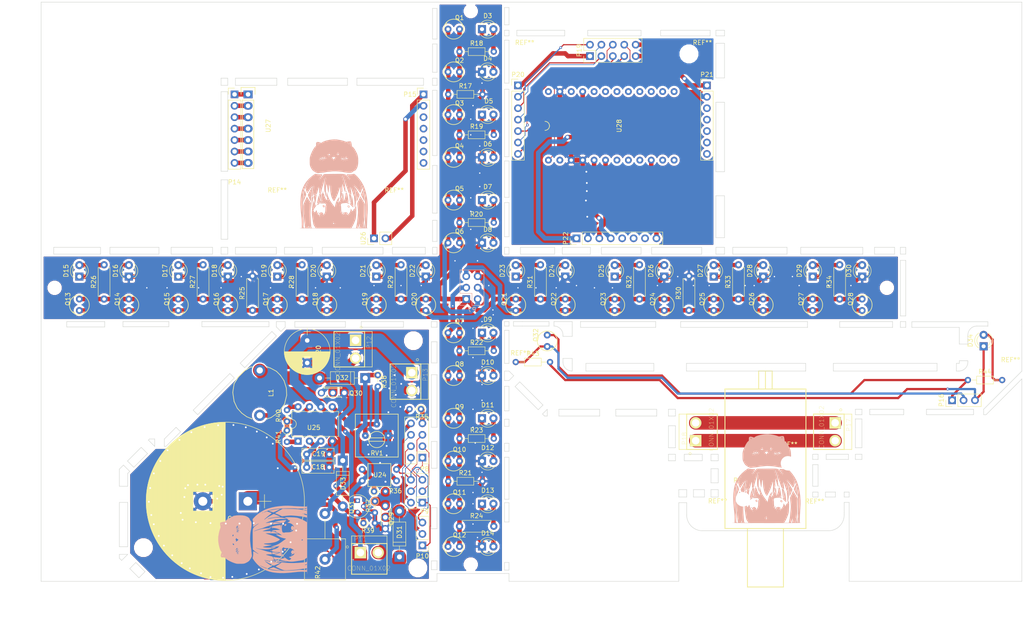
<source format=kicad_pcb>
(kicad_pcb (version 20171130) (host pcbnew "(5.1.5-0-10_14)")
  (title_block (title "NTK robot") (date 2016-10-26))
  (layers (0 F.Cu signal) (31 B.Cu signal) (34 B.Paste user) (35 F.Paste user) (36 B.SilkS user hide) (37 F.SilkS user) (38 B.Mask user) (39 F.Mask user) (44 Edge.Cuts user))
  (net 0 "")
  (net 1 GND)
  (net 2 +5V)
  (net 3 "Net-(C17-Pad1)")
  (net 4 "Net-(C17-Pad2)")
  (net 5 "Net-(C18-Pad1)")
  (net 6 "Net-(C20-Pad1)")
  (net 7 "Net-(D3-Pad1)")
  (net 8 "Net-(D3-Pad2)")
  (net 9 "Net-(D10-Pad1)")
  (net 10 "Net-(D5-Pad1)")
  (net 11 "Net-(D5-Pad2)")
  (net 12 "Net-(D7-Pad1)")
  (net 13 "Net-(D7-Pad2)")
  (net 14 "Net-(D10-Pad2)")
  (net 15 "Net-(D9-Pad2)")
  (net 16 "Net-(D11-Pad1)")
  (net 17 "Net-(D11-Pad2)")
  (net 18 "Net-(D13-Pad1)")
  (net 19 "Net-(D13-Pad2)")
  (net 20 "Net-(D15-Pad1)")
  (net 21 "Net-(D15-Pad2)")
  (net 22 "Net-(D17-Pad1)")
  (net 23 "Net-(D17-Pad2)")
  (net 24 "Net-(D19-Pad1)")
  (net 25 "Net-(D19-Pad2)")
  (net 26 "Net-(D21-Pad1)")
  (net 27 "Net-(D21-Pad2)")
  (net 28 "Net-(D23-Pad1)")
  (net 29 "Net-(D23-Pad2)")
  (net 30 "Net-(D25-Pad1)")
  (net 31 "Net-(D25-Pad2)")
  (net 32 "Net-(D27-Pad1)")
  (net 33 "Net-(D27-Pad2)")
  (net 34 "Net-(D29-Pad1)")
  (net 35 "Net-(D29-Pad2)")
  (net 36 "Net-(D31-Pad2)")
  (net 37 "Net-(D32-Pad2)")
  (net 38 "Net-(D33-Pad1)")
  (net 39 "Net-(D33-Pad2)")
  (net 40 "Net-(D34-Pad1)")
  (net 41 "Net-(D34-Pad2)")
  (net 42 "Net-(L1-Pad2)")
  (net 43 "Net-(P7-Pad1)")
  (net 44 "Net-(P7-Pad2)")
  (net 45 "Net-(P7-Pad3)")
  (net 46 "Net-(P7-Pad4)")
  (net 47 "Net-(P7-Pad5)")
  (net 48 "Net-(P10-Pad1)")
  (net 49 "Net-(P8-Pad2)")
  (net 50 "Net-(P8-Pad3)")
  (net 51 "Net-(P8-Pad4)")
  (net 52 "Net-(P8-Pad5)")
  (net 53 "Net-(P10-Pad2)")
  (net 54 "Net-(P8-Pad7)")
  (net 55 "Net-(P10-Pad3)")
  (net 56 "Net-(P14-Pad1)")
  (net 57 "Net-(P14-Pad2)")
  (net 58 "Net-(P14-Pad3)")
  (net 59 "Net-(P14-Pad4)")
  (net 60 "Net-(P14-Pad5)")
  (net 61 "Net-(P14-Pad6)")
  (net 62 "Net-(P14-Pad7)")
  (net 63 "Net-(P15-Pad1)")
  (net 64 "Net-(P15-Pad2)")
  (net 65 "Net-(P15-Pad3)")
  (net 66 "Net-(P15-Pad4)")
  (net 67 "Net-(P15-Pad5)")
  (net 68 "Net-(P15-Pad6)")
  (net 69 "Net-(P15-Pad7)")
  (net 70 "Net-(P16-Pad1)")
  (net 71 "Net-(P16-Pad2)")
  (net 72 "Net-(P17-Pad1)")
  (net 73 "Net-(P17-Pad2)")
  (net 74 "Net-(P19-Pad1)")
  (net 75 "Net-(P19-Pad2)")
  (net 76 "Net-(P19-Pad3)")
  (net 77 "Net-(P19-Pad4)")
  (net 78 "Net-(P19-Pad5)")
  (net 79 "Net-(P19-Pad6)")
  (net 80 "Net-(P19-Pad7)")
  (net 81 "Net-(P19-Pad8)")
  (net 82 "Net-(P19-Pad9)")
  (net 83 "Net-(P19-Pad10)")
  (net 84 "Net-(P21-Pad3)")
  (net 85 "Net-(P21-Pad4)")
  (net 86 "Net-(P21-Pad5)")
  (net 87 "Net-(P21-Pad6)")
  (net 88 "Net-(P21-Pad7)")
  (net 89 "Net-(P22-Pad3)")
  (net 90 "Net-(P22-Pad4)")
  (net 91 "Net-(P22-Pad5)")
  (net 92 "Net-(P22-Pad6)")
  (net 93 "Net-(P22-Pad7)")
  (net 94 "Net-(P22-Pad8)")
  (net 95 "Net-(Q29-Pad1)")
  (net 96 "Net-(R35-Pad2)")
  (net 97 "Net-(R36-Pad1)")
  (net 98 "Net-(R38-Pad2)")
  (net 99 "Net-(R40-Pad2)")
  (net 100 "Net-(R41-Pad2)")
  (net 101 "Net-(U28-Pad9)")
  (net 102 "Net-(U28-Pad10)")
  (net 103 "Net-(U28-Pad8)")
  (net 104 "Net-(U28-Pad6)")
  (net 105 "Net-(U28-Pad5)")
  (net 106 "Net-(U28-Pad4)")
  (net 107 "Net-(U28-Pad0)")
  (net 108 "Net-(U28-PadRAW)")
  (net 109 "Net-(U28-PadRST)")
  (net 110 "Net-(U28-Pad21)")
  (net 111 "Net-(U28-Pad20)")
  (net 112 "Net-(U28-Pad19)")
  (net 113 "Net-(U28-Pad18)")
  (net 114 "Net-(U28-Pad15)")
  (net 115 "Net-(U28-Pad14)")
  (net 116 "Net-(U28-Pad16)")
  (module Mounting_Holes:MountingHole_3.2mm_M3 (layer F.Cu) (at 309.5 102.5)
    (fp_text reference REF** (at 0.5 4.5) (layer F.SilkS))
    (fp_text value MountingHole_3.2mm_M3)
    (pad 1 np_thru_hole circle (at 0 0) (size 3.2 3.2) (drill 3.2) (layers *.Cu *.Mask))
  )
  (module Mounting_Holes:MountingHole_3.2mm_M3 (layer F.Cu) (at 201.5 102.5)
    (fp_text reference REF** (at -0.5 3) (layer F.SilkS))
    (fp_text value MountingHole_3.2mm_M3)
    (pad 1 np_thru_hole circle (at 0 0) (size 3.2 3.2) (drill 3.2) (layers *.Cu *.Mask))
  )
  (module Mounting_Holes:MountingHole_3.2mm_M3 (layer F.Cu) (at 241.5 141.5)
    (fp_text reference REF** (at 3.4 -3.1) (layer F.SilkS))
    (fp_text value MountingHole_3.2mm_M3)
    (pad 1 np_thru_hole circle (at 0 0) (size 3.2 3.2) (drill 3.2) (layers *.Cu *.Mask))
  )
  (module Mounting_Holes:MountingHole_3.2mm_M3 (layer F.Cu) (at 269.5 141.5)
    (fp_text reference REF** (at -3.05 -3.05) (layer F.SilkS))
    (fp_text value MountingHole_3.2mm_M3)
    (pad 1 np_thru_hole circle (at 0 0) (size 3.2 3.2) (drill 3.2) (layers *.Cu *.Mask))
  )
  (module Mounting_Holes:MountingHole_3.2mm_M3 (layer F.Cu) (at 260.5 130)
    (fp_text reference REF** (at 0 -4.2) (layer F.SilkS))
    (fp_text value MountingHole_3.2mm_M3)
    (pad 1 np_thru_hole circle (at 0 0) (size 3.2 3.2) (drill 3.2) (layers *.Cu *.Mask))
  )
  (module Mounting_Holes:MountingHole_3.2mm_M3 (layer F.Cu) (at 250.5 138)
    (fp_text reference REF** (at 0 -4.2) (layer F.SilkS))
    (fp_text value MountingHole_3.2mm_M3)
    (pad 1 np_thru_hole circle (at 0 0) (size 3.2 3.2) (drill 3.2) (layers *.Cu *.Mask))
  )
  (module Capacitors_THT:CP_Radial_D35.0mm_P10.00mm_SnapIn (layer F.Cu) (at 140.45 138.45 180)
    (fp_text reference C17 (at 3.1 -3.85 180) (layer F.SilkS))
    (fp_text value 400V330uF)
    (pad 1 thru_hole rect (at 0 0 180) (size 4 4) (drill 2) (layers *.Cu *.Mask) (net 3 "Net-(C17-Pad1)"))
    (pad 2 thru_hole circle (at 10 0 180) (size 4 4) (drill 2) (layers *.Cu *.Mask) (net 4 "Net-(C17-Pad2)"))
  )
  (module Mounting_Holes:MountingHole_3.2mm_M3 (layer F.Cu) (at 117.25 148.75 180)
    (fp_text reference REF** hide)
    (fp_text value MountingHole_3.2mm_M3 hide)
    (pad 1 np_thru_hole circle (at 0 0 180) (size 3.2 3.2) (drill 3.2) (layers *.Cu *.Mask))
  )
  (module Mounting_Holes:MountingHole_3.2mm_M3 (layer F.Cu) (at 177.25 102.75 180)
    (fp_text reference REF** hide)
    (fp_text value MountingHole_3.2mm_M3 hide)
    (pad 1 np_thru_hole circle (at 0 0 180) (size 3.2 3.2) (drill 3.2) (layers *.Cu *.Mask))
  )
  (module Mounting_Holes:MountingHole_2.2mm_M2 (layer F.Cu) (at 173 72.5)
    (fp_text reference REF** (at 0 -3.2) (layer F.SilkS))
    (fp_text value MountingHole_2.2mm_M2)
    (pad 1 np_thru_hole circle (at 0 0) (size 2.2 2.2) (drill 2.2) (layers *.Cu *.Mask))
  )
  (module Mounting_Holes:MountingHole_3.2mm_M3 (layer F.Cu) (at 203.5 39)
    (fp_text reference REF** (at -1.5 -2.5) (layer F.SilkS))
    (fp_text value MountingHole_3.2mm_M3)
    (pad 1 np_thru_hole circle (at 0 0) (size 3.2 3.2) (drill 3.2) (layers *.Cu *.Mask))
  )
  (module Capacitors_THT:C_Rect_L7.0mm_W2.5mm_P5.00mm (layer F.Cu) (at 153.55 130.9)
    (fp_text reference C18 (at 2.5 -0.1) (layer F.SilkS))
    (fp_text value 1000pF)
    (pad 1 thru_hole circle (at 0 0) (size 1.6 1.6) (drill 0.8) (layers *.Cu *.Mask) (net 5 "Net-(C18-Pad1)"))
    (pad 2 thru_hole circle (at 5 0) (size 1.6 1.6) (drill 0.8) (layers *.Cu *.Mask) (net 4 "Net-(C17-Pad2)"))
  )
  (module Capacitors_THT:C_Rect_L7.0mm_W2.5mm_P5.00mm (layer F.Cu) (at 153.55 128)
    (fp_text reference C19 (at 2.6 -0.1) (layer F.SilkS))
    (fp_text value 330pF)
    (pad 1 thru_hole circle (at 0 0) (size 1.6 1.6) (drill 0.8) (layers *.Cu *.Mask) (net 5 "Net-(C18-Pad1)"))
    (pad 2 thru_hole circle (at 5 0) (size 1.6 1.6) (drill 0.8) (layers *.Cu *.Mask) (net 4 "Net-(C17-Pad2)"))
  )
  (module Capacitors_THT:CP_Radial_D10.0mm_P5.00mm (layer F.Cu) (at 153.65 102.7 270)
    (fp_text reference C20 (at 2.5 -2.5 270) (layer F.SilkS))
    (fp_text value "330uF 25V")
    (pad 1 thru_hole rect (at 0 0 270) (size 2 2) (drill 1) (layers *.Cu *.Mask) (net 6 "Net-(C20-Pad1)"))
    (pad 2 thru_hole circle (at 5 0 270) (size 2 2) (drill 1) (layers *.Cu *.Mask) (net 4 "Net-(C17-Pad2)"))
  )
  (module LEDs:LED_D3.0mm (layer F.Cu) (at 192.5 33.5)
    (fp_text reference D3 (at 1.27 -2.96) (layer F.SilkS))
    (fp_text value LED)
    (pad 1 thru_hole rect (at 0 0) (size 1.8 1.8) (drill 0.9) (layers *.Cu *.Mask) (net 7 "Net-(D3-Pad1)"))
    (pad 2 thru_hole circle (at 2.54 0) (size 1.8 1.8) (drill 0.9) (layers *.Cu *.Mask) (net 8 "Net-(D3-Pad2)"))
  )
  (module LEDs:LED_D3.0mm (layer F.Cu) (at 192.5 43)
    (fp_text reference D4 (at 1.27 -2.96) (layer F.SilkS))
    (fp_text value LED)
    (pad 1 thru_hole rect (at 0 0) (size 1.8 1.8) (drill 0.9) (layers *.Cu *.Mask) (net 9 "Net-(D10-Pad1)"))
    (pad 2 thru_hole circle (at 2.54 0) (size 1.8 1.8) (drill 0.9) (layers *.Cu *.Mask) (net 7 "Net-(D3-Pad1)"))
  )
  (module LEDs:LED_D3.0mm (layer F.Cu) (at 192.5 52.5)
    (fp_text reference D5 (at 1.5 -3) (layer F.SilkS))
    (fp_text value LED)
    (pad 1 thru_hole rect (at 0 0) (size 1.8 1.8) (drill 0.9) (layers *.Cu *.Mask) (net 10 "Net-(D5-Pad1)"))
    (pad 2 thru_hole circle (at 2.54 0) (size 1.8 1.8) (drill 0.9) (layers *.Cu *.Mask) (net 11 "Net-(D5-Pad2)"))
  )
  (module LEDs:LED_D3.0mm (layer F.Cu) (at 192.5 62)
    (fp_text reference D6 (at 1.27 -2.96) (layer F.SilkS))
    (fp_text value LED)
    (pad 1 thru_hole rect (at 0 0) (size 1.8 1.8) (drill 0.9) (layers *.Cu *.Mask) (net 9 "Net-(D10-Pad1)"))
    (pad 2 thru_hole circle (at 2.54 0) (size 1.8 1.8) (drill 0.9) (layers *.Cu *.Mask) (net 10 "Net-(D5-Pad1)"))
  )
  (module LEDs:LED_D3.0mm (layer F.Cu) (at 192.5 71.5)
    (fp_text reference D7 (at 1.27 -2.96) (layer F.SilkS))
    (fp_text value LED)
    (pad 1 thru_hole rect (at 0 0) (size 1.8 1.8) (drill 0.9) (layers *.Cu *.Mask) (net 12 "Net-(D7-Pad1)"))
    (pad 2 thru_hole circle (at 2.54 0) (size 1.8 1.8) (drill 0.9) (layers *.Cu *.Mask) (net 13 "Net-(D7-Pad2)"))
  )
  (module LEDs:LED_D3.0mm (layer F.Cu) (at 192.5 81)
    (fp_text reference D8 (at 1.27 -2.96) (layer F.SilkS))
    (fp_text value LED)
    (pad 1 thru_hole rect (at 0 0) (size 1.8 1.8) (drill 0.9) (layers *.Cu *.Mask) (net 9 "Net-(D10-Pad1)"))
    (pad 2 thru_hole circle (at 2.54 0) (size 1.8 1.8) (drill 0.9) (layers *.Cu *.Mask) (net 12 "Net-(D7-Pad1)"))
  )
  (module LEDs:LED_D3.0mm (layer F.Cu) (at 192.5 101)
    (fp_text reference D9 (at 1.27 -2.96) (layer F.SilkS))
    (fp_text value LED)
    (pad 1 thru_hole rect (at 0 0) (size 1.8 1.8) (drill 0.9) (layers *.Cu *.Mask) (net 14 "Net-(D10-Pad2)"))
    (pad 2 thru_hole circle (at 2.54 0) (size 1.8 1.8) (drill 0.9) (layers *.Cu *.Mask) (net 15 "Net-(D9-Pad2)"))
  )
  (module LEDs:LED_D3.0mm (layer F.Cu) (at 192.5 110.5)
    (fp_text reference D10 (at 1.27 -2.96) (layer F.SilkS))
    (fp_text value LED)
    (pad 1 thru_hole rect (at 0 0) (size 1.8 1.8) (drill 0.9) (layers *.Cu *.Mask) (net 9 "Net-(D10-Pad1)"))
    (pad 2 thru_hole circle (at 2.54 0) (size 1.8 1.8) (drill 0.9) (layers *.Cu *.Mask) (net 14 "Net-(D10-Pad2)"))
  )
  (module LEDs:LED_D3.0mm (layer F.Cu) (at 192.5 120)
    (fp_text reference D11 (at 1.27 -2.96) (layer F.SilkS))
    (fp_text value LED)
    (pad 1 thru_hole rect (at 0 0) (size 1.8 1.8) (drill 0.9) (layers *.Cu *.Mask) (net 16 "Net-(D11-Pad1)"))
    (pad 2 thru_hole circle (at 2.54 0) (size 1.8 1.8) (drill 0.9) (layers *.Cu *.Mask) (net 17 "Net-(D11-Pad2)"))
  )
  (module LEDs:LED_D3.0mm (layer F.Cu) (at 192.5 129.5)
    (fp_text reference D12 (at 1.27 -2.96) (layer F.SilkS))
    (fp_text value LED)
    (pad 1 thru_hole rect (at 0 0) (size 1.8 1.8) (drill 0.9) (layers *.Cu *.Mask) (net 9 "Net-(D10-Pad1)"))
    (pad 2 thru_hole circle (at 2.54 0) (size 1.8 1.8) (drill 0.9) (layers *.Cu *.Mask) (net 16 "Net-(D11-Pad1)"))
  )
  (module LEDs:LED_D3.0mm (layer F.Cu) (at 192.5 139)
    (fp_text reference D13 (at 1.27 -2.96) (layer F.SilkS))
    (fp_text value LED)
    (pad 1 thru_hole rect (at 0 0) (size 1.8 1.8) (drill 0.9) (layers *.Cu *.Mask) (net 18 "Net-(D13-Pad1)"))
    (pad 2 thru_hole circle (at 2.54 0) (size 1.8 1.8) (drill 0.9) (layers *.Cu *.Mask) (net 19 "Net-(D13-Pad2)"))
  )
  (module LEDs:LED_D3.0mm (layer F.Cu) (at 192.5 148.5)
    (fp_text reference D14 (at 1.27 -2.96) (layer F.SilkS))
    (fp_text value LED)
    (pad 1 thru_hole rect (at 0 0) (size 1.8 1.8) (drill 0.9) (layers *.Cu *.Mask) (net 9 "Net-(D10-Pad1)"))
    (pad 2 thru_hole circle (at 2.54 0) (size 1.8 1.8) (drill 0.9) (layers *.Cu *.Mask) (net 18 "Net-(D13-Pad1)"))
  )
  (module LEDs:LED_D3.0mm (layer F.Cu) (at 103 88.5 90)
    (fp_text reference D15 (at 1.27 -2.96 90) (layer F.SilkS))
    (fp_text value LED)
    (pad 1 thru_hole rect (at 0 0 90) (size 1.8 1.8) (drill 0.9) (layers *.Cu *.Mask) (net 20 "Net-(D15-Pad1)"))
    (pad 2 thru_hole circle (at 2.54 0 90) (size 1.8 1.8) (drill 0.9) (layers *.Cu *.Mask) (net 21 "Net-(D15-Pad2)"))
  )
  (module LEDs:LED_D3.0mm (layer F.Cu) (at 114 88.5 90)
    (fp_text reference D16 (at 1.27 -2.96 90) (layer F.SilkS))
    (fp_text value LED)
    (pad 1 thru_hole rect (at 0 0 90) (size 1.8 1.8) (drill 0.9) (layers *.Cu *.Mask) (net 9 "Net-(D10-Pad1)"))
    (pad 2 thru_hole circle (at 2.54 0 90) (size 1.8 1.8) (drill 0.9) (layers *.Cu *.Mask) (net 20 "Net-(D15-Pad1)"))
  )
  (module LEDs:LED_D3.0mm (layer F.Cu) (at 125 88.5 90)
    (fp_text reference D17 (at 1.27 -2.96 90) (layer F.SilkS))
    (fp_text value LED)
    (pad 1 thru_hole rect (at 0 0 90) (size 1.8 1.8) (drill 0.9) (layers *.Cu *.Mask) (net 22 "Net-(D17-Pad1)"))
    (pad 2 thru_hole circle (at 2.54 0 90) (size 1.8 1.8) (drill 0.9) (layers *.Cu *.Mask) (net 23 "Net-(D17-Pad2)"))
  )
  (module LEDs:LED_D3.0mm (layer F.Cu) (at 136 88.5 90)
    (fp_text reference D18 (at 1.27 -2.96 90) (layer F.SilkS))
    (fp_text value LED)
    (pad 1 thru_hole rect (at 0 0 90) (size 1.8 1.8) (drill 0.9) (layers *.Cu *.Mask) (net 9 "Net-(D10-Pad1)"))
    (pad 2 thru_hole circle (at 2.54 0 90) (size 1.8 1.8) (drill 0.9) (layers *.Cu *.Mask) (net 22 "Net-(D17-Pad1)"))
  )
  (module LEDs:LED_D3.0mm (layer F.Cu) (at 147 88.5 90)
    (fp_text reference D19 (at 1.27 -2.96 90) (layer F.SilkS))
    (fp_text value LED)
    (pad 1 thru_hole rect (at 0 0 90) (size 1.8 1.8) (drill 0.9) (layers *.Cu *.Mask) (net 24 "Net-(D19-Pad1)"))
    (pad 2 thru_hole circle (at 2.54 0 90) (size 1.8 1.8) (drill 0.9) (layers *.Cu *.Mask) (net 25 "Net-(D19-Pad2)"))
  )
  (module LEDs:LED_D3.0mm (layer F.Cu) (at 158 88.5 90)
    (fp_text reference D20 (at 1.27 -2.96 90) (layer F.SilkS))
    (fp_text value LED)
    (pad 1 thru_hole rect (at 0 0 90) (size 1.8 1.8) (drill 0.9) (layers *.Cu *.Mask) (net 9 "Net-(D10-Pad1)"))
    (pad 2 thru_hole circle (at 2.54 0 90) (size 1.8 1.8) (drill 0.9) (layers *.Cu *.Mask) (net 24 "Net-(D19-Pad1)"))
  )
  (module LEDs:LED_D3.0mm (layer F.Cu) (at 169 88.5 90)
    (fp_text reference D21 (at 1.27 -2.96 90) (layer F.SilkS))
    (fp_text value LED)
    (pad 1 thru_hole rect (at 0 0 90) (size 1.8 1.8) (drill 0.9) (layers *.Cu *.Mask) (net 26 "Net-(D21-Pad1)"))
    (pad 2 thru_hole circle (at 2.54 0 90) (size 1.8 1.8) (drill 0.9) (layers *.Cu *.Mask) (net 27 "Net-(D21-Pad2)"))
  )
  (module LEDs:LED_D3.0mm (layer F.Cu) (at 180 88.5 90)
    (fp_text reference D22 (at 1.27 -2.96 90) (layer F.SilkS))
    (fp_text value LED)
    (pad 1 thru_hole rect (at 0 0 90) (size 1.8 1.8) (drill 0.9) (layers *.Cu *.Mask) (net 9 "Net-(D10-Pad1)"))
    (pad 2 thru_hole circle (at 2.54 0 90) (size 1.8 1.8) (drill 0.9) (layers *.Cu *.Mask) (net 26 "Net-(D21-Pad1)"))
  )
  (module LEDs:LED_D3.0mm (layer F.Cu) (at 200 88.5 90)
    (fp_text reference D23 (at 1.27 -2.96 90) (layer F.SilkS))
    (fp_text value LED)
    (pad 1 thru_hole rect (at 0 0 90) (size 1.8 1.8) (drill 0.9) (layers *.Cu *.Mask) (net 28 "Net-(D23-Pad1)"))
    (pad 2 thru_hole circle (at 2.54 0 90) (size 1.8 1.8) (drill 0.9) (layers *.Cu *.Mask) (net 29 "Net-(D23-Pad2)"))
  )
  (module LEDs:LED_D3.0mm (layer F.Cu) (at 211 88.5 90)
    (fp_text reference D24 (at 1.27 -2.96 90) (layer F.SilkS))
    (fp_text value LED)
    (pad 1 thru_hole rect (at 0 0 90) (size 1.8 1.8) (drill 0.9) (layers *.Cu *.Mask) (net 9 "Net-(D10-Pad1)"))
    (pad 2 thru_hole circle (at 2.54 0 90) (size 1.8 1.8) (drill 0.9) (layers *.Cu *.Mask) (net 28 "Net-(D23-Pad1)"))
  )
  (module LEDs:LED_D3.0mm (layer F.Cu) (at 222 88.5 90)
    (fp_text reference D25 (at 1.27 -2.96 90) (layer F.SilkS))
    (fp_text value LED)
    (pad 1 thru_hole rect (at 0 0 90) (size 1.8 1.8) (drill 0.9) (layers *.Cu *.Mask) (net 30 "Net-(D25-Pad1)"))
    (pad 2 thru_hole circle (at 2.54 0 90) (size 1.8 1.8) (drill 0.9) (layers *.Cu *.Mask) (net 31 "Net-(D25-Pad2)"))
  )
  (module LEDs:LED_D3.0mm (layer F.Cu) (at 233 88.5 90)
    (fp_text reference D26 (at 1.27 -2.96 90) (layer F.SilkS))
    (fp_text value LED)
    (pad 1 thru_hole rect (at 0 0 90) (size 1.8 1.8) (drill 0.9) (layers *.Cu *.Mask) (net 9 "Net-(D10-Pad1)"))
    (pad 2 thru_hole circle (at 2.54 0 90) (size 1.8 1.8) (drill 0.9) (layers *.Cu *.Mask) (net 30 "Net-(D25-Pad1)"))
  )
  (module LEDs:LED_D3.0mm (layer F.Cu) (at 244 88.5 90)
    (fp_text reference D27 (at 1.27 -2.96 90) (layer F.SilkS))
    (fp_text value LED)
    (pad 1 thru_hole rect (at 0 0 90) (size 1.8 1.8) (drill 0.9) (layers *.Cu *.Mask) (net 32 "Net-(D27-Pad1)"))
    (pad 2 thru_hole circle (at 2.54 0 90) (size 1.8 1.8) (drill 0.9) (layers *.Cu *.Mask) (net 33 "Net-(D27-Pad2)"))
  )
  (module LEDs:LED_D3.0mm (layer F.Cu) (at 255 88.5 90)
    (fp_text reference D28 (at 1.27 -2.96 90) (layer F.SilkS))
    (fp_text value LED)
    (pad 1 thru_hole rect (at 0 0 90) (size 1.8 1.8) (drill 0.9) (layers *.Cu *.Mask) (net 9 "Net-(D10-Pad1)"))
    (pad 2 thru_hole circle (at 2.54 0 90) (size 1.8 1.8) (drill 0.9) (layers *.Cu *.Mask) (net 32 "Net-(D27-Pad1)"))
  )
  (module LEDs:LED_D3.0mm (layer F.Cu) (at 266 88.5 90)
    (fp_text reference D29 (at 1.27 -2.96 90) (layer F.SilkS))
    (fp_text value LED)
    (pad 1 thru_hole rect (at 0 0 90) (size 1.8 1.8) (drill 0.9) (layers *.Cu *.Mask) (net 34 "Net-(D29-Pad1)"))
    (pad 2 thru_hole circle (at 2.54 0 90) (size 1.8 1.8) (drill 0.9) (layers *.Cu *.Mask) (net 35 "Net-(D29-Pad2)"))
  )
  (module LEDs:LED_D3.0mm (layer F.Cu) (at 277 88.5 90)
    (fp_text reference D30 (at 1.27 -2.96 90) (layer F.SilkS))
    (fp_text value LED)
    (pad 1 thru_hole rect (at 0 0 90) (size 1.8 1.8) (drill 0.9) (layers *.Cu *.Mask) (net 9 "Net-(D10-Pad1)"))
    (pad 2 thru_hole circle (at 2.54 0 90) (size 1.8 1.8) (drill 0.9) (layers *.Cu *.Mask) (net 34 "Net-(D29-Pad1)"))
  )
  (module Diodes_THT:D_DO-41_SOD81_P10.16mm_Horizontal (layer F.Cu) (at 174.15 150.8 90)
    (fp_text reference D31 (at 5.5 0 90) (layer F.SilkS))
    (fp_text value SB340LS)
    (pad 1 thru_hole rect (at 0 0 90) (size 2.2 2.2) (drill 1.1) (layers *.Cu *.Mask) (net 3 "Net-(C17-Pad1)"))
    (pad 2 thru_hole oval (at 10.16 0 90) (size 2.2 2.2) (drill 1.1) (layers *.Cu *.Mask) (net 36 "Net-(D31-Pad2)"))
  )
  (module Diodes_THT:D_DO-41_SOD81_P10.16mm_Horizontal (layer F.Cu) (at 166.55 111.05 180)
    (fp_text reference D32 (at 5.15 0.05 180) (layer F.SilkS))
    (fp_text value SB340LS)
    (pad 1 thru_hole rect (at 0 0 180) (size 2.2 2.2) (drill 1.1) (layers *.Cu *.Mask) (net 3 "Net-(C17-Pad1)"))
    (pad 2 thru_hole oval (at 10.16 0 180) (size 2.2 2.2) (drill 1.1) (layers *.Cu *.Mask) (net 37 "Net-(D32-Pad2)"))
  )
  (module Diodes_THT:D_DO-41_SOD81_P10.16mm_Horizontal (layer F.Cu) (at 161.55 129.4 270)
    (fp_text reference D33 (at 5.1 -0.1 270) (layer F.SilkS))
    (fp_text value SB340LS)
    (pad 1 thru_hole rect (at 0 0 270) (size 2.2 2.2) (drill 1.1) (layers *.Cu *.Mask) (net 38 "Net-(D33-Pad1)"))
    (pad 2 thru_hole oval (at 10.16 0 270) (size 2.2 2.2) (drill 1.1) (layers *.Cu *.Mask) (net 39 "Net-(D33-Pad2)"))
  )
  (module LEDs:LED_D3.0mm (layer F.Cu) (at 304 104 90)
    (fp_text reference D34 (at 1.27 -2.96 90) (layer F.SilkS))
    (fp_text value LED)
    (pad 1 thru_hole rect (at 0 0 90) (size 1.8 1.8) (drill 0.9) (layers *.Cu *.Mask) (net 40 "Net-(D34-Pad1)"))
    (pad 2 thru_hole circle (at 2.54 0 90) (size 1.8 1.8) (drill 0.9) (layers *.Cu *.Mask) (net 41 "Net-(D34-Pad2)"))
  )
  (module Inductors_NEOSID:Neosid_Inductor_Sd12k-style1 (layer F.Cu) (at 143.1 114.35 270)
    (fp_text reference L1 (at 0 -2.5 270) (layer F.SilkS))
    (fp_text value 220μH)
    (pad 2 thru_hole circle (at 5.00126 0 270) (size 2.49936 2.49936) (drill 1.39954) (layers *.Cu *.Mask) (net 42 "Net-(L1-Pad2)"))
    (pad 1 thru_hole circle (at -5.00126 0 270) (size 2.49936 2.49936) (drill 1.39954) (layers *.Cu *.Mask) (net 37 "Net-(D32-Pad2)"))
  )
  (module Pin_Headers:Pin_Header_Straight_2x03_Pitch2.54mm (layer B.Cu) (at 189 93.5)
    (fp_text reference P7 (at 1.27 2.39) (layer B.SilkS) (effects (justify mirror)))
    (fp_text value CONN_01X06)
    (pad 1 thru_hole rect (at 0 0) (size 1.7 1.7) (drill 1) (layers *.Cu *.Mask) (net 43 "Net-(P7-Pad1)"))
    (pad 2 thru_hole oval (at 2.54 0) (size 1.7 1.7) (drill 1) (layers *.Cu *.Mask) (net 44 "Net-(P7-Pad2)"))
    (pad 3 thru_hole oval (at 0 -2.54) (size 1.7 1.7) (drill 1) (layers *.Cu *.Mask) (net 45 "Net-(P7-Pad3)"))
    (pad 4 thru_hole oval (at 2.54 -2.54) (size 1.7 1.7) (drill 1) (layers *.Cu *.Mask) (net 46 "Net-(P7-Pad4)"))
    (pad 5 thru_hole oval (at 0 -5.08) (size 1.7 1.7) (drill 1) (layers *.Cu *.Mask) (net 47 "Net-(P7-Pad5)"))
    (pad 6 thru_hole oval (at 2.54 -5.08) (size 1.7 1.7) (drill 1) (layers *.Cu *.Mask) (net 9 "Net-(D10-Pad1)"))
  )
  (module Pin_Headers:Pin_Header_Straight_2x04_Pitch2.54mm (layer F.Cu) (at 179.25 128.75 180)
    (fp_text reference P8 (at -0.5 -2.5 180) (layer F.SilkS))
    (fp_text value CONN_01X08)
    (pad 1 thru_hole rect (at 0 0 180) (size 1.7 1.7) (drill 1) (layers *.Cu *.Mask) (net 48 "Net-(P10-Pad1)"))
    (pad 2 thru_hole oval (at 2.54 0 180) (size 1.7 1.7) (drill 1) (layers *.Cu *.Mask) (net 49 "Net-(P8-Pad2)"))
    (pad 3 thru_hole oval (at 0 2.54 180) (size 1.7 1.7) (drill 1) (layers *.Cu *.Mask) (net 50 "Net-(P8-Pad3)"))
    (pad 4 thru_hole oval (at 2.54 2.54 180) (size 1.7 1.7) (drill 1) (layers *.Cu *.Mask) (net 51 "Net-(P8-Pad4)"))
    (pad 5 thru_hole oval (at 0 5.08 180) (size 1.7 1.7) (drill 1) (layers *.Cu *.Mask) (net 52 "Net-(P8-Pad5)"))
    (pad 6 thru_hole oval (at 2.54 5.08 180) (size 1.7 1.7) (drill 1) (layers *.Cu *.Mask) (net 53 "Net-(P10-Pad2)"))
    (pad 7 thru_hole oval (at 0 7.62 180) (size 1.7 1.7) (drill 1) (layers *.Cu *.Mask) (net 54 "Net-(P8-Pad7)"))
    (pad 8 thru_hole oval (at 2.54 7.62 180) (size 1.7 1.7) (drill 1) (layers *.Cu *.Mask) (net 55 "Net-(P10-Pad3)"))
  )
  (module Pin_Headers:Pin_Header_Straight_2x03_Pitch2.54mm (layer F.Cu) (at 179.25 138.75 180)
    (fp_text reference P9 (at -0.5 -2 180) (layer F.SilkS))
    (fp_text value CONN_01X06)
    (pad 1 thru_hole rect (at 0 0 180) (size 1.7 1.7) (drill 1) (layers *.Cu *.Mask) (net 48 "Net-(P10-Pad1)"))
    (pad 2 thru_hole oval (at 2.54 0 180) (size 1.7 1.7) (drill 1) (layers *.Cu *.Mask) (net 49 "Net-(P8-Pad2)"))
    (pad 3 thru_hole oval (at 0 2.54 180) (size 1.7 1.7) (drill 1) (layers *.Cu *.Mask) (net 50 "Net-(P8-Pad3)"))
    (pad 4 thru_hole oval (at 2.54 2.54 180) (size 1.7 1.7) (drill 1) (layers *.Cu *.Mask) (net 51 "Net-(P8-Pad4)"))
    (pad 5 thru_hole oval (at 0 5.08 180) (size 1.7 1.7) (drill 1) (layers *.Cu *.Mask) (net 52 "Net-(P8-Pad5)"))
    (pad 6 thru_hole oval (at 2.54 5.08 180) (size 1.7 1.7) (drill 1) (layers *.Cu *.Mask) (net 55 "Net-(P10-Pad3)"))
  )
  (module Pin_Headers:Pin_Header_Straight_1x03_Pitch2.54mm (layer F.Cu) (at 179.25 148.25 180)
    (fp_text reference P10 (at 0 -2.39 180) (layer F.SilkS))
    (fp_text value CONN_01X03)
    (pad 1 thru_hole rect (at 0 0 180) (size 1.7 1.7) (drill 1) (layers *.Cu *.Mask) (net 48 "Net-(P10-Pad1)"))
    (pad 2 thru_hole oval (at 0 2.54 180) (size 1.7 1.7) (drill 1) (layers *.Cu *.Mask) (net 53 "Net-(P10-Pad2)"))
    (pad 3 thru_hole oval (at 0 5.08 180) (size 1.7 1.7) (drill 1) (layers *.Cu *.Mask) (net 55 "Net-(P10-Pad3)"))
  )
  (module "B2P-VH_LF__SN_:JST_B2P-VH(LF)(SN)" (layer F.Cu) (at 167.45 149.85)
    (fp_text reference P11 (at -2 -3) (layer F.SilkS) (effects (font (thickness 0.05))))
    (fp_text value CONN_01X02 (at -0.1 3.5) (layer F.SilkS) (effects (font (thickness 0.05))))
    (pad 1 thru_hole rect (at -1.98 0) (size 2.55 2.55) (drill 1.7) (layers *.Cu *.Mask F.SilkS) (net 3 "Net-(C17-Pad1)"))
    (pad 2 thru_hole circle (at 1.98 0) (size 2.55 2.55) (drill 1.7) (layers *.Cu *.Mask F.SilkS) (net 36 "Net-(D31-Pad2)"))
  )
  (module "B2P-VH_LF__SN_:JST_B2P-VH(LF)(SN)" (layer F.Cu) (at 164.4 104.65 270)
    (fp_text reference P12 (at -1.5 -3 270) (layer F.SilkS) (effects (font (thickness 0.05))))
    (fp_text value CONN_01X02 (at 1 3.95 270) (layer F.SilkS) (effects (font (thickness 0.05))))
    (pad 1 thru_hole rect (at -1.98 0 270) (size 2.55 2.55) (drill 1.7) (layers *.Cu *.Mask F.SilkS) (net 6 "Net-(C20-Pad1)"))
    (pad 2 thru_hole circle (at 1.98 0 270) (size 2.55 2.55) (drill 1.7) (layers *.Cu *.Mask F.SilkS) (net 4 "Net-(C17-Pad2)"))
  )
  (module "B2P-VH_LF__SN_:JST_B2P-VH(LF)(SN)" (layer F.Cu) (at 176.9 111.85 270)
    (fp_text reference P13 (at -1.5 -3 270) (layer F.SilkS) (effects (font (thickness 0.05))))
    (fp_text value CONN_01X02 (at 1 4 270) (layer F.SilkS) (effects (font (thickness 0.05))))
    (pad 1 thru_hole rect (at -1.98 0 270) (size 2.55 2.55) (drill 1.7) (layers *.Cu *.Mask F.SilkS) (net 6 "Net-(C20-Pad1)"))
    (pad 2 thru_hole circle (at 1.98 0 270) (size 2.55 2.55) (drill 1.7) (layers *.Cu *.Mask F.SilkS) (net 4 "Net-(C17-Pad2)"))
  )
  (module Pin_Headers:Pin_Header_Straight_1x07_Pitch2.54mm (layer F.Cu) (at 137.5 48)
    (fp_text reference P14 (at 0 19.5) (layer F.SilkS))
    (fp_text value CONN_01X07)
    (pad 1 thru_hole rect (at 0 0) (size 1.7 1.7) (drill 1) (layers *.Cu *.Mask) (net 56 "Net-(P14-Pad1)"))
    (pad 2 thru_hole oval (at 0 2.54) (size 1.7 1.7) (drill 1) (layers *.Cu *.Mask) (net 57 "Net-(P14-Pad2)"))
    (pad 3 thru_hole oval (at 0 5.08) (size 1.7 1.7) (drill 1) (layers *.Cu *.Mask) (net 58 "Net-(P14-Pad3)"))
    (pad 4 thru_hole oval (at 0 7.62) (size 1.7 1.7) (drill 1) (layers *.Cu *.Mask) (net 59 "Net-(P14-Pad4)"))
    (pad 5 thru_hole oval (at 0 10.16) (size 1.7 1.7) (drill 1) (layers *.Cu *.Mask) (net 60 "Net-(P14-Pad5)"))
    (pad 6 thru_hole oval (at 0 12.7) (size 1.7 1.7) (drill 1) (layers *.Cu *.Mask) (net 61 "Net-(P14-Pad6)"))
    (pad 7 thru_hole oval (at 0 15.24) (size 1.7 1.7) (drill 1) (layers *.Cu *.Mask) (net 62 "Net-(P14-Pad7)"))
  )
  (module Pin_Headers:Pin_Header_Straight_1x07_Pitch2.54mm (layer F.Cu) (at 179.5 48)
    (fp_text reference P15 (at -3 0) (layer F.SilkS))
    (fp_text value CONN_01X07)
    (pad 1 thru_hole rect (at 0 0) (size 1.7 1.7) (drill 1) (layers *.Cu *.Mask) (net 63 "Net-(P15-Pad1)"))
    (pad 2 thru_hole oval (at 0 2.54) (size 1.7 1.7) (drill 1) (layers *.Cu *.Mask) (net 64 "Net-(P15-Pad2)"))
    (pad 3 thru_hole oval (at 0 5.08) (size 1.7 1.7) (drill 1) (layers *.Cu *.Mask) (net 65 "Net-(P15-Pad3)"))
    (pad 4 thru_hole oval (at 0 7.62) (size 1.7 1.7) (drill 1) (layers *.Cu *.Mask) (net 66 "Net-(P15-Pad4)"))
    (pad 5 thru_hole oval (at 0 10.16) (size 1.7 1.7) (drill 1) (layers *.Cu *.Mask) (net 67 "Net-(P15-Pad5)"))
    (pad 6 thru_hole oval (at 0 12.7) (size 1.7 1.7) (drill 1) (layers *.Cu *.Mask) (net 68 "Net-(P15-Pad6)"))
    (pad 7 thru_hole oval (at 0 15.24) (size 1.7 1.7) (drill 1) (layers *.Cu *.Mask) (net 69 "Net-(P15-Pad7)"))
  )
  (module Pin_Headers:Pin_Header_Straight_1x03_Pitch2.54mm (layer F.Cu) (at 297 116 90)
    (fp_text reference P16 (at 0 -2.39 90) (layer F.SilkS))
    (fp_text value CONN_01X03)
    (pad 1 thru_hole rect (at 0 0 90) (size 1.7 1.7) (drill 1) (layers *.Cu *.Mask) (net 70 "Net-(P16-Pad1)"))
    (pad 2 thru_hole oval (at 0 2.54 90) (size 1.7 1.7) (drill 1) (layers *.Cu *.Mask) (net 71 "Net-(P16-Pad2)"))
    (pad 3 thru_hole oval (at 0 5.08 90) (size 1.7 1.7) (drill 1) (layers *.Cu *.Mask) (net 40 "Net-(D34-Pad1)"))
  )
  (module "B2P-VH_LF__SN_:JST_B2P-VH(LF)(SN)" (layer F.Cu) (at 271 123 270)
    (fp_text reference P17 (at -1.5 -3 270) (layer F.SilkS) (effects (font (thickness 0.05))))
    (fp_text value CONN_01X02 (at -1 3 270) (layer F.SilkS) (effects (font (thickness 0.05))))
    (pad 1 thru_hole rect (at -1.98 0 270) (size 2.55 2.55) (drill 1.7) (layers *.Cu *.Mask F.SilkS) (net 72 "Net-(P17-Pad1)"))
    (pad 2 thru_hole circle (at 1.98 0 270) (size 2.55 2.55) (drill 1.7) (layers *.Cu *.Mask F.SilkS) (net 73 "Net-(P17-Pad2)"))
  )
  (module "B2P-VH_LF__SN_:JST_B2P-VH(LF)(SN)" (layer F.Cu) (at 240 123 90)
    (fp_text reference P18 (at -1.5 -2.5 90) (layer F.SilkS) (effects (font (thickness 0.05))))
    (fp_text value CONN_01X02 (at 0.5 3.5 90) (layer F.SilkS) (effects (font (thickness 0.05))))
    (pad 1 thru_hole rect (at -1.98 0 90) (size 2.55 2.55) (drill 1.7) (layers *.Cu *.Mask F.SilkS) (net 73 "Net-(P17-Pad2)"))
    (pad 2 thru_hole circle (at 1.98 0 90) (size 2.55 2.55) (drill 1.7) (layers *.Cu *.Mask F.SilkS) (net 72 "Net-(P17-Pad1)"))
  )
  (module Pin_Headers:Pin_Header_Straight_2x05_Pitch2.54mm (layer F.Cu) (at 216.5 39.5 90)
    (fp_text reference P19 (at 1.27 -2.39 90) (layer F.SilkS))
    (fp_text value CONN_01X10)
    (pad 1 thru_hole rect (at 0 0 90) (size 1.7 1.7) (drill 1) (layers *.Cu *.Mask) (net 74 "Net-(P19-Pad1)"))
    (pad 2 thru_hole oval (at 2.54 0 90) (size 1.7 1.7) (drill 1) (layers *.Cu *.Mask) (net 75 "Net-(P19-Pad2)"))
    (pad 3 thru_hole oval (at 0 2.54 90) (size 1.7 1.7) (drill 1) (layers *.Cu *.Mask) (net 76 "Net-(P19-Pad3)"))
    (pad 4 thru_hole oval (at 2.54 2.54 90) (size 1.7 1.7) (drill 1) (layers *.Cu *.Mask) (net 77 "Net-(P19-Pad4)"))
    (pad 5 thru_hole oval (at 0 5.08 90) (size 1.7 1.7) (drill 1) (layers *.Cu *.Mask) (net 78 "Net-(P19-Pad5)"))
    (pad 6 thru_hole oval (at 2.54 5.08 90) (size 1.7 1.7) (drill 1) (layers *.Cu *.Mask) (net 79 "Net-(P19-Pad6)"))
    (pad 7 thru_hole oval (at 0 7.62 90) (size 1.7 1.7) (drill 1) (layers *.Cu *.Mask) (net 80 "Net-(P19-Pad7)"))
    (pad 8 thru_hole oval (at 2.54 7.62 90) (size 1.7 1.7) (drill 1) (layers *.Cu *.Mask) (net 81 "Net-(P19-Pad8)"))
    (pad 9 thru_hole oval (at 0 10.16 90) (size 1.7 1.7) (drill 1) (layers *.Cu *.Mask) (net 82 "Net-(P19-Pad9)"))
    (pad 10 thru_hole oval (at 2.54 10.16 90) (size 1.7 1.7) (drill 1) (layers *.Cu *.Mask) (net 83 "Net-(P19-Pad10)"))
  )
  (module Pin_Headers:Pin_Header_Straight_1x07_Pitch2.54mm (layer F.Cu) (at 200.5 46)
    (fp_text reference P20 (at 0 -2.39) (layer F.SilkS))
    (fp_text value CONN_01X07)
    (pad 1 thru_hole rect (at 0 0) (size 1.7 1.7) (drill 1) (layers *.Cu *.Mask) (net 74 "Net-(P19-Pad1)"))
    (pad 2 thru_hole oval (at 0 2.54) (size 1.7 1.7) (drill 1) (layers *.Cu *.Mask) (net 75 "Net-(P19-Pad2)"))
    (pad 3 thru_hole oval (at 0 5.08) (size 1.7 1.7) (drill 1) (layers *.Cu *.Mask) (net 76 "Net-(P19-Pad3)"))
    (pad 4 thru_hole oval (at 0 7.62) (size 1.7 1.7) (drill 1) (layers *.Cu *.Mask) (net 77 "Net-(P19-Pad4)"))
    (pad 5 thru_hole oval (at 0 10.16) (size 1.7 1.7) (drill 1) (layers *.Cu *.Mask) (net 78 "Net-(P19-Pad5)"))
    (pad 6 thru_hole oval (at 0 12.7) (size 1.7 1.7) (drill 1) (layers *.Cu *.Mask) (net 79 "Net-(P19-Pad6)"))
    (pad 7 thru_hole oval (at 0 15.24) (size 1.7 1.7) (drill 1) (layers *.Cu *.Mask) (net 80 "Net-(P19-Pad7)"))
  )
  (module Pin_Headers:Pin_Header_Straight_1x07_Pitch2.54mm (layer F.Cu) (at 242.5 46)
    (fp_text reference P21 (at 0 -2.39) (layer F.SilkS))
    (fp_text value CONN_01X07)
    (pad 1 thru_hole rect (at 0 0) (size 1.7 1.7) (drill 1) (layers *.Cu *.Mask) (net 82 "Net-(P19-Pad9)"))
    (pad 2 thru_hole oval (at 0 2.54) (size 1.7 1.7) (drill 1) (layers *.Cu *.Mask) (net 83 "Net-(P19-Pad10)"))
    (pad 3 thru_hole oval (at 0 5.08) (size 1.7 1.7) (drill 1) (layers *.Cu *.Mask) (net 84 "Net-(P21-Pad3)"))
    (pad 4 thru_hole oval (at 0 7.62) (size 1.7 1.7) (drill 1) (layers *.Cu *.Mask) (net 85 "Net-(P21-Pad4)"))
    (pad 5 thru_hole oval (at 0 10.16) (size 1.7 1.7) (drill 1) (layers *.Cu *.Mask) (net 86 "Net-(P21-Pad5)"))
    (pad 6 thru_hole oval (at 0 12.7) (size 1.7 1.7) (drill 1) (layers *.Cu *.Mask) (net 87 "Net-(P21-Pad6)"))
    (pad 7 thru_hole oval (at 0 15.24) (size 1.7 1.7) (drill 1) (layers *.Cu *.Mask) (net 88 "Net-(P21-Pad7)"))
  )
  (module Pin_Headers:Pin_Header_Straight_1x08_Pitch2.54mm (layer F.Cu) (at 213.5 80 90)
    (fp_text reference P22 (at 0 -2.39 90) (layer F.SilkS))
    (fp_text value CONN_01X08)
    (pad 1 thru_hole rect (at 0 0 90) (size 1.7 1.7) (drill 1) (layers *.Cu *.Mask) (net 2 +5V))
    (pad 2 thru_hole oval (at 0 2.54 90) (size 1.7 1.7) (drill 1) (layers *.Cu *.Mask) (net 1 GND))
    (pad 3 thru_hole oval (at 0 5.08 90) (size 1.7 1.7) (drill 1) (layers *.Cu *.Mask) (net 89 "Net-(P22-Pad3)"))
    (pad 4 thru_hole oval (at 0 7.62 90) (size 1.7 1.7) (drill 1) (layers *.Cu *.Mask) (net 90 "Net-(P22-Pad4)"))
    (pad 5 thru_hole oval (at 0 10.16 90) (size 1.7 1.7) (drill 1) (layers *.Cu *.Mask) (net 91 "Net-(P22-Pad5)"))
    (pad 6 thru_hole oval (at 0 12.7 90) (size 1.7 1.7) (drill 1) (layers *.Cu *.Mask) (net 92 "Net-(P22-Pad6)"))
    (pad 7 thru_hole oval (at 0 15.24 90) (size 1.7 1.7) (drill 1) (layers *.Cu *.Mask) (net 93 "Net-(P22-Pad7)"))
    (pad 8 thru_hole oval (at 0 17.78 90) (size 1.7 1.7) (drill 1) (layers *.Cu *.Mask) (net 94 "Net-(P22-Pad8)"))
  )
  (module footprint:NJL7502 (layer F.Cu) (at 187.5 33.5)
    (fp_text reference Q1 (at 0 -2.54) (layer F.SilkS))
    (fp_text value NJL7502L)
    (pad 1 thru_hole circle (at -2.54 0) (size 1.524 1.524) (drill 0.762) (layers *.Cu *.Mask) (net 44 "Net-(P7-Pad2)"))
    (pad 3 thru_hole circle (at 0 0) (size 1.524 1.524) (drill 0.762) (layers *.Cu *.Mask) (net 43 "Net-(P7-Pad1)"))
  )
  (module footprint:NJL7502 (layer F.Cu) (at 187.5 43)
    (fp_text reference Q2 (at 0 -2.54) (layer F.SilkS))
    (fp_text value NJL7502L)
    (pad 1 thru_hole circle (at -2.54 0) (size 1.524 1.524) (drill 0.762) (layers *.Cu *.Mask) (net 44 "Net-(P7-Pad2)"))
    (pad 3 thru_hole circle (at 0 0) (size 1.524 1.524) (drill 0.762) (layers *.Cu *.Mask) (net 43 "Net-(P7-Pad1)"))
  )
  (module footprint:NJL7502 (layer F.Cu) (at 187.5 52.5)
    (fp_text reference Q3 (at 0 -2.54) (layer F.SilkS))
    (fp_text value NJL7502L)
    (pad 1 thru_hole circle (at -2.54 0) (size 1.524 1.524) (drill 0.762) (layers *.Cu *.Mask) (net 44 "Net-(P7-Pad2)"))
    (pad 3 thru_hole circle (at 0 0) (size 1.524 1.524) (drill 0.762) (layers *.Cu *.Mask) (net 43 "Net-(P7-Pad1)"))
  )
  (module footprint:NJL7502 (layer F.Cu) (at 187.5 62)
    (fp_text reference Q4 (at 0 -2.54) (layer F.SilkS))
    (fp_text value NJL7502L)
    (pad 1 thru_hole circle (at -2.54 0) (size 1.524 1.524) (drill 0.762) (layers *.Cu *.Mask) (net 44 "Net-(P7-Pad2)"))
    (pad 3 thru_hole circle (at 0 0) (size 1.524 1.524) (drill 0.762) (layers *.Cu *.Mask) (net 43 "Net-(P7-Pad1)"))
  )
  (module footprint:NJL7502 (layer F.Cu) (at 187.5 71.5)
    (fp_text reference Q5 (at 0 -2.54) (layer F.SilkS))
    (fp_text value NJL7502L)
    (pad 1 thru_hole circle (at -2.54 0) (size 1.524 1.524) (drill 0.762) (layers *.Cu *.Mask) (net 44 "Net-(P7-Pad2)"))
    (pad 3 thru_hole circle (at 0 0) (size 1.524 1.524) (drill 0.762) (layers *.Cu *.Mask) (net 43 "Net-(P7-Pad1)"))
  )
  (module footprint:NJL7502 (layer F.Cu) (at 187.5 81)
    (fp_text reference Q6 (at 0 -2.54) (layer F.SilkS))
    (fp_text value NJL7502L)
    (pad 1 thru_hole circle (at -2.54 0) (size 1.524 1.524) (drill 0.762) (layers *.Cu *.Mask) (net 44 "Net-(P7-Pad2)"))
    (pad 3 thru_hole circle (at 0 0) (size 1.524 1.524) (drill 0.762) (layers *.Cu *.Mask) (net 43 "Net-(P7-Pad1)"))
  )
  (module footprint:NJL7502 (layer F.Cu) (at 187.5 101)
    (fp_text reference Q7 (at 0 -2.54) (layer F.SilkS))
    (fp_text value NJL7502L)
    (pad 1 thru_hole circle (at -2.54 0) (size 1.524 1.524) (drill 0.762) (layers *.Cu *.Mask) (net 45 "Net-(P7-Pad3)"))
    (pad 3 thru_hole circle (at 0 0) (size 1.524 1.524) (drill 0.762) (layers *.Cu *.Mask) (net 43 "Net-(P7-Pad1)"))
  )
  (module footprint:NJL7502 (layer F.Cu) (at 187.5 110.5)
    (fp_text reference Q8 (at 0 -2.54) (layer F.SilkS))
    (fp_text value NJL7502L)
    (pad 1 thru_hole circle (at -2.54 0) (size 1.524 1.524) (drill 0.762) (layers *.Cu *.Mask) (net 45 "Net-(P7-Pad3)"))
    (pad 3 thru_hole circle (at 0 0) (size 1.524 1.524) (drill 0.762) (layers *.Cu *.Mask) (net 43 "Net-(P7-Pad1)"))
  )
  (module footprint:NJL7502 (layer F.Cu) (at 187.5 120)
    (fp_text reference Q9 (at 0 -2.54) (layer F.SilkS))
    (fp_text value NJL7502L)
    (pad 1 thru_hole circle (at -2.54 0) (size 1.524 1.524) (drill 0.762) (layers *.Cu *.Mask) (net 45 "Net-(P7-Pad3)"))
    (pad 3 thru_hole circle (at 0 0) (size 1.524 1.524) (drill 0.762) (layers *.Cu *.Mask) (net 43 "Net-(P7-Pad1)"))
  )
  (module footprint:NJL7502 (layer F.Cu) (at 187.5 129.5)
    (fp_text reference Q10 (at 0 -2.54) (layer F.SilkS))
    (fp_text value NJL7502L)
    (pad 1 thru_hole circle (at -2.54 0) (size 1.524 1.524) (drill 0.762) (layers *.Cu *.Mask) (net 45 "Net-(P7-Pad3)"))
    (pad 3 thru_hole circle (at 0 0) (size 1.524 1.524) (drill 0.762) (layers *.Cu *.Mask) (net 43 "Net-(P7-Pad1)"))
  )
  (module footprint:NJL7502 (layer F.Cu) (at 187.5 139)
    (fp_text reference Q11 (at 0 -2.54) (layer F.SilkS))
    (fp_text value NJL7502L)
    (pad 1 thru_hole circle (at -2.54 0) (size 1.524 1.524) (drill 0.762) (layers *.Cu *.Mask) (net 45 "Net-(P7-Pad3)"))
    (pad 3 thru_hole circle (at 0 0) (size 1.524 1.524) (drill 0.762) (layers *.Cu *.Mask) (net 43 "Net-(P7-Pad1)"))
  )
  (module footprint:NJL7502 (layer F.Cu) (at 187.5 148.5)
    (fp_text reference Q12 (at 0 -2.54) (layer F.SilkS))
    (fp_text value NJL7502L)
    (pad 1 thru_hole circle (at -2.54 0) (size 1.524 1.524) (drill 0.762) (layers *.Cu *.Mask) (net 45 "Net-(P7-Pad3)"))
    (pad 3 thru_hole circle (at 0 0) (size 1.524 1.524) (drill 0.762) (layers *.Cu *.Mask) (net 43 "Net-(P7-Pad1)"))
  )
  (module footprint:NJL7502 (layer F.Cu) (at 103 93.5 90)
    (fp_text reference Q13 (at 0 -2.54 90) (layer F.SilkS))
    (fp_text value NJL7502L)
    (pad 1 thru_hole circle (at -2.54 0 90) (size 1.524 1.524) (drill 0.762) (layers *.Cu *.Mask) (net 46 "Net-(P7-Pad4)"))
    (pad 3 thru_hole circle (at 0 0 90) (size 1.524 1.524) (drill 0.762) (layers *.Cu *.Mask) (net 43 "Net-(P7-Pad1)"))
  )
  (module footprint:NJL7502 (layer F.Cu) (at 114 93.5 90)
    (fp_text reference Q14 (at 0 -2.54 90) (layer F.SilkS))
    (fp_text value NJL7502L)
    (pad 1 thru_hole circle (at -2.54 0 90) (size 1.524 1.524) (drill 0.762) (layers *.Cu *.Mask) (net 46 "Net-(P7-Pad4)"))
    (pad 3 thru_hole circle (at 0 0 90) (size 1.524 1.524) (drill 0.762) (layers *.Cu *.Mask) (net 43 "Net-(P7-Pad1)"))
  )
  (module footprint:NJL7502 (layer F.Cu) (at 125 93.5 90)
    (fp_text reference Q15 (at 0 -2.54 90) (layer F.SilkS))
    (fp_text value NJL7502L)
    (pad 1 thru_hole circle (at -2.54 0 90) (size 1.524 1.524) (drill 0.762) (layers *.Cu *.Mask) (net 46 "Net-(P7-Pad4)"))
    (pad 3 thru_hole circle (at 0 0 90) (size 1.524 1.524) (drill 0.762) (layers *.Cu *.Mask) (net 43 "Net-(P7-Pad1)"))
  )
  (module footprint:NJL7502 (layer F.Cu) (at 136 93.5 90)
    (fp_text reference Q16 (at 0 -2.54 90) (layer F.SilkS))
    (fp_text value NJL7502L)
    (pad 1 thru_hole circle (at -2.54 0 90) (size 1.524 1.524) (drill 0.762) (layers *.Cu *.Mask) (net 46 "Net-(P7-Pad4)"))
    (pad 3 thru_hole circle (at 0 0 90) (size 1.524 1.524) (drill 0.762) (layers *.Cu *.Mask) (net 43 "Net-(P7-Pad1)"))
  )
  (module footprint:NJL7502 (layer F.Cu) (at 147 93.5 90)
    (fp_text reference Q17 (at 0 -2.54 90) (layer F.SilkS))
    (fp_text value NJL7502L)
    (pad 1 thru_hole circle (at -2.54 0 90) (size 1.524 1.524) (drill 0.762) (layers *.Cu *.Mask) (net 46 "Net-(P7-Pad4)"))
    (pad 3 thru_hole circle (at 0 0 90) (size 1.524 1.524) (drill 0.762) (layers *.Cu *.Mask) (net 43 "Net-(P7-Pad1)"))
  )
  (module footprint:NJL7502 (layer F.Cu) (at 158 93.5 90)
    (fp_text reference Q18 (at 0 -2.54 90) (layer F.SilkS))
    (fp_text value NJL7502L)
    (pad 1 thru_hole circle (at -2.54 0 90) (size 1.524 1.524) (drill 0.762) (layers *.Cu *.Mask) (net 46 "Net-(P7-Pad4)"))
    (pad 3 thru_hole circle (at 0 0 90) (size 1.524 1.524) (drill 0.762) (layers *.Cu *.Mask) (net 43 "Net-(P7-Pad1)"))
  )
  (module footprint:NJL7502 (layer F.Cu) (at 169 93.5 90)
    (fp_text reference Q19 (at 0 -2.54 90) (layer F.SilkS))
    (fp_text value NJL7502L)
    (pad 1 thru_hole circle (at -2.54 0 90) (size 1.524 1.524) (drill 0.762) (layers *.Cu *.Mask) (net 46 "Net-(P7-Pad4)"))
    (pad 3 thru_hole circle (at 0 0 90) (size 1.524 1.524) (drill 0.762) (layers *.Cu *.Mask) (net 43 "Net-(P7-Pad1)"))
  )
  (module footprint:NJL7502 (layer F.Cu) (at 180 93.5 90)
    (fp_text reference Q20 (at 0 -2.54 90) (layer F.SilkS))
    (fp_text value NJL7502L)
    (pad 1 thru_hole circle (at -2.54 0 90) (size 1.524 1.524) (drill 0.762) (layers *.Cu *.Mask) (net 46 "Net-(P7-Pad4)"))
    (pad 3 thru_hole circle (at 0 0 90) (size 1.524 1.524) (drill 0.762) (layers *.Cu *.Mask) (net 43 "Net-(P7-Pad1)"))
  )
  (module footprint:NJL7502 (layer F.Cu) (at 200 93.5 90)
    (fp_text reference Q21 (at 0 -2.54 90) (layer F.SilkS))
    (fp_text value NJL7502L)
    (pad 1 thru_hole circle (at -2.54 0 90) (size 1.524 1.524) (drill 0.762) (layers *.Cu *.Mask) (net 47 "Net-(P7-Pad5)"))
    (pad 3 thru_hole circle (at 0 0 90) (size 1.524 1.524) (drill 0.762) (layers *.Cu *.Mask) (net 43 "Net-(P7-Pad1)"))
  )
  (module footprint:NJL7502 (layer F.Cu) (at 211 93.5 90)
    (fp_text reference Q22 (at 0 -2.54 90) (layer F.SilkS))
    (fp_text value NJL7502L)
    (pad 1 thru_hole circle (at -2.54 0 90) (size 1.524 1.524) (drill 0.762) (layers *.Cu *.Mask) (net 47 "Net-(P7-Pad5)"))
    (pad 3 thru_hole circle (at 0 0 90) (size 1.524 1.524) (drill 0.762) (layers *.Cu *.Mask) (net 43 "Net-(P7-Pad1)"))
  )
  (module footprint:NJL7502 (layer F.Cu) (at 222 93.5 90)
    (fp_text reference Q23 (at 0 -2.54 90) (layer F.SilkS))
    (fp_text value NJL7502L)
    (pad 1 thru_hole circle (at -2.54 0 90) (size 1.524 1.524) (drill 0.762) (layers *.Cu *.Mask) (net 47 "Net-(P7-Pad5)"))
    (pad 3 thru_hole circle (at 0 0 90) (size 1.524 1.524) (drill 0.762) (layers *.Cu *.Mask) (net 43 "Net-(P7-Pad1)"))
  )
  (module footprint:NJL7502 (layer F.Cu) (at 233 93.5 90)
    (fp_text reference Q24 (at 0 -2.54 90) (layer F.SilkS))
    (fp_text value NJL7502L)
    (pad 1 thru_hole circle (at -2.54 0 90) (size 1.524 1.524) (drill 0.762) (layers *.Cu *.Mask) (net 47 "Net-(P7-Pad5)"))
    (pad 3 thru_hole circle (at 0 0 90) (size 1.524 1.524) (drill 0.762) (layers *.Cu *.Mask) (net 43 "Net-(P7-Pad1)"))
  )
  (module footprint:NJL7502 (layer F.Cu) (at 244 93.5 90)
    (fp_text reference Q25 (at 0 -2.54 90) (layer F.SilkS))
    (fp_text value NJL7502L)
    (pad 1 thru_hole circle (at -2.54 0 90) (size 1.524 1.524) (drill 0.762) (layers *.Cu *.Mask) (net 47 "Net-(P7-Pad5)"))
    (pad 3 thru_hole circle (at 0 0 90) (size 1.524 1.524) (drill 0.762) (layers *.Cu *.Mask) (net 43 "Net-(P7-Pad1)"))
  )
  (module footprint:NJL7502 (layer F.Cu) (at 255 93.5 90)
    (fp_text reference Q26 (at 0 -2.54 90) (layer F.SilkS))
    (fp_text value NJL7502L)
    (pad 1 thru_hole circle (at -2.54 0 90) (size 1.524 1.524) (drill 0.762) (layers *.Cu *.Mask) (net 47 "Net-(P7-Pad5)"))
    (pad 3 thru_hole circle (at 0 0 90) (size 1.524 1.524) (drill 0.762) (layers *.Cu *.Mask) (net 43 "Net-(P7-Pad1)"))
  )
  (module footprint:NJL7502 (layer F.Cu) (at 266 93.5 90)
    (fp_text reference Q27 (at 0 -2.54 90) (layer F.SilkS))
    (fp_text value NJL7502L)
    (pad 1 thru_hole circle (at -2.54 0 90) (size 1.524 1.524) (drill 0.762) (layers *.Cu *.Mask) (net 47 "Net-(P7-Pad5)"))
    (pad 3 thru_hole circle (at 0 0 90) (size 1.524 1.524) (drill 0.762) (layers *.Cu *.Mask) (net 43 "Net-(P7-Pad1)"))
  )
  (module footprint:NJL7502 (layer F.Cu) (at 277 93.5 90)
    (fp_text reference Q28 (at 0 -2.54 90) (layer F.SilkS))
    (fp_text value NJL7502L)
    (pad 1 thru_hole circle (at -2.54 0 90) (size 1.524 1.524) (drill 0.762) (layers *.Cu *.Mask) (net 47 "Net-(P7-Pad5)"))
    (pad 3 thru_hole circle (at 0 0 90) (size 1.524 1.524) (drill 0.762) (layers *.Cu *.Mask) (net 43 "Net-(P7-Pad1)"))
  )
  (module footprint:IRFB3607 (layer F.Cu) (at 171 142 90)
    (fp_text reference Q29 (at -0.3 1.35 90) (layer F.SilkS))
    (fp_text value IRF740)
    (pad 3 thru_hole circle (at -2.54 0 90) (size 1.6 1.6) (drill 1) (layers *.Cu *.Mask) (net 4 "Net-(C17-Pad2)"))
    (pad 1 thru_hole circle (at 2.54 0 90) (size 1.6 1.6) (drill 1) (layers *.Cu *.Mask) (net 95 "Net-(Q29-Pad1)"))
    (pad 2 thru_hole circle (at 0 0 90) (size 1.6 1.6) (drill 1) (layers *.Cu *.Mask) (net 36 "Net-(D31-Pad2)"))
  )
  (module footprint:IRFB3607 (layer F.Cu) (at 159.35 114.35 180)
    (fp_text reference Q30 (at -5.15 -0.1 180) (layer F.SilkS))
    (fp_text value IRF740)
    (pad 3 thru_hole circle (at -2.54 0 180) (size 1.6 1.6) (drill 1) (layers *.Cu *.Mask) (net 4 "Net-(C17-Pad2)"))
    (pad 1 thru_hole circle (at 2.54 0 180) (size 1.6 1.6) (drill 1) (layers *.Cu *.Mask) (net 38 "Net-(D33-Pad1)"))
    (pad 2 thru_hole circle (at 0 0 180) (size 1.6 1.6) (drill 1) (layers *.Cu *.Mask) (net 37 "Net-(D32-Pad2)"))
  )
  (module TO_SOT_Packages_THT:TO-92_Molded_Narrow (layer F.Cu) (at 164.85 138.31 270)
    (fp_text reference Q31 (at 1.44 1.3 270) (layer F.SilkS))
    (fp_text value 2SA1015)
    (pad 2 thru_hole circle (at 1.27 -1.27) (size 1 1) (drill 0.6) (layers *.Cu *.Mask) (net 4 "Net-(C17-Pad2)"))
    (pad 3 thru_hole circle (at 2.54 0) (size 1 1) (drill 0.6) (layers *.Cu *.Mask) (net 39 "Net-(D33-Pad2)"))
    (pad 1 thru_hole rect (at 0 0) (size 1 1) (drill 0.6) (layers *.Cu *.Mask) (net 38 "Net-(D33-Pad1)"))
  )
  (module footprint:NJL7502 (layer F.Cu) (at 207 101.5 90)
    (fp_text reference Q32 (at 0 -2.54 90) (layer F.SilkS))
    (fp_text value NJL7502L)
    (pad 1 thru_hole circle (at -2.54 0 90) (size 1.524 1.524) (drill 0.762) (layers *.Cu *.Mask) (net 71 "Net-(P16-Pad2)"))
    (pad 3 thru_hole circle (at 0 0 90) (size 1.524 1.524) (drill 0.762) (layers *.Cu *.Mask) (net 70 "Net-(P16-Pad1)"))
  )
  (module Resistors_THT:R_Axial_DIN0204_L3.6mm_D1.6mm_P7.62mm_Horizontal (layer F.Cu) (at 185 48)
    (fp_text reference R17 (at 3.81 -1.86) (layer F.SilkS))
    (fp_text value 10k)
    (pad 1 thru_hole circle (at 0 0) (size 1.4 1.4) (drill 0.7) (layers *.Cu *.Mask) (net 44 "Net-(P7-Pad2)"))
    (pad 2 thru_hole oval (at 7.62 0) (size 1.4 1.4) (drill 0.7) (layers *.Cu *.Mask) (net 9 "Net-(D10-Pad1)"))
  )
  (module Resistors_THT:R_Axial_DIN0204_L3.6mm_D1.6mm_P7.62mm_Horizontal (layer F.Cu) (at 187.5 38.5)
    (fp_text reference R18 (at 3.81 -1.86) (layer F.SilkS))
    (fp_text value 51)
    (pad 1 thru_hole circle (at 0 0) (size 1.4 1.4) (drill 0.7) (layers *.Cu *.Mask) (net 43 "Net-(P7-Pad1)"))
    (pad 2 thru_hole oval (at 7.62 0) (size 1.4 1.4) (drill 0.7) (layers *.Cu *.Mask) (net 8 "Net-(D3-Pad2)"))
  )
  (module Resistors_THT:R_Axial_DIN0204_L3.6mm_D1.6mm_P7.62mm_Horizontal (layer F.Cu) (at 187.5 57)
    (fp_text reference R19 (at 3.81 -1.86) (layer F.SilkS))
    (fp_text value 51)
    (pad 1 thru_hole circle (at 0 0) (size 1.4 1.4) (drill 0.7) (layers *.Cu *.Mask) (net 43 "Net-(P7-Pad1)"))
    (pad 2 thru_hole oval (at 7.62 0) (size 1.4 1.4) (drill 0.7) (layers *.Cu *.Mask) (net 11 "Net-(D5-Pad2)"))
  )
  (module Resistors_THT:R_Axial_DIN0204_L3.6mm_D1.6mm_P7.62mm_Horizontal (layer F.Cu) (at 187.5 76.5)
    (fp_text reference R20 (at 3.81 -1.86) (layer F.SilkS))
    (fp_text value 51)
    (pad 1 thru_hole circle (at 0 0) (size 1.4 1.4) (drill 0.7) (layers *.Cu *.Mask) (net 43 "Net-(P7-Pad1)"))
    (pad 2 thru_hole oval (at 7.62 0) (size 1.4 1.4) (drill 0.7) (layers *.Cu *.Mask) (net 13 "Net-(D7-Pad2)"))
  )
  (module Resistors_THT:R_Axial_DIN0204_L3.6mm_D1.6mm_P7.62mm_Horizontal (layer F.Cu) (at 185 134)
    (fp_text reference R21 (at 3.81 -1.86) (layer F.SilkS))
    (fp_text value 10k)
    (pad 1 thru_hole circle (at 0 0) (size 1.4 1.4) (drill 0.7) (layers *.Cu *.Mask) (net 45 "Net-(P7-Pad3)"))
    (pad 2 thru_hole oval (at 7.62 0) (size 1.4 1.4) (drill 0.7) (layers *.Cu *.Mask) (net 9 "Net-(D10-Pad1)"))
  )
  (module Resistors_THT:R_Axial_DIN0204_L3.6mm_D1.6mm_P7.62mm_Horizontal (layer F.Cu) (at 187.5 105)
    (fp_text reference R22 (at 3.81 -1.86) (layer F.SilkS))
    (fp_text value 51)
    (pad 1 thru_hole circle (at 0 0) (size 1.4 1.4) (drill 0.7) (layers *.Cu *.Mask) (net 43 "Net-(P7-Pad1)"))
    (pad 2 thru_hole oval (at 7.62 0) (size 1.4 1.4) (drill 0.7) (layers *.Cu *.Mask) (net 15 "Net-(D9-Pad2)"))
  )
  (module Resistors_THT:R_Axial_DIN0204_L3.6mm_D1.6mm_P7.62mm_Horizontal (layer F.Cu) (at 187.5 124.5)
    (fp_text reference R23 (at 3.81 -1.86) (layer F.SilkS))
    (fp_text value 51)
    (pad 1 thru_hole circle (at 0 0) (size 1.4 1.4) (drill 0.7) (layers *.Cu *.Mask) (net 43 "Net-(P7-Pad1)"))
    (pad 2 thru_hole oval (at 7.62 0) (size 1.4 1.4) (drill 0.7) (layers *.Cu *.Mask) (net 17 "Net-(D11-Pad2)"))
  )
  (module Resistors_THT:R_Axial_DIN0207_L6.3mm_D2.5mm_P7.62mm_Horizontal (layer F.Cu) (at 187.5 144)
    (fp_text reference R24 (at 3.81 -2.31) (layer F.SilkS))
    (fp_text value 51)
    (pad 1 thru_hole circle (at 0 0) (size 1.6 1.6) (drill 0.8) (layers *.Cu *.Mask) (net 43 "Net-(P7-Pad1)"))
    (pad 2 thru_hole oval (at 7.62 0) (size 1.6 1.6) (drill 0.8) (layers *.Cu *.Mask) (net 19 "Net-(D13-Pad2)"))
  )
  (module Resistors_THT:R_Axial_DIN0207_L6.3mm_D2.5mm_P7.62mm_Horizontal (layer F.Cu) (at 141.5 96 90)
    (fp_text reference R25 (at 3.81 -2.31 90) (layer F.SilkS))
    (fp_text value 10k)
    (pad 1 thru_hole circle (at 0 0 90) (size 1.6 1.6) (drill 0.8) (layers *.Cu *.Mask) (net 46 "Net-(P7-Pad4)"))
    (pad 2 thru_hole oval (at 7.62 0 90) (size 1.6 1.6) (drill 0.8) (layers *.Cu *.Mask) (net 9 "Net-(D10-Pad1)"))
  )
  (module Resistors_THT:R_Axial_DIN0207_L6.3mm_D2.5mm_P7.62mm_Horizontal (layer F.Cu) (at 108.5 93.5 90)
    (fp_text reference R26 (at 3.81 -2.31 90) (layer F.SilkS))
    (fp_text value 51)
    (pad 1 thru_hole circle (at 0 0 90) (size 1.6 1.6) (drill 0.8) (layers *.Cu *.Mask) (net 43 "Net-(P7-Pad1)"))
    (pad 2 thru_hole oval (at 7.62 0 90) (size 1.6 1.6) (drill 0.8) (layers *.Cu *.Mask) (net 21 "Net-(D15-Pad2)"))
  )
  (module Resistors_THT:R_Axial_DIN0207_L6.3mm_D2.5mm_P7.62mm_Horizontal (layer F.Cu) (at 130.5 93.5 90)
    (fp_text reference R27 (at 3.81 -2.31 90) (layer F.SilkS))
    (fp_text value 51)
    (pad 1 thru_hole circle (at 0 0 90) (size 1.6 1.6) (drill 0.8) (layers *.Cu *.Mask) (net 43 "Net-(P7-Pad1)"))
    (pad 2 thru_hole oval (at 7.62 0 90) (size 1.6 1.6) (drill 0.8) (layers *.Cu *.Mask) (net 23 "Net-(D17-Pad2)"))
  )
  (module Resistors_THT:R_Axial_DIN0207_L6.3mm_D2.5mm_P7.62mm_Horizontal (layer F.Cu) (at 152.5 93.5 90)
    (fp_text reference R28 (at 3.81 -2.31 90) (layer F.SilkS))
    (fp_text value 51)
    (pad 1 thru_hole circle (at 0 0 90) (size 1.6 1.6) (drill 0.8) (layers *.Cu *.Mask) (net 43 "Net-(P7-Pad1)"))
    (pad 2 thru_hole oval (at 7.62 0 90) (size 1.6 1.6) (drill 0.8) (layers *.Cu *.Mask) (net 25 "Net-(D19-Pad2)"))
  )
  (module Resistors_THT:R_Axial_DIN0207_L6.3mm_D2.5mm_P7.62mm_Horizontal (layer F.Cu) (at 174.5 93.5 90)
    (fp_text reference R29 (at 3.81 -2.31 90) (layer F.SilkS))
    (fp_text value 51)
    (pad 1 thru_hole circle (at 0 0 90) (size 1.6 1.6) (drill 0.8) (layers *.Cu *.Mask) (net 43 "Net-(P7-Pad1)"))
    (pad 2 thru_hole oval (at 7.62 0 90) (size 1.6 1.6) (drill 0.8) (layers *.Cu *.Mask) (net 27 "Net-(D21-Pad2)"))
  )
  (module Resistors_THT:R_Axial_DIN0207_L6.3mm_D2.5mm_P7.62mm_Horizontal (layer F.Cu) (at 238.5 96 90)
    (fp_text reference R30 (at 3.81 -2.31 90) (layer F.SilkS))
    (fp_text value 10k)
    (pad 1 thru_hole circle (at 0 0 90) (size 1.6 1.6) (drill 0.8) (layers *.Cu *.Mask) (net 47 "Net-(P7-Pad5)"))
    (pad 2 thru_hole oval (at 7.62 0 90) (size 1.6 1.6) (drill 0.8) (layers *.Cu *.Mask) (net 9 "Net-(D10-Pad1)"))
  )
  (module Resistors_THT:R_Axial_DIN0207_L6.3mm_D2.5mm_P7.62mm_Horizontal (layer F.Cu) (at 205.5 93.5 90)
    (fp_text reference R31 (at 3.81 -2.31 90) (layer F.SilkS))
    (fp_text value 51)
    (pad 1 thru_hole circle (at 0 0 90) (size 1.6 1.6) (drill 0.8) (layers *.Cu *.Mask) (net 43 "Net-(P7-Pad1)"))
    (pad 2 thru_hole oval (at 7.62 0 90) (size 1.6 1.6) (drill 0.8) (layers *.Cu *.Mask) (net 29 "Net-(D23-Pad2)"))
  )
  (module Resistors_THT:R_Axial_DIN0207_L6.3mm_D2.5mm_P7.62mm_Horizontal (layer F.Cu) (at 227.5 93.5 90)
    (fp_text reference R32 (at 3.81 -2.31 90) (layer F.SilkS))
    (fp_text value 51)
    (pad 1 thru_hole circle (at 0 0 90) (size 1.6 1.6) (drill 0.8) (layers *.Cu *.Mask) (net 43 "Net-(P7-Pad1)"))
    (pad 2 thru_hole oval (at 7.62 0 90) (size 1.6 1.6) (drill 0.8) (layers *.Cu *.Mask) (net 31 "Net-(D25-Pad2)"))
  )
  (module Resistors_THT:R_Axial_DIN0207_L6.3mm_D2.5mm_P7.62mm_Horizontal (layer F.Cu) (at 249.5 93.5 90)
    (fp_text reference R33 (at 3.81 -2.31 90) (layer F.SilkS))
    (fp_text value 51)
    (pad 1 thru_hole circle (at 0 0 90) (size 1.6 1.6) (drill 0.8) (layers *.Cu *.Mask) (net 43 "Net-(P7-Pad1)"))
    (pad 2 thru_hole oval (at 7.62 0 90) (size 1.6 1.6) (drill 0.8) (layers *.Cu *.Mask) (net 33 "Net-(D27-Pad2)"))
  )
  (module Resistors_THT:R_Axial_DIN0207_L6.3mm_D2.5mm_P7.62mm_Horizontal (layer F.Cu) (at 272 93.5 90)
    (fp_text reference R34 (at 3.81 -2.31 90) (layer F.SilkS))
    (fp_text value 51)
    (pad 1 thru_hole circle (at 0 0 90) (size 1.6 1.6) (drill 0.8) (layers *.Cu *.Mask) (net 43 "Net-(P7-Pad1)"))
    (pad 2 thru_hole oval (at 7.62 0 90) (size 1.6 1.6) (drill 0.8) (layers *.Cu *.Mask) (net 35 "Net-(D29-Pad2)"))
  )
  (module Resistors_THT:R_Axial_DIN0204_L3.6mm_D1.6mm_P2.54mm_Vertical (layer F.Cu) (at 178.94 117.95 180)
    (fp_text reference R35 (at -0.2 -1.7 180) (layer F.SilkS))
    (fp_text value 330)
    (pad 1 thru_hole circle (at 0 0 180) (size 1.4 1.4) (drill 0.7) (layers *.Cu *.Mask) (net 54 "Net-(P8-Pad7)"))
    (pad 2 thru_hole oval (at 2.54 0 180) (size 1.4 1.4) (drill 0.7) (layers *.Cu *.Mask) (net 96 "Net-(R35-Pad2)"))
  )
  (module Resistors_THT:R_Axial_DIN0204_L3.6mm_D1.6mm_P2.54mm_Vertical (layer F.Cu) (at 168.51 136.25)
    (fp_text reference R36 (at 4.74 -0.1) (layer F.SilkS))
    (fp_text value 1k)
    (pad 1 thru_hole circle (at 0 0) (size 1.4 1.4) (drill 0.7) (layers *.Cu *.Mask) (net 97 "Net-(R36-Pad1)"))
    (pad 2 thru_hole oval (at 2.54 0) (size 1.4 1.4) (drill 0.7) (layers *.Cu *.Mask) (net 95 "Net-(Q29-Pad1)"))
  )
  (module Resistors_THT:R_Axial_DIN0204_L3.6mm_D1.6mm_P2.54mm_Vertical (layer F.Cu) (at 168.7 138.45 270)
    (fp_text reference R37 (at 1 1.4 270) (layer F.SilkS))
    (fp_text value 1k)
    (pad 1 thru_hole circle (at 0 0 270) (size 1.4 1.4) (drill 0.7) (layers *.Cu *.Mask) (net 95 "Net-(Q29-Pad1)"))
    (pad 2 thru_hole oval (at 2.54 0 270) (size 1.4 1.4) (drill 0.7) (layers *.Cu *.Mask) (net 4 "Net-(C17-Pad2)"))
  )
  (module Resistors_THT:R_Axial_DIN0204_L3.6mm_D1.6mm_P2.54mm_Vertical (layer F.Cu) (at 169.35 110.4 270)
    (fp_text reference R38 (at 1.5 -1.4 270) (layer F.SilkS))
    (fp_text value 1M)
    (pad 1 thru_hole circle (at 0 0 270) (size 1.4 1.4) (drill 0.7) (layers *.Cu *.Mask) (net 3 "Net-(C17-Pad1)"))
    (pad 2 thru_hole oval (at 2.54 0 270) (size 1.4 1.4) (drill 0.7) (layers *.Cu *.Mask) (net 98 "Net-(R38-Pad2)"))
  )
  (module Resistors_THT:R_Axial_DIN0204_L3.6mm_D1.6mm_P2.54mm_Vertical (layer F.Cu) (at 166.15 143.3)
    (fp_text reference R39 (at 1 1.65) (layer F.SilkS))
    (fp_text value 1k)
    (pad 1 thru_hole circle (at 0 0) (size 1.4 1.4) (drill 0.7) (layers *.Cu *.Mask) (net 39 "Net-(D33-Pad2)"))
    (pad 2 thru_hole oval (at 2.54 0) (size 1.4 1.4) (drill 0.7) (layers *.Cu *.Mask) (net 4 "Net-(C17-Pad2)"))
  )
  (module Resistors_THT:R_Axial_DIN0204_L3.6mm_D1.6mm_P2.54mm_Vertical (layer F.Cu) (at 149.15 120.7 90)
    (fp_text reference R40 (at 1.27 -1.86 90) (layer F.SilkS))
    (fp_text value 680)
    (pad 1 thru_hole circle (at 0 0 90) (size 1.4 1.4) (drill 0.7) (layers *.Cu *.Mask) (net 42 "Net-(L1-Pad2)"))
    (pad 2 thru_hole oval (at 2.54 0 90) (size 1.4 1.4) (drill 0.7) (layers *.Cu *.Mask) (net 99 "Net-(R40-Pad2)"))
  )
  (module Resistors_THT:R_Axial_DIN0204_L3.6mm_D1.6mm_P2.54mm_Vertical (layer F.Cu) (at 149.15 122.7 270)
    (fp_text reference R41 (at 1.45 1.9 270) (layer F.SilkS))
    (fp_text value 1k)
    (pad 1 thru_hole circle (at 0 0 270) (size 1.4 1.4) (drill 0.7) (layers *.Cu *.Mask) (net 42 "Net-(L1-Pad2)"))
    (pad 2 thru_hole oval (at 2.54 0 270) (size 1.4 1.4) (drill 0.7) (layers *.Cu *.Mask) (net 100 "Net-(R41-Pad2)"))
  )
  (module Resistors_THT:R_Axial_Power_L25.0mm_W9.0mm_P10.16mm_Vertical (layer F.Cu) (at 157.6 151.35 90)
    (fp_text reference R42 (at -2.9 -1.6 90) (layer F.SilkS))
    (fp_text value "0.22 5W")
    (pad 1 thru_hole circle (at 0 0 90) (size 2.4 2.4) (drill 1.2) (layers *.Cu *.Mask) (net 42 "Net-(L1-Pad2)"))
    (pad 2 thru_hole oval (at 10.16 0 90) (size 2.4 2.4) (drill 1.2) (layers *.Cu *.Mask) (net 6 "Net-(C20-Pad1)"))
  )
  (module Resistors_THT:R_Axial_DIN0204_L3.6mm_D1.6mm_P7.62mm_Horizontal (layer F.Cu) (at 200 107.5)
    (fp_text reference R43 (at 3.81 -1.86) (layer F.SilkS))
    (fp_text value 10k)
    (pad 1 thru_hole circle (at 0 0) (size 1.4 1.4) (drill 0.7) (layers *.Cu *.Mask) (net 71 "Net-(P16-Pad2)"))
    (pad 2 thru_hole oval (at 7.62 0) (size 1.4 1.4) (drill 0.7) (layers *.Cu *.Mask) (net 40 "Net-(D34-Pad1)"))
  )
  (module Resistors_THT:R_Axial_DIN0204_L3.6mm_D1.6mm_P7.62mm_Horizontal (layer F.Cu) (at 300.5 111.5)
    (fp_text reference R44 (at 3.81 -1.86) (layer F.SilkS))
    (fp_text value 330)
    (pad 1 thru_hole circle (at 0 0) (size 1.4 1.4) (drill 0.7) (layers *.Cu *.Mask) (net 70 "Net-(P16-Pad1)"))
    (pad 2 thru_hole oval (at 7.62 0) (size 1.4 1.4) (drill 0.7) (layers *.Cu *.Mask) (net 41 "Net-(D34-Pad2)"))
  )
  (module Potentiometers:Potentiometer_Trimmer-Suntan-TSR-3386P (layer F.Cu) (at 171.65 123.85 180)
    (fp_text reference RV1 (at 2.5 -3.9 180) (layer F.SilkS))
    (fp_text value 10k)
    (pad 3 thru_hole circle (at 5.08 0 180) (size 1.51 1.51) (drill 0.51) (layers *.Cu *.Mask) (net 98 "Net-(R38-Pad2)"))
    (pad 1 thru_hole rect (at 0 0 180) (size 1.51 1.51) (drill 0.51) (layers *.Cu *.Mask) (net 4 "Net-(C17-Pad2)"))
    (pad 2 thru_hole circle (at 2.54 2.54 180) (size 1.51 1.51) (drill 0.51) (layers *.Cu *.Mask) (net 98 "Net-(R38-Pad2)"))
  )
  (module footprint:TLP621-1 (layer F.Cu) (at 170.96 133.89 180)
    (fp_text reference U24 (at 1.15 1.3 180) (layer F.SilkS))
    (fp_text value TLP222GF)
    (pad 1 thru_hole circle (at -2.54 0 180) (size 1.524 1.524) (drill 0.762) (layers *.Cu *.Mask) (net 96 "Net-(R35-Pad2)"))
    (pad 2 thru_hole circle (at -2.54 2.54 180) (size 1.524 1.524) (drill 0.762) (layers *.Cu *.Mask) (net 55 "Net-(P10-Pad3)"))
    (pad 5 thru_hole circle (at 5.08 0 180) (size 1.524 1.524) (drill 0.762) (layers *.Cu *.Mask) (net 3 "Net-(C17-Pad1)"))
    (pad 4 thru_hole circle (at 5.08 2.54 180) (size 1.524 1.524) (drill 0.762) (layers *.Cu *.Mask) (net 97 "Net-(R36-Pad1)"))
  )
  (module Housings_DIP:DIP-8_W7.62mm (layer F.Cu) (at 151.61 125.07 90)
    (fp_text reference U25 (at 3 3.5 180) (layer F.SilkS))
    (fp_text value MC34063)
    (pad 1 thru_hole rect (at 0 0 90) (size 1.6 1.6) (drill 0.8) (layers *.Cu *.Mask) (net 100 "Net-(R41-Pad2)"))
    (pad 5 thru_hole oval (at 7.62 7.62 90) (size 1.6 1.6) (drill 0.8) (layers *.Cu *.Mask) (net 98 "Net-(R38-Pad2)"))
    (pad 2 thru_hole oval (at 0 2.54 90) (size 1.6 1.6) (drill 0.8) (layers *.Cu *.Mask) (net 39 "Net-(D33-Pad2)"))
    (pad 6 thru_hole oval (at 7.62 5.08 90) (size 1.6 1.6) (drill 0.8) (layers *.Cu *.Mask) (net 6 "Net-(C20-Pad1)"))
    (pad 3 thru_hole oval (at 0 5.08 90) (size 1.6 1.6) (drill 0.8) (layers *.Cu *.Mask) (net 5 "Net-(C18-Pad1)"))
    (pad 7 thru_hole oval (at 7.62 2.54 90) (size 1.6 1.6) (drill 0.8) (layers *.Cu *.Mask) (net 42 "Net-(L1-Pad2)"))
    (pad 4 thru_hole oval (at 0 7.62 90) (size 1.6 1.6) (drill 0.8) (layers *.Cu *.Mask) (net 4 "Net-(C17-Pad2)"))
    (pad 8 thru_hole oval (at 7.62 0 90) (size 1.6 1.6) (drill 0.8) (layers *.Cu *.Mask) (net 99 "Net-(R40-Pad2)"))
  )
  (module Pin_Headers:Pin_Header_Straight_1x02_Pitch2.54mm (layer F.Cu) (at 168.5 80 90)
    (fp_text reference U26 (at 0 -2.39 90) (layer F.SilkS))
    (fp_text value DCV-meter)
    (pad 1 thru_hole rect (at 0 0 90) (size 1.7 1.7) (drill 1) (layers *.Cu *.Mask) (net 64 "Net-(P15-Pad2)"))
    (pad 2 thru_hole oval (at 0 2.54 90) (size 1.7 1.7) (drill 1) (layers *.Cu *.Mask) (net 63 "Net-(P15-Pad1)"))
  )
  (module Socket_Strips:Socket_Strip_Straight_1x07 (layer F.Cu) (at 140.5 48 270)
    (fp_text reference U27 (at 7 -4.5 270) (layer F.SilkS))
    (fp_text value AQM1248A)
    (pad 1 thru_hole rect (at 0 0 270) (size 1.7272 2.032) (drill 1.016) (layers *.Cu *.Mask) (net 56 "Net-(P14-Pad1)"))
    (pad 2 thru_hole oval (at 2.54 0 270) (size 1.7272 2.032) (drill 1.016) (layers *.Cu *.Mask) (net 57 "Net-(P14-Pad2)"))
    (pad 3 thru_hole oval (at 5.08 0 270) (size 1.7272 2.032) (drill 1.016) (layers *.Cu *.Mask) (net 58 "Net-(P14-Pad3)"))
    (pad 4 thru_hole oval (at 7.62 0 270) (size 1.7272 2.032) (drill 1.016) (layers *.Cu *.Mask) (net 59 "Net-(P14-Pad4)"))
    (pad 5 thru_hole oval (at 10.16 0 270) (size 1.7272 2.032) (drill 1.016) (layers *.Cu *.Mask) (net 60 "Net-(P14-Pad5)"))
    (pad 6 thru_hole oval (at 12.7 0 270) (size 1.7272 2.032) (drill 1.016) (layers *.Cu *.Mask) (net 61 "Net-(P14-Pad6)"))
    (pad 7 thru_hole oval (at 15.24 0 270) (size 1.7272 2.032) (drill 1.016) (layers *.Cu *.Mask) (net 62 "Net-(P14-Pad7)"))
  )
  (module footprint:Pro_micro (layer F.Cu) (at 222.5 55 90)
    (fp_text reference U28 (at 0 0.5 90) (layer F.SilkS))
    (fp_text value Pro_micro)
    (pad 9 thru_hole circle (at -7.62 12.7 90) (size 1.524 1.524) (drill 0.762) (layers *.Cu *.Mask) (net 101 "Net-(U28-Pad9)"))
    (pad 10 thru_hole circle (at 7.62 12.7 90) (size 1.524 1.524) (drill 0.762) (layers *.Cu *.Mask) (net 102 "Net-(U28-Pad10)"))
    (pad 8 thru_hole circle (at -7.62 10.16 90) (size 1.524 1.524) (drill 0.762) (layers *.Cu *.Mask) (net 103 "Net-(U28-Pad8)"))
    (pad 7 thru_hole circle (at -7.62 7.62 90) (size 1.524 1.524) (drill 0.762) (layers *.Cu *.Mask) (net 94 "Net-(P22-Pad8)"))
    (pad 6 thru_hole circle (at -7.62 5.08 90) (size 1.524 1.524) (drill 0.762) (layers *.Cu *.Mask) (net 104 "Net-(U28-Pad6)"))
    (pad 5 thru_hole circle (at -7.62 2.54 90) (size 1.524 1.524) (drill 0.762) (layers *.Cu *.Mask) (net 105 "Net-(U28-Pad5)"))
    (pad 4 thru_hole circle (at -7.62 0 90) (size 1.524 1.524) (drill 0.762) (layers *.Cu *.Mask) (net 106 "Net-(U28-Pad4)"))
    (pad 3 thru_hole circle (at -7.62 -2.54 90) (size 1.524 1.524) (drill 0.762) (layers *.Cu *.Mask) (net 89 "Net-(P22-Pad3)"))
    (pad 2 thru_hole circle (at -7.62 -5.08 90) (size 1.524 1.524) (drill 0.762) (layers *.Cu *.Mask) (net 90 "Net-(P22-Pad4)"))
    (pad GND thru_hole circle (at -7.62 -7.62 90) (size 1.524 1.524) (drill 0.762) (layers *.Cu *.Mask) (net 1 GND))
    (pad GND thru_hole circle (at -7.62 -10.16 90) (size 1.524 1.524) (drill 0.762) (layers *.Cu *.Mask) (net 1 GND))
    (pad 0 thru_hole circle (at -7.62 -12.7 90) (size 1.524 1.524) (drill 0.762) (layers *.Cu *.Mask) (net 107 "Net-(U28-Pad0)"))
    (pad 1 thru_hole circle (at -7.62 -15.24 90) (size 1.524 1.524) (drill 0.762) (layers *.Cu *.Mask) (net 81 "Net-(P19-Pad8)"))
    (pad RAW thru_hole circle (at 7.62 -15.24 90) (size 1.524 1.524) (drill 0.762) (layers *.Cu *.Mask) (net 108 "Net-(U28-PadRAW)"))
    (pad RST thru_hole circle (at 7.62 -10.16 90) (size 1.524 1.524) (drill 0.762) (layers *.Cu *.Mask) (net 109 "Net-(U28-PadRST)"))
    (pad GND thru_hole circle (at 7.62 -12.7 90) (size 1.524 1.524) (drill 0.762) (layers *.Cu *.Mask) (net 1 GND))
    (pad Vcc thru_hole circle (at 7.62 -7.62 90) (size 1.524 1.524) (drill 0.762) (layers *.Cu *.Mask) (net 2 +5V))
    (pad 21 thru_hole circle (at 7.62 -5.08 90) (size 1.524 1.524) (drill 0.762) (layers *.Cu *.Mask) (net 110 "Net-(U28-Pad21)"))
    (pad 20 thru_hole circle (at 7.62 -2.54 90) (size 1.524 1.524) (drill 0.762) (layers *.Cu *.Mask) (net 111 "Net-(U28-Pad20)"))
    (pad 19 thru_hole circle (at 7.62 0 90) (size 1.524 1.524) (drill 0.762) (layers *.Cu *.Mask) (net 112 "Net-(U28-Pad19)"))
    (pad 18 thru_hole circle (at 7.62 2.54 90) (size 1.524 1.524) (drill 0.762) (layers *.Cu *.Mask) (net 113 "Net-(U28-Pad18)"))
    (pad 15 thru_hole circle (at 7.62 5.08 90) (size 1.524 1.524) (drill 0.762) (layers *.Cu *.Mask) (net 114 "Net-(U28-Pad15)"))
    (pad 14 thru_hole circle (at 7.62 7.62 90) (size 1.524 1.524) (drill 0.762) (layers *.Cu *.Mask) (net 115 "Net-(U28-Pad14)"))
    (pad 16 thru_hole circle (at 7.62 10.16 90) (size 1.524 1.524) (drill 0.762) (layers *.Cu *.Mask) (net 116 "Net-(U28-Pad16)"))
  )
  (module Mounting_Holes:MountingHole_3.2mm_M3 (layer F.Cu) (at 238.5 39)
    (fp_text reference REF** (at 3 -2.5) (layer F.SilkS))
    (fp_text value MountingHole_3.2mm_M3)
    (pad 1 np_thru_hole circle (at 0 0) (size 3.2 3.2) (drill 3.2) (layers *.Cu *.Mask))
  )
  (module Mounting_Holes:MountingHole_2.2mm_M2 (layer F.Cu) (at 147 72.5)
    (fp_text reference REF** (at 0 -3.2) (layer F.SilkS))
    (fp_text value MountingHole_2.2mm_M2)
    (pad 1 np_thru_hole circle (at 0 0) (size 2.2 2.2) (drill 2.2) (layers *.Cu *.Mask))
  )
  (module Mounting_Holes:MountingHole_2.2mm_M2 (layer F.Cu) (at 190 152.5)
    (fp_text reference REF** hide)
    (fp_text value MountingHole_2.2mm_M2 hide)
    (pad 1 np_thru_hole circle (at 0 0) (size 2.2 2.2) (drill 2.2) (layers *.Cu *.Mask))
  )
  (module Mounting_Holes:MountingHole_2.2mm_M2 (layer F.Cu) (at 282.5 91)
    (fp_text reference REF** hide)
    (fp_text value MountingHole_2.2mm_M2 hide)
    (pad 1 np_thru_hole circle (at 0 0) (size 2.2 2.2) (drill 2.2) (layers *.Cu *.Mask))
  )
  (module Mounting_Holes:MountingHole_2.2mm_M2 (layer F.Cu) (at 190 29.5)
    (fp_text reference REF** hide)
    (fp_text value MountingHole_2.2mm_M2 hide)
    (pad 1 np_thru_hole circle (at 0 0) (size 2.2 2.2) (drill 2.2) (layers *.Cu *.Mask))
  )
  (module Mounting_Holes:MountingHole_2.2mm_M2 (layer F.Cu) (at 97.5 91)
    (fp_text reference REF** hide)
    (fp_text value MountingHole_2.2mm_M2 hide)
    (pad 1 np_thru_hole circle (at 0 0) (size 2.2 2.2) (drill 2.2) (layers *.Cu *.Mask))
  )
  (module Mounting_Holes:MountingHole_3.2mm_M3 (layer F.Cu) (at 178.25 153.25 180)
    (fp_text reference REF** hide)
    (fp_text value MountingHole_3.2mm_M3 hide)
    (pad 1 np_thru_hole circle (at 0 0 180) (size 3.2 3.2) (drill 3.2) (layers *.Cu *.Mask))
  )
  (module "footprint:chino good" (layer B.Cu) (at 143.5 147.05 270)
    (fp_text reference G*** hide)
    (fp_text value LOGO hide)
  )
  (module "footprint:chino good" (layer B.Cu) (at 255.7 133.15 180)
    (fp_text reference G*** hide)
    (fp_text value LOGO hide)
  )
  (module "footprint:chino good" (layer B.Cu) (at 159.5 67.65 180)
    (fp_text reference G*** hide)
    (fp_text value LOGO hide)
  )
  (gr_line (start 269.5 145) (end 241.5 145) (angle 90) (layer Edge.Cuts) (width 0.1))
  (gr_line (start 245 137.5) (end 245 135.85) (angle 90) (layer Edge.Cuts) (width 0.1))
  (gr_line (start 245 137.5) (end 243.4 137.5) (angle 90) (layer Edge.Cuts) (width 0.1))
  (gr_line (start 312.5 111.25) (end 312.5 156.25) (angle 90) (layer Edge.Cuts) (width 0.1))
  (gr_line (start 181.5 83.5) (end 182.5 83.5) (angle 90) (layer Edge.Cuts) (width 0.1))
  (gr_line (start 179.9 83.5) (end 179.9 83.45) (angle 90) (layer Edge.Cuts) (width 0.1))
  (gr_line (start 172.6 83.5) (end 179.9 83.5) (angle 90) (layer Edge.Cuts) (width 0.1))
  (gr_line (start 157 83.5) (end 170.5 83.5) (angle 90) (layer Edge.Cuts) (width 0.1))
  (gr_line (start 148.6 83.5) (end 154.8 83.5) (angle 90) (layer Edge.Cuts) (width 0.1))
  (gr_line (start 137.7 83.5) (end 146.8 83.5) (angle 90) (layer Edge.Cuts) (width 0.1))
  (gr_line (start 134.5 83.5) (end 136 83.5) (angle 90) (layer Edge.Cuts) (width 0.1))
  (gr_line (start 123.4 83.5) (end 132.6 83.5) (angle 90) (layer Edge.Cuts) (width 0.1))
  (gr_line (start 109.8 83.5) (end 120.7 83.5) (angle 90) (layer Edge.Cuts) (width 0.1))
  (gr_line (start 107.7 83.5) (end 107.7 83.45) (angle 90) (layer Edge.Cuts) (width 0.1))
  (gr_line (start 97.3 83.5) (end 107.7 83.5) (angle 90) (layer Edge.Cuts) (width 0.1))
  (gr_line (start 172.6 82) (end 179.9 82) (angle 90) (layer Edge.Cuts) (width 0.1))
  (gr_line (start 157 82) (end 170.5 82) (angle 90) (layer Edge.Cuts) (width 0.1))
  (gr_line (start 148.6 82) (end 154.8 82) (angle 90) (layer Edge.Cuts) (width 0.1))
  (gr_line (start 137.7 82) (end 146.8 82) (angle 90) (layer Edge.Cuts) (width 0.1))
  (gr_line (start 123.4 82) (end 132.6 82) (angle 90) (layer Edge.Cuts) (width 0.1))
  (gr_line (start 109.8 82) (end 120.7 82) (angle 90) (layer Edge.Cuts) (width 0.1))
  (gr_line (start 97.3 82) (end 107.7 82) (angle 90) (layer Edge.Cuts) (width 0.1))
  (gr_line (start 134.5 46) (end 134.5 44.45) (angle 90) (layer Edge.Cuts) (width 0.1))
  (gr_line (start 134.5 65.1) (end 134.5 47.4) (angle 90) (layer Edge.Cuts) (width 0.1))
  (gr_line (start 134.5 80.2) (end 134.5 67) (angle 90) (layer Edge.Cuts) (width 0.1))
  (gr_line (start 136 80.2) (end 136 78.5) (angle 90) (layer Edge.Cuts) (width 0.1))
  (gr_line (start 136 67) (end 136 78.5) (angle 90) (layer Edge.Cuts) (width 0.1))
  (gr_line (start 136 47.4) (end 136 65.1) (angle 90) (layer Edge.Cuts) (width 0.1))
  (gr_line (start 164.7 46) (end 179.5 46) (angle 90) (layer Edge.Cuts) (width 0.1))
  (gr_line (start 149.3 46) (end 162.6 46) (angle 90) (layer Edge.Cuts) (width 0.1))
  (gr_line (start 146.9 46) (end 146.9 45.95) (angle 90) (layer Edge.Cuts) (width 0.1))
  (gr_line (start 137.7 46) (end 146.9 46) (angle 90) (layer Edge.Cuts) (width 0.1))
  (gr_line (start 134.5 44.4) (end 134.5 44.45) (angle 90) (layer Edge.Cuts) (width 0.1))
  (gr_line (start 136 44.4) (end 134.5 44.4) (angle 90) (layer Edge.Cuts) (width 0.1))
  (gr_line (start 146.9 44.4) (end 137.7 44.4) (angle 90) (layer Edge.Cuts) (width 0.1))
  (gr_line (start 162.6 44.4) (end 149.3 44.4) (angle 90) (layer Edge.Cuts) (width 0.1))
  (gr_line (start 179.5 44.4) (end 164.7 44.4) (angle 90) (layer Edge.Cuts) (width 0.1))
  (gr_line (start 181.5 46) (end 181.5 44.4) (angle 90) (layer Edge.Cuts) (width 0.1))
  (gr_line (start 181.5 61.6) (end 181.5 47.1) (angle 90) (layer Edge.Cuts) (width 0.1))
  (gr_line (start 181.5 74.4) (end 181.5 63.8) (angle 90) (layer Edge.Cuts) (width 0.1))
  (gr_line (start 181.5 80.7) (end 181.5 76) (angle 90) (layer Edge.Cuts) (width 0.1))
  (gr_line (start 182.5 82) (end 182.5 83.5) (angle 90) (layer Edge.Cuts) (width 0.1))
  (gr_line (start 182.5 76) (end 182.5 80.7) (angle 90) (layer Edge.Cuts) (width 0.1))
  (gr_line (start 182.5 63.8) (end 182.5 74.3) (angle 90) (layer Edge.Cuts) (width 0.1))
  (gr_line (start 182.5 47.1) (end 182.5 61.6) (angle 90) (layer Edge.Cuts) (width 0.1))
  (gr_line (start 182.5 44.4) (end 182.5 46) (angle 90) (layer Edge.Cuts) (width 0.1))
  (gr_line (start 182.5 43.1) (end 182.5 36.8) (angle 90) (layer Edge.Cuts) (width 0.1))
  (gr_line (start 182.5 35.7) (end 182.5 28.9) (angle 90) (layer Edge.Cuts) (width 0.1))
  (gr_line (start 246.4 33.75) (end 246.4 34.95) (angle 90) (layer Edge.Cuts) (width 0.1))
  (gr_line (start 244.5 33.75) (end 246.4 33.75) (angle 90) (layer Edge.Cuts) (width 0.1))
  (gr_line (start 243.2 33.75) (end 232.2 33.75) (angle 90) (layer Edge.Cuts) (width 0.1))
  (gr_line (start 232.2 35) (end 243.2 35) (angle 90) (layer Edge.Cuts) (width 0.1))
  (gr_line (start 227.85 33.75) (end 216 33.75) (angle 90) (layer Edge.Cuts) (width 0.1))
  (gr_line (start 216 35) (end 227.85 35) (angle 90) (layer Edge.Cuts) (width 0.1))
  (gr_line (start 210.9 33.75) (end 200.25 33.75) (angle 90) (layer Edge.Cuts) (width 0.1))
  (gr_line (start 200.25 35) (end 210.9 35) (angle 90) (layer Edge.Cuts) (width 0.1))
  (gr_line (start 181.5 36.8) (end 181.5 43.1) (angle 90) (layer Edge.Cuts) (width 0.1))
  (gr_line (start 181.5 28.9) (end 181.5 35.7) (angle 90) (layer Edge.Cuts) (width 0.1))
  (gr_line (start 197.5 28.7) (end 197.5 32.55) (angle 90) (layer Edge.Cuts) (width 0.1))
  (gr_line (start 198.5 32.55) (end 198.5 28.7) (angle 90) (layer Edge.Cuts) (width 0.1))
  (gr_line (start 197.5 33.75) (end 197.5 35) (angle 90) (layer Edge.Cuts) (width 0.1))
  (gr_line (start 197.5 82) (end 197.5 83.5) (angle 90) (layer Edge.Cuts) (width 0.1))
  (gr_line (start 197.5 72.05) (end 197.5 79.65) (angle 90) (layer Edge.Cuts) (width 0.1))
  (gr_line (start 197.5 62.8) (end 197.5 70.9) (angle 90) (layer Edge.Cuts) (width 0.1))
  (gr_line (start 197.5 46.85) (end 197.5 61.85) (angle 90) (layer Edge.Cuts) (width 0.1))
  (gr_line (start 197.5 35.95) (end 197.5 45.5) (angle 90) (layer Edge.Cuts) (width 0.1))
  (gr_line (start 198.5 45.5) (end 198.5 35.95) (angle 90) (layer Edge.Cuts) (width 0.1))
  (gr_line (start 198.5 61.85) (end 198.5 46.85) (angle 90) (layer Edge.Cuts) (width 0.1))
  (gr_line (start 198.5 70.9) (end 198.5 62.8) (angle 90) (layer Edge.Cuts) (width 0.1))
  (gr_line (start 198.5 79.65) (end 198.5 72.05) (angle 90) (layer Edge.Cuts) (width 0.1))
  (gr_line (start 285.5 82) (end 286.7 82) (angle 90) (layer Edge.Cuts) (width 0.1))
  (gr_line (start 279.75 82) (end 284.2 82) (angle 90) (layer Edge.Cuts) (width 0.1))
  (gr_line (start 263.35 82) (end 277.15 82) (angle 90) (layer Edge.Cuts) (width 0.1))
  (gr_line (start 248.25 82) (end 260.3 82) (angle 90) (layer Edge.Cuts) (width 0.1))
  (gr_line (start 246.4 70.55) (end 246.4 79.85) (angle 90) (layer Edge.Cuts) (width 0.1))
  (gr_line (start 246.4 49.75) (end 246.4 65.2) (angle 90) (layer Edge.Cuts) (width 0.1))
  (gr_line (start 246.4 36.65) (end 246.4 44.35) (angle 90) (layer Edge.Cuts) (width 0.1))
  (gr_line (start 244.5 44.35) (end 244.5 36.65) (angle 90) (layer Edge.Cuts) (width 0.1))
  (gr_line (start 244.5 49.75) (end 244.55 49.75) (angle 90) (layer Edge.Cuts) (width 0.1))
  (gr_line (start 244.5 65.2) (end 244.5 49.75) (angle 90) (layer Edge.Cuts) (width 0.1))
  (gr_line (start 244.5 79.85) (end 244.5 70.55) (angle 90) (layer Edge.Cuts) (width 0.1))
  (gr_line (start 230.2 82) (end 241.35 82) (angle 90) (layer Edge.Cuts) (width 0.1))
  (gr_line (start 219.05 82) (end 227.85 82) (angle 90) (layer Edge.Cuts) (width 0.1))
  (gr_line (start 210.35 82) (end 216.6 82) (angle 90) (layer Edge.Cuts) (width 0.1))
  (gr_line (start 201.05 82) (end 208.65 82) (angle 90) (layer Edge.Cuts) (width 0.1))
  (gr_line (start 198.5 83.5) (end 197.5 83.5) (angle 90) (layer Edge.Cuts) (width 0.1))
  (gr_line (start 208.65 83.5) (end 201.05 83.5) (angle 90) (layer Edge.Cuts) (width 0.1))
  (gr_line (start 216.6 83.5) (end 210.35 83.5) (angle 90) (layer Edge.Cuts) (width 0.1))
  (gr_line (start 227.85 83.5) (end 219.1 83.5) (angle 90) (layer Edge.Cuts) (width 0.1))
  (gr_line (start 241.35 83.5) (end 230.25 83.5) (angle 90) (layer Edge.Cuts) (width 0.1))
  (gr_line (start 246.4 83.5) (end 246.4 83.45) (angle 90) (layer Edge.Cuts) (width 0.1))
  (gr_line (start 244.5 83.5) (end 246.4 83.5) (angle 90) (layer Edge.Cuts) (width 0.1))
  (gr_line (start 260.3 83.5) (end 248.25 83.5) (angle 90) (layer Edge.Cuts) (width 0.1))
  (gr_line (start 260.3 83.45) (end 260.3 83.5) (angle 90) (layer Edge.Cuts) (width 0.1))
  (gr_line (start 277.1 83.5) (end 263.35 83.5) (angle 90) (layer Edge.Cuts) (width 0.1))
  (gr_line (start 284.2 83.5) (end 279.75 83.5) (angle 90) (layer Edge.Cuts) (width 0.1))
  (gr_line (start 285.5 83.5) (end 286.7 83.5) (angle 90) (layer Edge.Cuts) (width 0.1))
  (gr_line (start 286.7 83.5) (end 286.7 82) (angle 90) (layer Edge.Cuts) (width 0.1))
  (gr_line (start 286.7 84.95) (end 286.7 97.25) (angle 90) (layer Edge.Cuts) (width 0.1))
  (gr_line (start 285.5 97.25) (end 285.5 84.9) (angle 90) (layer Edge.Cuts) (width 0.1))
  (gr_line (start 199.5 98.5) (end 201.5 98.5) (angle 90) (layer Edge.Cuts) (width 0.1))
  (gr_line (start 212.55 98.5) (end 208.5 98.5) (angle 90) (layer Edge.Cuts) (width 0.1))
  (gr_line (start 231.1 98.5) (end 214.45 98.5) (angle 90) (layer Edge.Cuts) (width 0.1))
  (gr_line (start 264.85 98.5) (end 236.65 98.5) (angle 90) (layer Edge.Cuts) (width 0.1))
  (gr_line (start 283.75 98.5) (end 272 98.5) (angle 90) (layer Edge.Cuts) (width 0.1))
  (gr_line (start 285.5 98.5) (end 286.7 98.5) (angle 90) (layer Edge.Cuts) (width 0.1))
  (gr_line (start 304.95 99.5) (end 304.9 99.5) (angle 90) (layer Edge.Cuts) (width 0.1))
  (gr_line (start 304.95 98.55) (end 304.95 99.5) (angle 90) (layer Edge.Cuts) (width 0.1))
  (gr_line (start 288.05 98.55) (end 304.95 98.55) (angle 90) (layer Edge.Cuts) (width 0.1))
  (gr_line (start 304.9 99.5) (end 302.5 99.5) (angle 90) (layer Edge.Cuts) (width 0.1))
  (gr_line (start 300.5 103.5) (end 300.5 101.5) (angle 90) (layer Edge.Cuts) (width 0.1))
  (gr_line (start 300.5 107.2) (end 300.5 107.5) (angle 90) (layer Edge.Cuts) (width 0.1))
  (gr_line (start 298.6 103.5) (end 298.6 99.8) (angle 90) (layer Edge.Cuts) (width 0.1))
  (gr_line (start 298.6 107.2) (end 298.6 107.8) (angle 90) (layer Edge.Cuts) (width 0.1))
  (gr_line (start 288.1 99.8) (end 298.6 99.8) (angle 90) (layer Edge.Cuts) (width 0.1))
  (gr_line (start 285.5 99.8) (end 286.7 99.8) (angle 90) (layer Edge.Cuts) (width 0.1))
  (gr_line (start 283.75 99.8) (end 283.75 99.75) (angle 90) (layer Edge.Cuts) (width 0.1))
  (gr_line (start 272 99.8) (end 283.75 99.8) (angle 90) (layer Edge.Cuts) (width 0.1))
  (gr_line (start 264.85 99.8) (end 264.85 99.75) (angle 90) (layer Edge.Cuts) (width 0.1))
  (gr_line (start 236.65 99.8) (end 264.85 99.8) (angle 90) (layer Edge.Cuts) (width 0.1))
  (gr_line (start 214.4 99.8) (end 231.1 99.8) (angle 90) (layer Edge.Cuts) (width 0.1))
  (gr_line (start 212.55 101.8) (end 212.55 99.8) (angle 90) (layer Edge.Cuts) (width 0.1))
  (gr_line (start 210.5 101.5) (end 210.5 101.8) (angle 90) (layer Edge.Cuts) (width 0.1))
  (gr_line (start 210.5 106.7) (end 210.5 107.5) (angle 90) (layer Edge.Cuts) (width 0.1))
  (gr_line (start 212.55 106.7) (end 212.55 107.8) (angle 90) (layer Edge.Cuts) (width 0.1))
  (gr_line (start 230.7 107.8) (end 215.6 107.8) (angle 90) (layer Edge.Cuts) (width 0.1))
  (gr_line (start 264.45 107.8) (end 237.95 107.8) (angle 90) (layer Edge.Cuts) (width 0.1))
  (gr_line (start 293.65 107.8) (end 270.6 107.8) (angle 90) (layer Edge.Cuts) (width 0.1))
  (gr_line (start 297.95 107.8) (end 298.6 107.8) (angle 90) (layer Edge.Cuts) (width 0.1))
  (gr_line (start 297.95 109.5) (end 298.5 109.5) (angle 90) (layer Edge.Cuts) (width 0.1))
  (gr_line (start 270.6 109.5) (end 293.65 109.5) (angle 90) (layer Edge.Cuts) (width 0.1))
  (gr_line (start 237.95 109.5) (end 264.4 109.5) (angle 90) (layer Edge.Cuts) (width 0.1))
  (gr_line (start 215.6 109.5) (end 230.7 109.5) (angle 90) (layer Edge.Cuts) (width 0.1))
  (gr_line (start 212.55 109.5) (end 212.5 109.5) (angle 90) (layer Edge.Cuts) (width 0.1))
  (gr_line (start 274.1 156.25) (end 312.4 156.25) (angle 90) (layer Edge.Cuts) (width 0.1))
  (gr_line (start 198.5 156.25) (end 236.25 156.25) (angle 90) (layer Edge.Cuts) (width 0.1))
  (gr_line (start 304 119.2) (end 304.55 119.2) (angle 90) (layer Edge.Cuts) (width 0.1))
  (gr_line (start 291.5 118) (end 301.75 118) (angle 90) (layer Edge.Cuts) (width 0.1))
  (gr_line (start 291.3 119.2) (end 301.75 119.2) (angle 90) (layer Edge.Cuts) (width 0.1))
  (gr_line (start 291.3 118) (end 291.5 118) (angle 90) (layer Edge.Cuts) (width 0.1))
  (gr_line (start 278.7 118) (end 278.7 118.05) (angle 90) (layer Edge.Cuts) (width 0.1))
  (gr_line (start 286.25 118) (end 278.7 118) (angle 90) (layer Edge.Cuts) (width 0.1))
  (gr_line (start 278.75 119.2) (end 286.25 119.2) (angle 90) (layer Edge.Cuts) (width 0.1))
  (gr_line (start 275.5 118) (end 276.95 118) (angle 90) (layer Edge.Cuts) (width 0.1))
  (gr_line (start 275.5 119.2) (end 275.5 118) (angle 90) (layer Edge.Cuts) (width 0.1))
  (gr_line (start 276.95 120.15) (end 276.95 126.55) (angle 90) (layer Edge.Cuts) (width 0.1))
  (gr_line (start 275.5 126.55) (end 275.5 120.2) (angle 90) (layer Edge.Cuts) (width 0.1))
  (gr_line (start 276.95 128) (end 276.95 129.15) (angle 90) (layer Edge.Cuts) (width 0.1))
  (gr_line (start 275.5 129.15) (end 276.95 129.15) (angle 90) (layer Edge.Cuts) (width 0.1))
  (gr_line (start 273.95 128) (end 269 128) (angle 90) (layer Edge.Cuts) (width 0.1))
  (gr_line (start 269 129.15) (end 273.95 129.15) (angle 90) (layer Edge.Cuts) (width 0.1))
  (gr_line (start 267.2 128) (end 266 128) (angle 90) (layer Edge.Cuts) (width 0.1))
  (gr_line (start 266 129.15) (end 266 128) (angle 90) (layer Edge.Cuts) (width 0.1))
  (gr_line (start 267.2 130.3) (end 267.2 135.1) (angle 90) (layer Edge.Cuts) (width 0.1))
  (gr_line (start 266 130.35) (end 266 130.3) (angle 90) (layer Edge.Cuts) (width 0.1))
  (gr_line (start 266 135.1) (end 266 130.35) (angle 90) (layer Edge.Cuts) (width 0.1))
  (gr_line (start 266 136.4) (end 266 137.5) (angle 90) (layer Edge.Cuts) (width 0.1))
  (gr_line (start 274.1 138.7) (end 274.1 156.25) (angle 90) (layer Edge.Cuts) (width 0.1))
  (gr_line (start 273 138.7) (end 273 141) (angle 90) (layer Edge.Cuts) (width 0.1))
  (gr_line (start 274.1 137.5) (end 274.1 136.4) (angle 90) (layer Edge.Cuts) (width 0.1))
  (gr_line (start 273 136.4) (end 274.1 136.4) (angle 90) (layer Edge.Cuts) (width 0.1))
  (gr_line (start 271.05 136.4) (end 271.05 136.45) (angle 90) (layer Edge.Cuts) (width 0.1))
  (gr_line (start 268.85 136.4) (end 271.05 136.4) (angle 90) (layer Edge.Cuts) (width 0.1))
  (gr_line (start 266 137.5) (end 267.2 137.5) (angle 90) (layer Edge.Cuts) (width 0.1))
  (gr_line (start 268.85 137.5) (end 271.05 137.5) (angle 90) (layer Edge.Cuts) (width 0.1))
  (gr_line (start 236.25 138.75) (end 236.25 156.25) (angle 90) (layer Edge.Cuts) (width 0.1))
  (gr_line (start 236.25 137.5) (end 236.25 135.85) (angle 90) (layer Edge.Cuts) (width 0.1))
  (gr_line (start 238 141.45) (end 238 141.5) (angle 90) (layer Edge.Cuts) (width 0.1))
  (gr_line (start 238 138.75) (end 238 141.45) (angle 90) (layer Edge.Cuts) (width 0.1))
  (gr_line (start 239.5 137.5) (end 241.95 137.5) (angle 90) (layer Edge.Cuts) (width 0.1))
  (gr_line (start 238 135.85) (end 236.25 135.85) (angle 90) (layer Edge.Cuts) (width 0.1))
  (gr_line (start 241.95 135.85) (end 239.5 135.85) (angle 90) (layer Edge.Cuts) (width 0.1))
  (gr_line (start 243.4 135.85) (end 245 135.85) (angle 90) (layer Edge.Cuts) (width 0.1))
  (gr_line (start 245 129.45) (end 245 128) (angle 90) (layer Edge.Cuts) (width 0.1))
  (gr_line (start 245 134.35) (end 245 131.2) (angle 90) (layer Edge.Cuts) (width 0.1))
  (gr_line (start 243.4 131.2) (end 243.4 134.35) (angle 90) (layer Edge.Cuts) (width 0.1))
  (gr_line (start 243.4 128) (end 245 128) (angle 90) (layer Edge.Cuts) (width 0.1))
  (gr_line (start 237.45 128) (end 241.45 128) (angle 90) (layer Edge.Cuts) (width 0.1))
  (gr_line (start 237.45 129.45) (end 241.45 129.45) (angle 90) (layer Edge.Cuts) (width 0.1))
  (gr_line (start 233.95 129.45) (end 235.5 129.45) (angle 90) (layer Edge.Cuts) (width 0.1))
  (gr_line (start 235.5 121.65) (end 235.5 126.55) (angle 90) (layer Edge.Cuts) (width 0.1))
  (gr_line (start 235.5 119.5) (end 235.5 118) (angle 90) (layer Edge.Cuts) (width 0.1))
  (gr_line (start 233.95 128) (end 233.95 129.45) (angle 90) (layer Edge.Cuts) (width 0.1))
  (gr_line (start 233.95 121.65) (end 233.95 126.55) (angle 90) (layer Edge.Cuts) (width 0.1))
  (gr_line (start 233.95 119.5) (end 233.95 118) (angle 90) (layer Edge.Cuts) (width 0.1))
  (gr_line (start 231.35 119.5) (end 231.35 119.45) (angle 90) (layer Edge.Cuts) (width 0.1))
  (gr_line (start 222.25 119.5) (end 231.35 119.5) (angle 90) (layer Edge.Cuts) (width 0.1))
  (gr_line (start 218.65 119.5) (end 218.65 119.45) (angle 90) (layer Edge.Cuts) (width 0.1))
  (gr_line (start 209.6 119.5) (end 218.65 119.5) (angle 90) (layer Edge.Cuts) (width 0.1))
  (gr_line (start 206.4 119.5) (end 207 119.5) (angle 90) (layer Edge.Cuts) (width 0.1))
  (gr_line (start 233.95 118) (end 235.5 118) (angle 90) (layer Edge.Cuts) (width 0.1))
  (gr_line (start 222.25 118) (end 231.35 118) (angle 90) (layer Edge.Cuts) (width 0.1))
  (gr_line (start 209.6 118) (end 218.65 118) (angle 90) (layer Edge.Cuts) (width 0.1))
  (gr_line (start 200.9 111.9) (end 206.05 117.05) (angle 90) (layer Edge.Cuts) (width 0.1))
  (gr_line (start 198.5 109.5) (end 199.55 110.55) (angle 90) (layer Edge.Cuts) (width 0.1))
  (gr_line (start 205.95 119.05) (end 206.4 119.5) (angle 90) (layer Edge.Cuts) (width 0.1))
  (gr_line (start 199.85 112.95) (end 205 118.1) (angle 90) (layer Edge.Cuts) (width 0.1))
  (gr_line (start 198.5 128.65) (end 197.5 128.65) (angle 90) (layer Edge.Cuts) (width 0.1))
  (gr_line (start 198.5 138) (end 198.5 128.65) (angle 90) (layer Edge.Cuts) (width 0.1))
  (gr_line (start 197.5 138) (end 198.5 138) (angle 90) (layer Edge.Cuts) (width 0.1))
  (gr_line (start 197.5 128.65) (end 197.5 138) (angle 90) (layer Edge.Cuts) (width 0.1))
  (gr_line (start 198.5 154.5) (end 198.5 156.25) (angle 90) (layer Edge.Cuts) (width 0.1))
  (gr_line (start 198.5 152.05) (end 198.5 153.75) (angle 90) (layer Edge.Cuts) (width 0.1))
  (gr_line (start 198.5 138.75) (end 198.5 143) (angle 90) (layer Edge.Cuts) (width 0.1))
  (gr_line (start 198.5 125.55) (end 198.5 127.35) (angle 90) (layer Edge.Cuts) (width 0.1))
  (gr_line (start 198.5 120.2) (end 198.5 121.8) (angle 90) (layer Edge.Cuts) (width 0.1))
  (gr_line (start 198.5 112.9) (end 198.5 118.35) (angle 90) (layer Edge.Cuts) (width 0.1))
  (gr_line (start 197.5 121.8) (end 198.5 121.8) (angle 90) (layer Edge.Cuts) (width 0.1))
  (gr_line (start 197.5 120.2) (end 197.5 121.8) (angle 90) (layer Edge.Cuts) (width 0.1))
  (gr_line (start 197.5 112.9) (end 197.5 118.35) (angle 90) (layer Edge.Cuts) (width 0.1))
  (gr_line (start 197.5 109.5) (end 197.5 111.6) (angle 90) (layer Edge.Cuts) (width 0.1))
  (gr_line (start 197.5 107.8) (end 197.5 100.45) (angle 90) (layer Edge.Cuts) (width 0.1))
  (gr_line (start 198.5 100.45) (end 198.5 107.8) (angle 90) (layer Edge.Cuts) (width 0.1))
  (gr_line (start 197.5 98.5) (end 197.5 99.5) (angle 90) (layer Edge.Cuts) (width 0.1))
  (gr_line (start 197.5 127.35) (end 197.5 125.55) (angle 90) (layer Edge.Cuts) (width 0.1))
  (gr_line (start 197.5 143.05) (end 197.5 138.75) (angle 90) (layer Edge.Cuts) (width 0.1))
  (gr_line (start 197.5 153.75) (end 197.5 152.05) (angle 90) (layer Edge.Cuts) (width 0.1))
  (gr_line (start 197.5 153.75) (end 198.5 153.75) (angle 90) (layer Edge.Cuts) (width 0.1))
  (gr_line (start 181.25 153.65) (end 181.25 151.7) (angle 90) (layer Edge.Cuts) (width 0.1))
  (gr_line (start 182.5 153.65) (end 181.25 153.65) (angle 90) (layer Edge.Cuts) (width 0.1))
  (gr_line (start 182.5 151.7) (end 182.5 153.65) (angle 90) (layer Edge.Cuts) (width 0.1))
  (gr_line (start 182.5 139.85) (end 182.5 144.55) (angle 90) (layer Edge.Cuts) (width 0.1))
  (gr_line (start 182.5 125.15) (end 182.5 131.1) (angle 90) (layer Edge.Cuts) (width 0.1))
  (gr_line (start 182.5 110.3) (end 182.5 122) (angle 90) (layer Edge.Cuts) (width 0.1))
  (gr_line (start 182.5 103) (end 182.5 107.7) (angle 90) (layer Edge.Cuts) (width 0.1))
  (gr_line (start 182.5 98.5) (end 182.5 99.75) (angle 90) (layer Edge.Cuts) (width 0.1))
  (gr_line (start 182.5 154.5) (end 182.5 156.25) (angle 90) (layer Edge.Cuts) (width 0.1))
  (gr_line (start 181.25 156.25) (end 182.5 156.25) (angle 90) (layer Edge.Cuts) (width 0.1))
  (gr_line (start 181.25 139.85) (end 181.25 144.5) (angle 90) (layer Edge.Cuts) (width 0.1))
  (gr_line (start 181.25 125.15) (end 181.25 131.1) (angle 90) (layer Edge.Cuts) (width 0.1))
  (gr_line (start 181.25 110.3) (end 181.25 122) (angle 90) (layer Edge.Cuts) (width 0.1))
  (gr_line (start 181.25 103) (end 181.25 107.7) (angle 90) (layer Edge.Cuts) (width 0.1))
  (gr_line (start 181.25 98.5) (end 182.5 98.5) (angle 90) (layer Edge.Cuts) (width 0.1))
  (gr_line (start 181.25 99.75) (end 181.25 98.5) (angle 90) (layer Edge.Cuts) (width 0.1))
  (gr_line (start 175.05 99.75) (end 165.65 99.75) (angle 90) (layer Edge.Cuts) (width 0.1))
  (gr_line (start 165.65 98.5) (end 175.05 98.5) (angle 90) (layer Edge.Cuts) (width 0.1))
  (gr_line (start 162.15 98.5) (end 150.9 98.5) (angle 90) (layer Edge.Cuts) (width 0.1))
  (gr_line (start 150.9 99.75) (end 162.15 99.75) (angle 90) (layer Edge.Cuts) (width 0.1))
  (gr_line (start 146.8 98.5) (end 148.75 98.5) (angle 90) (layer Edge.Cuts) (width 0.1))
  (gr_line (start 130.25 98.5) (end 145.15 98.5) (angle 90) (layer Edge.Cuts) (width 0.1))
  (gr_line (start 112.7 98.5) (end 122.9 98.5) (angle 90) (layer Edge.Cuts) (width 0.1))
  (gr_line (start 100.2 98.5) (end 108.65 98.5) (angle 90) (layer Edge.Cuts) (width 0.1))
  (gr_line (start 115.55 152.05) (end 117.6 154.1) (angle 90) (layer Edge.Cuts) (width 0.1))
  (gr_line (start 113.75 138.7) (end 113.75 148.55) (angle 90) (layer Edge.Cuts) (width 0.1))
  (gr_line (start 113.75 132.25) (end 113.75 135.05) (angle 90) (layer Edge.Cuts) (width 0.1))
  (gr_line (start 114.2 131.8) (end 113.75 132.25) (angle 90) (layer Edge.Cuts) (width 0.1))
  (gr_line (start 118.15 127.85) (end 115.1 130.9) (angle 90) (layer Edge.Cuts) (width 0.1))
  (gr_line (start 121.9 126.25) (end 122.25 126.25) (angle 90) (layer Edge.Cuts) (width 0.1))
  (gr_line (start 122.25 126.25) (end 125.5 123) (angle 90) (layer Edge.Cuts) (width 0.1))
  (gr_line (start 129.3 119.2) (end 137.45 111.05) (angle 90) (layer Edge.Cuts) (width 0.1))
  (gr_line (start 147.8 100.7) (end 148.75 99.75) (angle 90) (layer Edge.Cuts) (width 0.1))
  (gr_line (start 146.8 101.7) (end 139.75 108.75) (angle 90) (layer Edge.Cuts) (width 0.1))
  (gr_line (start 116.25 155.45) (end 117.6 154.1) (angle 90) (layer Edge.Cuts) (width 0.1))
  (gr_line (start 114.2 153.4) (end 116.25 155.45) (angle 90) (layer Edge.Cuts) (width 0.1))
  (gr_line (start 111.9 151.1) (end 112.4 151.6) (angle 90) (layer Edge.Cuts) (width 0.1))
  (gr_line (start 111.9 150.25) (end 111.9 151.1) (angle 90) (layer Edge.Cuts) (width 0.1))
  (gr_line (start 111.9 138.7) (end 111.9 148.55) (angle 90) (layer Edge.Cuts) (width 0.1))
  (gr_line (start 111.9 131.3) (end 111.9 135.1) (angle 90) (layer Edge.Cuts) (width 0.1))
  (gr_line (start 112.8 130.4) (end 111.9 131.3) (angle 90) (layer Edge.Cuts) (width 0.1))
  (gr_line (start 116.75 126.45) (end 113.7 129.5) (angle 90) (layer Edge.Cuts) (width 0.1))
  (gr_line (start 118.6 124.6) (end 118.35 124.85) (angle 90) (layer Edge.Cuts) (width 0.1))
  (gr_line (start 119.75 124.6) (end 118.6 124.6) (angle 90) (layer Edge.Cuts) (width 0.1))
  (gr_line (start 124.5 122) (end 125.5 123) (angle 90) (layer Edge.Cuts) (width 0.1))
  (gr_line (start 121.9 124.6) (end 124.5 122) (angle 90) (layer Edge.Cuts) (width 0.1))
  (gr_line (start 136.45 110.05) (end 137.45 111.05) (angle 90) (layer Edge.Cuts) (width 0.1))
  (gr_line (start 128.3 118.2) (end 136.45 110.05) (angle 90) (layer Edge.Cuts) (width 0.1))
  (gr_line (start 145.8 100.7) (end 138.75 107.75) (angle 90) (layer Edge.Cuts) (width 0.1))
  (gr_line (start 145.15 99.65) (end 145.15 98.5) (angle 90) (layer Edge.Cuts) (width 0.1))
  (gr_line (start 130.25 99.65) (end 145.15 99.65) (angle 90) (layer Edge.Cuts) (width 0.1))
  (gr_line (start 112.7 99.65) (end 122.9 99.65) (angle 90) (layer Edge.Cuts) (width 0.1))
  (gr_line (start 100.2 99.7) (end 108.65 99.7) (angle 90) (layer Edge.Cuts) (width 0.1))
  (gr_line (start 181.25 139.85) (end 182.5 139.85) (angle 90) (layer Edge.Cuts) (width 0.1))
  (gr_line (start 181.25 144.55) (end 181.25 144.5) (angle 90) (layer Edge.Cuts) (width 0.1))
  (gr_line (start 182.5 144.55) (end 181.25 144.55) (angle 90) (layer Edge.Cuts) (width 0.1))
  (gr_line (start 181.25 131.1) (end 182.5 131.1) (angle 90) (layer Edge.Cuts) (width 0.1))
  (gr_line (start 181.25 125.15) (end 182.5 125.15) (angle 90) (layer Edge.Cuts) (width 0.1))
  (gr_line (start 181.25 122) (end 182.5 122) (angle 90) (layer Edge.Cuts) (width 0.1))
  (gr_line (start 181.25 110.3) (end 182.5 110.3) (angle 90) (layer Edge.Cuts) (width 0.1))
  (gr_line (start 181.25 107.7) (end 182.5 107.7) (angle 90) (layer Edge.Cuts) (width 0.1))
  (gr_line (start 181.25 103) (end 182.5 103) (angle 90) (layer Edge.Cuts) (width 0.1))
  (gr_line (start 165.65 98.5) (end 165.65 99.75) (angle 90) (layer Edge.Cuts) (width 0.1))
  (gr_line (start 162.15 98.5) (end 162.15 99.75) (angle 90) (layer Edge.Cuts) (width 0.1))
  (gr_line (start 175.05 98.5) (end 175.05 99.75) (angle 90) (layer Edge.Cuts) (width 0.1))
  (gr_line (start 182.5 99.75) (end 182.45 99.75) (angle 90) (layer Edge.Cuts) (width 0.1))
  (gr_line (start 181.25 99.75) (end 182.5 99.75) (angle 90) (layer Edge.Cuts) (width 0.1))
  (gr_line (start 115.55 152.05) (end 114.2 153.4) (angle 90) (layer Edge.Cuts) (width 0.1))
  (gr_line (start 113.75 150.25) (end 112.4 151.6) (angle 90) (layer Edge.Cuts) (width 0.1))
  (gr_line (start 113.75 148.55) (end 111.9 148.55) (angle 90) (layer Edge.Cuts) (width 0.1))
  (gr_line (start 113.75 150.25) (end 111.9 150.25) (angle 90) (layer Edge.Cuts) (width 0.1))
  (gr_line (start 111.9 138.7) (end 113.75 138.7) (angle 90) (layer Edge.Cuts) (width 0.1))
  (gr_line (start 113.75 135.1) (end 113.75 135.05) (angle 90) (layer Edge.Cuts) (width 0.1))
  (gr_line (start 111.9 135.1) (end 113.75 135.1) (angle 90) (layer Edge.Cuts) (width 0.1))
  (gr_line (start 115.1 130.9) (end 113.7 129.5) (angle 90) (layer Edge.Cuts) (width 0.1))
  (gr_line (start 112.8 130.4) (end 114.2 131.8) (angle 90) (layer Edge.Cuts) (width 0.1))
  (gr_line (start 118.15 127.85) (end 116.75 126.45) (angle 90) (layer Edge.Cuts) (width 0.1))
  (gr_line (start 119.75 126.25) (end 118.35 124.85) (angle 90) (layer Edge.Cuts) (width 0.1))
  (gr_line (start 119.75 126.25) (end 119.75 124.6) (angle 90) (layer Edge.Cuts) (width 0.1))
  (gr_line (start 121.9 124.6) (end 121.9 126.25) (angle 90) (layer Edge.Cuts) (width 0.1))
  (gr_line (start 129.3 119.2) (end 128.3 118.2) (angle 90) (layer Edge.Cuts) (width 0.1))
  (gr_line (start 139.75 108.75) (end 138.75 107.75) (angle 90) (layer Edge.Cuts) (width 0.1))
  (gr_line (start 145.8 100.7) (end 146.8 101.7) (angle 90) (layer Edge.Cuts) (width 0.1))
  (gr_line (start 146.8 99.7) (end 147.8 100.7) (angle 90) (layer Edge.Cuts) (width 0.1))
  (gr_line (start 150.9 99.75) (end 150.9 98.5) (angle 90) (layer Edge.Cuts) (width 0.1))
  (gr_line (start 148.75 99.75) (end 148.75 98.5) (angle 90) (layer Edge.Cuts) (width 0.1))
  (gr_line (start 146.8 99.7) (end 146.8 98.5) (angle 90) (layer Edge.Cuts) (width 0.1))
  (gr_line (start 130.25 98.5) (end 130.25 99.65) (angle 90) (layer Edge.Cuts) (width 0.1))
  (gr_line (start 122.9 98.5) (end 122.9 99.65) (angle 90) (layer Edge.Cuts) (width 0.1))
  (gr_line (start 112.7 98.5) (end 112.7 99.65) (angle 90) (layer Edge.Cuts) (width 0.1))
  (gr_line (start 108.65 98.5) (end 108.65 99.7) (angle 90) (layer Edge.Cuts) (width 0.1))
  (gr_line (start 100.2 98.5) (end 100.2 99.7) (angle 90) (layer Edge.Cuts) (width 0.1))
  (gr_line (start 244.5 44.35) (end 246.4 44.35) (angle 90) (layer Edge.Cuts) (width 0.1))
  (gr_line (start 244.5 49.75) (end 246.4 49.75) (angle 90) (layer Edge.Cuts) (width 0.1))
  (gr_line (start 244.5 65.2) (end 246.4 65.2) (angle 90) (layer Edge.Cuts) (width 0.1))
  (gr_line (start 244.5 70.55) (end 246.4 70.55) (angle 90) (layer Edge.Cuts) (width 0.1))
  (gr_line (start 272 98.5) (end 272 99.8) (angle 90) (layer Edge.Cuts) (width 0.1))
  (gr_line (start 264.85 98.5) (end 264.85 99.8) (angle 90) (layer Edge.Cuts) (width 0.1))
  (gr_line (start 236.65 98.5) (end 236.65 99.8) (angle 90) (layer Edge.Cuts) (width 0.1))
  (gr_line (start 231.1 98.5) (end 231.1 99.8) (angle 90) (layer Edge.Cuts) (width 0.1))
  (gr_line (start 210.5 101.8) (end 212.55 101.8) (angle 90) (layer Edge.Cuts) (width 0.1))
  (gr_line (start 212.55 106.7) (end 210.5 106.7) (angle 90) (layer Edge.Cuts) (width 0.1))
  (gr_line (start 215.6 107.8) (end 215.6 109.5) (angle 90) (layer Edge.Cuts) (width 0.1))
  (gr_line (start 212.55 107.8) (end 212.55 109.5) (angle 90) (layer Edge.Cuts) (width 0.1))
  (gr_line (start 230.7 107.8) (end 230.7 109.5) (angle 90) (layer Edge.Cuts) (width 0.1))
  (gr_line (start 237.95 109.5) (end 237.95 107.8) (angle 90) (layer Edge.Cuts) (width 0.1))
  (gr_line (start 264.45 109.5) (end 264.4 109.5) (angle 90) (layer Edge.Cuts) (width 0.1))
  (gr_line (start 264.45 107.8) (end 264.45 109.5) (angle 90) (layer Edge.Cuts) (width 0.1))
  (gr_line (start 270.6 107.8) (end 270.6 109.5) (angle 90) (layer Edge.Cuts) (width 0.1))
  (gr_line (start 293.65 107.8) (end 293.65 109.5) (angle 90) (layer Edge.Cuts) (width 0.1))
  (gr_line (start 297.95 107.8) (end 297.95 109.5) (angle 90) (layer Edge.Cuts) (width 0.1))
  (gr_line (start 298.6 107.2) (end 300.5 107.2) (angle 90) (layer Edge.Cuts) (width 0.1))
  (gr_line (start 298.6 103.5) (end 300.5 103.5) (angle 90) (layer Edge.Cuts) (width 0.1))
  (gr_line (start 304.95 99.5) (end 304.9 99.5) (angle 90) (layer Edge.Cuts) (width 0.1))
  (gr_line (start 301.75 118) (end 301.75 119.2) (angle 90) (layer Edge.Cuts) (width 0.1))
  (gr_line (start 304 118) (end 304 119.2) (angle 90) (layer Edge.Cuts) (width 0.1))
  (gr_line (start 291.3 118) (end 291.3 119.2) (angle 90) (layer Edge.Cuts) (width 0.1))
  (gr_line (start 286.25 118) (end 286.25 119.2) (angle 90) (layer Edge.Cuts) (width 0.1))
  (gr_line (start 278.7 119.2) (end 278.75 119.2) (angle 90) (layer Edge.Cuts) (width 0.1))
  (gr_line (start 278.7 118) (end 278.7 119.2) (angle 90) (layer Edge.Cuts) (width 0.1))
  (gr_line (start 276.95 119.2) (end 276.95 118) (angle 90) (layer Edge.Cuts) (width 0.1))
  (gr_line (start 275.5 120.15) (end 275.5 120.2) (angle 90) (layer Edge.Cuts) (width 0.1))
  (gr_line (start 276.95 120.15) (end 275.5 120.15) (angle 90) (layer Edge.Cuts) (width 0.1))
  (gr_line (start 276.95 119.2) (end 275.5 119.2) (angle 90) (layer Edge.Cuts) (width 0.1))
  (gr_line (start 275.5 126.55) (end 276.95 126.55) (angle 90) (layer Edge.Cuts) (width 0.1))
  (gr_line (start 275.5 128) (end 276.95 128) (angle 90) (layer Edge.Cuts) (width 0.1))
  (gr_line (start 273.95 128) (end 273.95 129.15) (angle 90) (layer Edge.Cuts) (width 0.1))
  (gr_line (start 275.5 128) (end 275.5 129.15) (angle 90) (layer Edge.Cuts) (width 0.1))
  (gr_line (start 269 129.15) (end 269 128) (angle 90) (layer Edge.Cuts) (width 0.1))
  (gr_line (start 267.2 129.15) (end 267.2 128) (angle 90) (layer Edge.Cuts) (width 0.1))
  (gr_line (start 267.2 130.3) (end 266 130.3) (angle 90) (layer Edge.Cuts) (width 0.1))
  (gr_line (start 267.2 129.15) (end 266 129.15) (angle 90) (layer Edge.Cuts) (width 0.1))
  (gr_line (start 267.2 135.1) (end 266 135.1) (angle 90) (layer Edge.Cuts) (width 0.1))
  (gr_line (start 267.2 136.4) (end 266 136.4) (angle 90) (layer Edge.Cuts) (width 0.1))
  (gr_line (start 268.85 136.4) (end 268.85 137.5) (angle 90) (layer Edge.Cuts) (width 0.1))
  (gr_line (start 267.2 136.4) (end 267.2 137.5) (angle 90) (layer Edge.Cuts) (width 0.1))
  (gr_line (start 271.05 136.4) (end 271.05 137.5) (angle 90) (layer Edge.Cuts) (width 0.1))
  (gr_line (start 273 137.5) (end 273 136.4) (angle 90) (layer Edge.Cuts) (width 0.1))
  (gr_line (start 273 138.7) (end 274.1 138.7) (angle 90) (layer Edge.Cuts) (width 0.1))
  (gr_line (start 273 137.5) (end 274.1 137.5) (angle 90) (layer Edge.Cuts) (width 0.1))
  (gr_line (start 238 138.75) (end 236.25 138.75) (angle 90) (layer Edge.Cuts) (width 0.1))
  (gr_line (start 238 137.5) (end 236.25 137.5) (angle 90) (layer Edge.Cuts) (width 0.1))
  (gr_line (start 239.5 135.85) (end 239.5 137.5) (angle 90) (layer Edge.Cuts) (width 0.1))
  (gr_line (start 238 137.5) (end 238 135.85) (angle 90) (layer Edge.Cuts) (width 0.1))
  (gr_line (start 241.95 137.5) (end 241.95 135.85) (angle 90) (layer Edge.Cuts) (width 0.1))
  (gr_line (start 243.4 135.85) (end 243.4 137.5) (angle 90) (layer Edge.Cuts) (width 0.1))
  (gr_line (start 245 134.35) (end 243.4 134.35) (angle 90) (layer Edge.Cuts) (width 0.1))
  (gr_line (start 243.4 131.2) (end 245 131.2) (angle 90) (layer Edge.Cuts) (width 0.1))
  (gr_line (start 243.4 129.45) (end 245 129.45) (angle 90) (layer Edge.Cuts) (width 0.1))
  (gr_line (start 241.45 128) (end 241.45 129.45) (angle 90) (layer Edge.Cuts) (width 0.1))
  (gr_line (start 243.4 129.45) (end 243.4 128) (angle 90) (layer Edge.Cuts) (width 0.1))
  (gr_line (start 237.45 128) (end 237.45 129.45) (angle 90) (layer Edge.Cuts) (width 0.1))
  (gr_line (start 235.5 128) (end 235.5 129.45) (angle 90) (layer Edge.Cuts) (width 0.1))
  (gr_line (start 235.5 126.55) (end 233.95 126.55) (angle 90) (layer Edge.Cuts) (width 0.1))
  (gr_line (start 235.5 128) (end 233.95 128) (angle 90) (layer Edge.Cuts) (width 0.1))
  (gr_line (start 235.5 121.65) (end 233.95 121.65) (angle 90) (layer Edge.Cuts) (width 0.1))
  (gr_line (start 233.95 119.5) (end 235.5 119.5) (angle 90) (layer Edge.Cuts) (width 0.1))
  (gr_line (start 231.35 119.5) (end 231.35 118) (angle 90) (layer Edge.Cuts) (width 0.1))
  (gr_line (start 222.25 118) (end 222.25 119.5) (angle 90) (layer Edge.Cuts) (width 0.1))
  (gr_line (start 218.65 118) (end 218.65 119.5) (angle 90) (layer Edge.Cuts) (width 0.1))
  (gr_line (start 209.6 118) (end 209.6 119.5) (angle 90) (layer Edge.Cuts) (width 0.1))
  (gr_line (start 207 118) (end 207 119.5) (angle 90) (layer Edge.Cuts) (width 0.1))
  (gr_line (start 206.05 117.05) (end 205 118.1) (angle 90) (layer Edge.Cuts) (width 0.1))
  (gr_line (start 207 118) (end 205.95 119.05) (angle 90) (layer Edge.Cuts) (width 0.1))
  (gr_line (start 199.85 112.95) (end 200.9 111.9) (angle 90) (layer Edge.Cuts) (width 0.1))
  (gr_line (start 198.5 111.6) (end 199.55 110.55) (angle 90) (layer Edge.Cuts) (width 0.1))
  (gr_line (start 197.5 138.75) (end 198.5 138.75) (angle 90) (layer Edge.Cuts) (width 0.1))
  (gr_line (start 198.5 143.05) (end 198.5 143) (angle 90) (layer Edge.Cuts) (width 0.1))
  (gr_line (start 197.5 143.05) (end 198.5 143.05) (angle 90) (layer Edge.Cuts) (width 0.1))
  (gr_line (start 182.5 151.7) (end 181.25 151.7) (angle 90) (layer Edge.Cuts) (width 0.1))
  (gr_line (start 197.5 152.05) (end 198.5 152.05) (angle 90) (layer Edge.Cuts) (width 0.1))
  (gr_line (start 197.5 154.5) (end 198.5 154.5) (angle 90) (layer Edge.Cuts) (width 0.1))
  (gr_line (start 198.5 127.35) (end 197.5 127.35) (angle 90) (layer Edge.Cuts) (width 0.1))
  (gr_line (start 197.5 125.55) (end 198.5 125.55) (angle 90) (layer Edge.Cuts) (width 0.1))
  (gr_line (start 198.5 120.2) (end 197.5 120.2) (angle 90) (layer Edge.Cuts) (width 0.1))
  (gr_line (start 198.5 118.35) (end 197.5 118.35) (angle 90) (layer Edge.Cuts) (width 0.1))
  (gr_line (start 198.5 112.9) (end 197.5 112.9) (angle 90) (layer Edge.Cuts) (width 0.1))
  (gr_line (start 198.5 111.6) (end 197.5 111.6) (angle 90) (layer Edge.Cuts) (width 0.1))
  (gr_line (start 198.5 107.8) (end 197.5 107.8) (angle 90) (layer Edge.Cuts) (width 0.1))
  (gr_line (start 198.5 109.5) (end 197.5 109.5) (angle 90) (layer Edge.Cuts) (width 0.1))
  (gr_line (start 198.5 98.5) (end 197.5 98.5) (angle 90) (layer Edge.Cuts) (width 0.1))
  (gr_line (start 198.5 100.45) (end 197.5 100.45) (angle 90) (layer Edge.Cuts) (width 0.1))
  (gr_line (start 198.5 99.5) (end 197.5 99.5) (angle 90) (layer Edge.Cuts) (width 0.1))
  (gr_line (start 199.5 99.5) (end 201.5 99.5) (angle 90) (layer Edge.Cuts) (width 0.1))
  (gr_line (start 199.5 99.5) (end 199.5 98.5) (angle 90) (layer Edge.Cuts) (width 0.1))
  (gr_line (start 198.5 99.5) (end 198.5 98.5) (angle 90) (layer Edge.Cuts) (width 0.1))
  (gr_line (start 214.4 98.5) (end 214.45 98.5) (angle 90) (layer Edge.Cuts) (width 0.1))
  (gr_line (start 214.4 99.8) (end 214.4 98.5) (angle 90) (layer Edge.Cuts) (width 0.1))
  (gr_line (start 212.55 99.8) (end 212.55 98.5) (angle 90) (layer Edge.Cuts) (width 0.1))
  (gr_line (start 288.05 99.8) (end 288.1 99.8) (angle 90) (layer Edge.Cuts) (width 0.1))
  (gr_line (start 288.05 98.55) (end 288.05 99.8) (angle 90) (layer Edge.Cuts) (width 0.1))
  (gr_line (start 286.7 98.5) (end 286.7 99.8) (angle 90) (layer Edge.Cuts) (width 0.1))
  (gr_line (start 283.75 98.5) (end 283.75 99.8) (angle 90) (layer Edge.Cuts) (width 0.1))
  (gr_line (start 285.5 98.5) (end 285.5 99.8) (angle 90) (layer Edge.Cuts) (width 0.1))
  (gr_line (start 285.5 97.25) (end 286.7 97.25) (angle 90) (layer Edge.Cuts) (width 0.1))
  (gr_line (start 286.7 84.9) (end 286.7 84.95) (angle 90) (layer Edge.Cuts) (width 0.1))
  (gr_line (start 285.5 84.9) (end 286.7 84.9) (angle 90) (layer Edge.Cuts) (width 0.1))
  (gr_line (start 284.2 82) (end 284.2 83.5) (angle 90) (layer Edge.Cuts) (width 0.1))
  (gr_line (start 285.5 83.5) (end 285.5 82) (angle 90) (layer Edge.Cuts) (width 0.1))
  (gr_line (start 277.15 83.5) (end 277.1 83.5) (angle 90) (layer Edge.Cuts) (width 0.1))
  (gr_line (start 277.15 82) (end 277.15 83.5) (angle 90) (layer Edge.Cuts) (width 0.1))
  (gr_line (start 279.75 82) (end 279.75 83.5) (angle 90) (layer Edge.Cuts) (width 0.1))
  (gr_line (start 263.35 82) (end 263.35 83.5) (angle 90) (layer Edge.Cuts) (width 0.1))
  (gr_line (start 260.3 82) (end 260.3 83.45) (angle 90) (layer Edge.Cuts) (width 0.1))
  (gr_line (start 210.9 33.75) (end 210.9 35) (angle 90) (layer Edge.Cuts) (width 0.1))
  (gr_line (start 216 33.75) (end 216 35) (angle 90) (layer Edge.Cuts) (width 0.1))
  (gr_line (start 227.85 33.75) (end 227.85 35) (angle 90) (layer Edge.Cuts) (width 0.1))
  (gr_line (start 232.2 33.75) (end 232.2 35) (angle 90) (layer Edge.Cuts) (width 0.1))
  (gr_line (start 244.5 36.65) (end 246.4 36.65) (angle 90) (layer Edge.Cuts) (width 0.1))
  (gr_line (start 246.4 35) (end 246.4 34.95) (angle 90) (layer Edge.Cuts) (width 0.1))
  (gr_line (start 244.5 35) (end 246.4 35) (angle 90) (layer Edge.Cuts) (width 0.1))
  (gr_line (start 243.2 33.75) (end 243.2 35) (angle 90) (layer Edge.Cuts) (width 0.1))
  (gr_line (start 244.5 35) (end 244.5 33.75) (angle 90) (layer Edge.Cuts) (width 0.1))
  (gr_line (start 246.4 79.85) (end 244.5 79.85) (angle 90) (layer Edge.Cuts) (width 0.1))
  (gr_line (start 244.5 82) (end 246.4 82) (angle 90) (layer Edge.Cuts) (width 0.1))
  (gr_line (start 248.25 82) (end 248.25 83.5) (angle 90) (layer Edge.Cuts) (width 0.1))
  (gr_line (start 246.4 82) (end 246.4 83.5) (angle 90) (layer Edge.Cuts) (width 0.1))
  (gr_line (start 241.35 82) (end 241.35 83.5) (angle 90) (layer Edge.Cuts) (width 0.1))
  (gr_line (start 244.5 82) (end 244.5 83.5) (angle 90) (layer Edge.Cuts) (width 0.1))
  (gr_line (start 230.2 83.5) (end 230.25 83.5) (angle 90) (layer Edge.Cuts) (width 0.1))
  (gr_line (start 230.2 82) (end 230.2 83.5) (angle 90) (layer Edge.Cuts) (width 0.1))
  (gr_line (start 227.85 82) (end 227.85 83.5) (angle 90) (layer Edge.Cuts) (width 0.1))
  (gr_line (start 219.05 83.5) (end 219.1 83.5) (angle 90) (layer Edge.Cuts) (width 0.1))
  (gr_line (start 219.05 82) (end 219.05 83.5) (angle 90) (layer Edge.Cuts) (width 0.1))
  (gr_line (start 216.6 82) (end 216.6 83.5) (angle 90) (layer Edge.Cuts) (width 0.1))
  (gr_line (start 210.35 82) (end 210.35 83.5) (angle 90) (layer Edge.Cuts) (width 0.1))
  (gr_line (start 208.65 82) (end 208.65 83.5) (angle 90) (layer Edge.Cuts) (width 0.1))
  (gr_line (start 198.5 45.5) (end 197.5 45.5) (angle 90) (layer Edge.Cuts) (width 0.1))
  (gr_line (start 197.5 46.85) (end 198.5 46.85) (angle 90) (layer Edge.Cuts) (width 0.1))
  (gr_line (start 198.5 61.85) (end 197.5 61.85) (angle 90) (layer Edge.Cuts) (width 0.1))
  (gr_line (start 197.5 62.8) (end 198.5 62.8) (angle 90) (layer Edge.Cuts) (width 0.1))
  (gr_line (start 198.5 70.9) (end 197.5 70.9) (angle 90) (layer Edge.Cuts) (width 0.1))
  (gr_line (start 197.5 72.05) (end 198.5 72.05) (angle 90) (layer Edge.Cuts) (width 0.1))
  (gr_line (start 198.5 79.65) (end 197.5 79.65) (angle 90) (layer Edge.Cuts) (width 0.1))
  (gr_line (start 201.05 82) (end 201.05 83.5) (angle 90) (layer Edge.Cuts) (width 0.1))
  (gr_line (start 198.5 82) (end 198.5 83.5) (angle 90) (layer Edge.Cuts) (width 0.1))
  (gr_line (start 198.5 82) (end 197.5 82) (angle 90) (layer Edge.Cuts) (width 0.1))
  (gr_line (start 197.5 35.95) (end 198.5 35.95) (angle 90) (layer Edge.Cuts) (width 0.1))
  (gr_line (start 198.5 35) (end 197.5 35) (angle 90) (layer Edge.Cuts) (width 0.1))
  (gr_line (start 200.25 35) (end 200.25 33.75) (angle 90) (layer Edge.Cuts) (width 0.1))
  (gr_line (start 198.5 33.75) (end 198.5 35) (angle 90) (layer Edge.Cuts) (width 0.1))
  (gr_line (start 198.5 32.55) (end 197.5 32.55) (angle 90) (layer Edge.Cuts) (width 0.1))
  (gr_line (start 198.5 33.75) (end 197.5 33.75) (angle 90) (layer Edge.Cuts) (width 0.1))
  (gr_line (start 197.5 28.7) (end 198.5 28.7) (angle 90) (layer Edge.Cuts) (width 0.1))
  (gr_line (start 181.5 61.6) (end 182.5 61.6) (angle 90) (layer Edge.Cuts) (width 0.1))
  (gr_line (start 181.5 63.8) (end 182.5 63.8) (angle 90) (layer Edge.Cuts) (width 0.1))
  (gr_line (start 182.5 74.4) (end 182.5 74.3) (angle 90) (layer Edge.Cuts) (width 0.1))
  (gr_line (start 181.5 74.4) (end 182.5 74.4) (angle 90) (layer Edge.Cuts) (width 0.1))
  (gr_line (start 181.5 76) (end 182.5 76) (angle 90) (layer Edge.Cuts) (width 0.1))
  (gr_line (start 170.5 82) (end 170.5 83.5) (angle 90) (layer Edge.Cuts) (width 0.1))
  (gr_line (start 172.6 82) (end 172.6 83.5) (angle 90) (layer Edge.Cuts) (width 0.1))
  (gr_line (start 181.5 80.7) (end 182.5 80.7) (angle 90) (layer Edge.Cuts) (width 0.1))
  (gr_line (start 181.5 82) (end 182.5 82) (angle 90) (layer Edge.Cuts) (width 0.1))
  (gr_line (start 179.9 83.5) (end 179.9 82) (angle 90) (layer Edge.Cuts) (width 0.1))
  (gr_line (start 181.5 82) (end 181.5 83.5) (angle 90) (layer Edge.Cuts) (width 0.1))
  (gr_line (start 157 82) (end 157 83.5) (angle 90) (layer Edge.Cuts) (width 0.1))
  (gr_line (start 154.8 82) (end 154.8 83.5) (angle 90) (layer Edge.Cuts) (width 0.1))
  (gr_line (start 148.6 82) (end 148.6 83.5) (angle 90) (layer Edge.Cuts) (width 0.1))
  (gr_line (start 146.8 82) (end 146.8 83.5) (angle 90) (layer Edge.Cuts) (width 0.1))
  (gr_line (start 181.5 28.9) (end 182.5 28.9) (angle 90) (layer Edge.Cuts) (width 0.1))
  (gr_line (start 181.5 35.7) (end 182.5 35.7) (angle 90) (layer Edge.Cuts) (width 0.1))
  (gr_line (start 181.5 36.8) (end 182.5 36.8) (angle 90) (layer Edge.Cuts) (width 0.1))
  (gr_line (start 181.5 43.1) (end 182.5 43.1) (angle 90) (layer Edge.Cuts) (width 0.1))
  (gr_line (start 181.5 44.4) (end 182.5 44.4) (angle 90) (layer Edge.Cuts) (width 0.1))
  (gr_line (start 181.5 47.1) (end 182.5 47.1) (angle 90) (layer Edge.Cuts) (width 0.1))
  (gr_line (start 181.5 46) (end 182.5 46) (angle 90) (layer Edge.Cuts) (width 0.1))
  (gr_line (start 179.5 46) (end 179.5 44.4) (angle 90) (layer Edge.Cuts) (width 0.1))
  (gr_line (start 164.7 46) (end 164.7 44.4) (angle 90) (layer Edge.Cuts) (width 0.1))
  (gr_line (start 162.6 44.4) (end 162.6 46) (angle 90) (layer Edge.Cuts) (width 0.1))
  (gr_line (start 149.3 44.4) (end 149.3 46) (angle 90) (layer Edge.Cuts) (width 0.1))
  (gr_line (start 146.9 44.4) (end 146.9 46) (angle 90) (layer Edge.Cuts) (width 0.1))
  (gr_line (start 137.7 44.4) (end 137.7 46) (angle 90) (layer Edge.Cuts) (width 0.1))
  (gr_line (start 136 46) (end 136 44.4) (angle 90) (layer Edge.Cuts) (width 0.1))
  (gr_line (start 134.5 47.4) (end 136 47.4) (angle 90) (layer Edge.Cuts) (width 0.1))
  (gr_line (start 136 46) (end 134.5 46) (angle 90) (layer Edge.Cuts) (width 0.1))
  (gr_line (start 136 65.1) (end 134.5 65.1) (angle 90) (layer Edge.Cuts) (width 0.1))
  (gr_line (start 134.5 67) (end 136 67) (angle 90) (layer Edge.Cuts) (width 0.1))
  (gr_line (start 134.5 80.2) (end 136 80.2) (angle 90) (layer Edge.Cuts) (width 0.1))
  (gr_line (start 134.5 82) (end 136 82) (angle 90) (layer Edge.Cuts) (width 0.1))
  (gr_line (start 137.7 82) (end 137.7 83.5) (angle 90) (layer Edge.Cuts) (width 0.1))
  (gr_line (start 136 82) (end 136 83.5) (angle 90) (layer Edge.Cuts) (width 0.1))
  (gr_line (start 132.6 83.5) (end 132.6 82) (angle 90) (layer Edge.Cuts) (width 0.1))
  (gr_line (start 134.5 82) (end 134.5 83.5) (angle 90) (layer Edge.Cuts) (width 0.1))
  (gr_line (start 123.4 82) (end 123.4 83.5) (angle 90) (layer Edge.Cuts) (width 0.1))
  (gr_line (start 120.7 82) (end 120.7 83.5) (angle 90) (layer Edge.Cuts) (width 0.1))
  (gr_line (start 109.8 82) (end 109.8 83.5) (angle 90) (layer Edge.Cuts) (width 0.1))
  (gr_line (start 107.7 82) (end 107.7 83.5) (angle 90) (layer Edge.Cuts) (width 0.1))
  (gr_line (start 97.3 82) (end 97.3 83.5) (angle 90) (layer Edge.Cuts) (width 0.1))
  (gr_line (start 304.55 119.2) (end 312.5 111.25) (angle 90) (layer Edge.Cuts) (width 0.1))
  (gr_line (start 94.5 27.5) (end 182.5 27.5) (angle 90) (layer Edge.Cuts) (width 0.1))
  (gr_line (start 94.5 83.5) (end 94.5 27.5) (angle 90) (layer Edge.Cuts) (width 0.1))
  (gr_line (start 312.5 27.6) (end 312.5 99.5) (angle 90) (layer Edge.Cuts) (width 0.1))
  (gr_line (start 312.5 27.5) (end 312.5 27.6) (angle 90) (layer Edge.Cuts) (width 0.1))
  (gr_line (start 197.5 27.5) (end 312.5 27.5) (angle 90) (layer Edge.Cuts) (width 0.1))
  (gr_line (start 312.5 156.25) (end 312.4 156.25) (angle 90) (layer Edge.Cuts) (width 0.1))
  (gr_line (start 94.5 156.15) (end 94.5 98.5) (angle 90) (layer Edge.Cuts) (width 0.1))
  (gr_line (start 94.5 156.25) (end 94.5 156.15) (angle 90) (layer Edge.Cuts) (width 0.1))
  (gr_line (start 119.75 156.25) (end 94.5 156.25) (angle 90) (layer Edge.Cuts) (width 0.1))
  (gr_line (start 273 141.5) (end 273 141) (angle 90) (layer Edge.Cuts) (width 0.1))
  (gr_arc (start 269.5 141.5) (end 273 141.5) (angle 90) (layer Edge.Cuts) (width 0.1))
  (gr_arc (start 241.5 141.5) (end 241.5 145) (angle 90) (layer Edge.Cuts) (width 0.1))
  (gr_line (start 207.4 98.5) (end 201.5 98.5) (angle 90) (layer Edge.Cuts) (width 0.1))
  (gr_line (start 207.4 99) (end 207.4 98.5) (angle 90) (layer Edge.Cuts) (width 0.1))
  (gr_line (start 207.4 99.5) (end 207.4 99) (angle 90) (layer Edge.Cuts) (width 0.1))
  (gr_line (start 201.5 99.5) (end 207.4 99.5) (angle 90) (layer Edge.Cuts) (width 0.1))
  (gr_line (start 208.5 99.5) (end 208.5 98.5) (angle 90) (layer Edge.Cuts) (width 0.1))
  (gr_arc (start 302.5 101.5) (end 300.5 101.5) (angle 90) (layer Edge.Cuts) (width 0.1))
  (gr_line (start 312.5 109.5) (end 312.5 99.5) (angle 90) (layer Edge.Cuts) (width 0.1))
  (gr_arc (start 212.5 107.5) (end 212.5 109.5) (angle 90) (layer Edge.Cuts) (width 0.1))
  (gr_arc (start 298.5 107.5) (end 300.5 107.5) (angle 90) (layer Edge.Cuts) (width 0.1))
  (gr_arc (start 208.5 101.5) (end 208.5 99.5) (angle 90) (layer Edge.Cuts) (width 0.1))
  (gr_line (start 312.5 109.5) (end 304 118) (angle 90) (layer Edge.Cuts) (width 0.1))
  (gr_line (start 255.5 109.5) (end 255.5 113.5) (angle 90) (layer F.SilkS) (width 0.2))
  (gr_line (start 257 109.5) (end 257 113.5) (angle 90) (layer F.SilkS) (width 0.2))
  (gr_line (start 254 109.5) (end 257 109.5) (angle 90) (layer F.SilkS) (width 0.2))
  (gr_line (start 254 113.5) (end 254 109.5) (angle 90) (layer F.SilkS) (width 0.2))
  (gr_line (start 259.5 157.5) (end 251.5 157.5) (angle 90) (layer F.SilkS) (width 0.2))
  (gr_line (start 259.5 144.5) (end 259.5 157.5) (angle 90) (layer F.SilkS) (width 0.2))
  (gr_line (start 251.5 157.5) (end 251.5 144.5) (angle 90) (layer F.SilkS) (width 0.2))
  (gr_line (start 264.5 113.5) (end 264.5 144.5) (angle 90) (layer F.SilkS) (width 0.2))
  (gr_line (start 246.5 113.5) (end 264.5 113.5) (angle 90) (layer F.SilkS) (width 0.2))
  (gr_line (start 246.5 144.5) (end 246.5 113.5) (angle 90) (layer F.SilkS) (width 0.2))
  (gr_line (start 246.5 144.5) (end 264.5 144.5) (angle 90) (layer F.SilkS) (width 0.2))
  (gr_line (start 182.5 27.5) (end 197.5 27.5) (angle 90) (layer Edge.Cuts) (width 0.1))
  (gr_line (start 94.5 83.5) (end 94.5 98.5) (angle 90) (layer Edge.Cuts) (width 0.1))
  (gr_line (start 182.5 154.5) (end 197.5 154.5) (angle 90) (layer Edge.Cuts) (width 0.1))
  (gr_line (start 119.75 156.25) (end 181.25 156.25) (angle 90) (layer Edge.Cuts) (width 0.1))
  (segment (start 214.88 62.62) (end 214.88 64.38) (width 1) (layer F.Cu) (net 1))
  (segment (start 216.04 75.34) (end 216.04 80) (width 1) (layer B.Cu) (net 1))
  (segment (start 215.9 75.2) (end 216.04 75.34) (width 1) (layer B.Cu) (net 1))
  (via (at 215.9 75.2) (size 0.6) (drill 0.4) (layers F.Cu B.Cu) (net 1))
  (segment (start 215.9 71.9) (end 215.9 75.2) (width 1) (layer F.Cu) (net 1))
  (segment (start 215.6 71.6) (end 215.9 71.9) (width 1) (layer F.Cu) (net 1))
  (via (at 215.6 71.6) (size 0.6) (drill 0.4) (layers F.Cu B.Cu) (net 1))
  (segment (start 215.6 69.7) (end 215.6 71.6) (width 1) (layer B.Cu) (net 1))
  (segment (start 215.8 69.5) (end 215.6 69.7) (width 1) (layer B.Cu) (net 1))
  (via (at 215.8 69.5) (size 0.6) (drill 0.4) (layers F.Cu B.Cu) (net 1))
  (segment (start 215.8 67.7) (end 215.8 69.5) (width 1) (layer F.Cu) (net 1))
  (via (at 215.8 67.7) (size 0.6) (drill 0.4) (layers F.Cu B.Cu) (net 1))
  (segment (start 215.8 65.3) (end 215.8 67.7) (width 1) (layer B.Cu) (net 1))
  (segment (start 215.7 65.2) (end 215.8 65.3) (width 1) (layer B.Cu) (net 1))
  (via (at 215.7 65.2) (size 0.6) (drill 0.4) (layers F.Cu B.Cu) (net 1))
  (segment (start 214.88 64.38) (end 215.7 65.2) (width 1) (layer F.Cu) (net 1))
  (segment (start 209.8 47.38) (end 209.8 58.3) (width 1) (layer F.Cu) (net 1))
  (segment (start 212.34 60.84) (end 212.34 62.62) (width 1) (layer F.Cu) (net 1))
  (segment (start 209.8 58.3) (end 212.34 60.84) (width 1) (layer F.Cu) (net 1))
  (segment (start 212.34 62.62) (end 214.88 62.62) (width 1) (layer F.Cu) (net 1))
  (segment (start 214.88 47.38) (end 214.88 55.62) (width 1) (layer F.Cu) (net 2))
  (segment (start 206.5 80) (end 213.5 80) (width 1) (layer B.Cu) (net 2))
  (segment (start 205 78.5) (end 206.5 80) (width 1) (layer B.Cu) (net 2))
  (segment (start 205 61) (end 205 78.5) (width 1) (layer B.Cu) (net 2))
  (segment (start 207.5 58.5) (end 205 61) (width 1) (layer B.Cu) (net 2))
  (segment (start 210.5 58.5) (end 207.5 58.5) (width 1) (layer B.Cu) (net 2))
  (segment (start 211.5 57.5) (end 210.5 58.5) (width 1) (layer B.Cu) (net 2))
  (via (at 211.5 57.5) (size 0.889) (drill 0.635) (layers F.Cu B.Cu) (net 2))
  (segment (start 213 57.5) (end 211.5 57.5) (width 1) (layer F.Cu) (net 2))
  (segment (start 214.88 55.62) (end 213 57.5) (width 1) (layer F.Cu) (net 2))
  (segment (start 166.641999 133.128001) (end 165.88 133.89) (width 1) (layer B.Cu) (net 3))
  (segment (start 167.442001 132.327999) (end 166.641999 133.128001) (width 1) (layer B.Cu) (net 3))
  (segment (start 164.750012 127.995611) (end 167.442001 130.6876) (width 1) (layer B.Cu) (net 3))
  (segment (start 164.750012 123.161519) (end 164.750012 127.995611) (width 1) (layer B.Cu) (net 3))
  (segment (start 166.55 121.361531) (end 164.750012 123.161519) (width 1) (layer B.Cu) (net 3))
  (segment (start 166.55 111.05) (end 166.55 121.361531) (width 1) (layer B.Cu) (net 3))
  (segment (start 167.442001 130.6876) (end 167.442001 132.327999) (width 1) (layer B.Cu) (net 3))
  (segment (start 174.15 150.8) (end 174.15 151.6) (width 3) (layer F.Cu) (net 3))
  (segment (start 174.15 151.6) (end 172.45 153.3) (width 3) (layer F.Cu) (net 3))
  (segment (start 172.45 153.3) (end 166.15 153.3) (width 3) (layer F.Cu) (net 3))
  (segment (start 166.15 153.3) (end 165.47 152.62) (width 3) (layer F.Cu) (net 3))
  (segment (start 165.47 152.62) (end 165.47 149.85) (width 3) (layer F.Cu) (net 3))
  (segment (start 165.47 149.85) (end 161.6 149.85) (width 3) (layer F.Cu) (net 3))
  (segment (start 149.4 137.65) (end 140.5 137.65) (width 3) (layer F.Cu) (net 3))
  (segment (start 161.6 149.85) (end 149.4 137.65) (width 3) (layer F.Cu) (net 3))
  (segment (start 165.47 149.85) (end 165.47 145.42) (width 1) (layer B.Cu) (net 3))
  (segment (start 163.5 136.27) (end 165.88 133.89) (width 1) (layer B.Cu) (net 3))
  (segment (start 163.5 143.45) (end 163.5 136.27) (width 1) (layer B.Cu) (net 3))
  (segment (start 165.47 145.42) (end 163.5 143.45) (width 1) (layer B.Cu) (net 3))
  (segment (start 169.35 110.4) (end 167.2 110.4) (width 1) (layer F.Cu) (net 3))
  (segment (start 167.2 110.4) (end 166.55 111.05) (width 1) (layer F.Cu) (net 3))
  (segment (start 158.55 130.9) (end 158.55 131.75) (width 1) (layer B.Cu) (net 4))
  (segment (start 133.05 138.45) (end 130.45 138.45) (width 1) (layer F.Cu) (net 4))
  (segment (start 133.65 137.85) (end 133.05 138.45) (width 1) (layer F.Cu) (net 4))
  (via (at 133.65 137.85) (size 0.6) (drill 0.4) (layers F.Cu B.Cu) (net 4))
  (segment (start 133.8 137.85) (end 133.65 137.85) (width 1) (layer B.Cu) (net 4))
  (segment (start 134.65 137) (end 133.8 137.85) (width 1) (layer B.Cu) (net 4))
  (via (at 134.65 137) (size 0.6) (drill 0.4) (layers F.Cu B.Cu) (net 4))
  (segment (start 134.65 135.4) (end 134.65 137) (width 1) (layer F.Cu) (net 4))
  (segment (start 134.85 135.2) (end 134.65 135.4) (width 1) (layer F.Cu) (net 4))
  (via (at 134.85 135.2) (size 0.6) (drill 0.4) (layers F.Cu B.Cu) (net 4))
  (segment (start 134.25 135.2) (end 134.85 135.2) (width 1) (layer B.Cu) (net 4))
  (segment (start 134.1 135.05) (end 134.25 135.2) (width 1) (layer B.Cu) (net 4))
  (via (at 134.1 135.05) (size 0.6) (drill 0.4) (layers F.Cu B.Cu) (net 4))
  (segment (start 131.3 135.05) (end 134.1 135.05) (width 1) (layer F.Cu) (net 4))
  (segment (start 131 134.75) (end 131.3 135.05) (width 1) (layer F.Cu) (net 4))
  (via (at 131 134.75) (size 0.6) (drill 0.4) (layers F.Cu B.Cu) (net 4))
  (segment (start 129.25 134.75) (end 131 134.75) (width 1) (layer B.Cu) (net 4))
  (via (at 129.25 134.75) (size 0.6) (drill 0.4) (layers F.Cu B.Cu) (net 4))
  (segment (start 127.25 134.75) (end 129.25 134.75) (width 1) (layer F.Cu) (net 4))
  (segment (start 127.15 134.85) (end 127.25 134.75) (width 1) (layer F.Cu) (net 4))
  (via (at 127.15 134.85) (size 0.6) (drill 0.4) (layers F.Cu B.Cu) (net 4))
  (segment (start 127.15 134.95) (end 127.15 134.85) (width 1) (layer B.Cu) (net 4))
  (segment (start 126.55 135.55) (end 127.15 134.95) (width 1) (layer B.Cu) (net 4))
  (via (at 126.55 135.55) (size 0.6) (drill 0.4) (layers F.Cu B.Cu) (net 4))
  (segment (start 126.55 137.3) (end 126.55 135.55) (width 1) (layer F.Cu) (net 4))
  (segment (start 126.35 137.5) (end 126.55 137.3) (width 1) (layer F.Cu) (net 4))
  (via (at 126.35 137.5) (size 0.6) (drill 0.4) (layers F.Cu B.Cu) (net 4))
  (segment (start 126.35 140.25) (end 126.35 137.5) (width 1) (layer B.Cu) (net 4))
  (segment (start 125.55 141.05) (end 126.35 140.25) (width 1) (layer B.Cu) (net 4))
  (via (at 125.55 141.05) (size 0.6) (drill 0.4) (layers F.Cu B.Cu) (net 4))
  (segment (start 125.55 142.15) (end 125.55 141.05) (width 1) (layer F.Cu) (net 4))
  (segment (start 125.95 142.55) (end 125.55 142.15) (width 1) (layer F.Cu) (net 4))
  (via (at 125.95 142.55) (size 0.6) (drill 0.4) (layers F.Cu B.Cu) (net 4))
  (segment (start 128.35 142.55) (end 125.95 142.55) (width 1) (layer B.Cu) (net 4))
  (segment (start 128.9 143.1) (end 128.35 142.55) (width 1) (layer B.Cu) (net 4))
  (via (at 128.9 143.1) (size 0.6) (drill 0.4) (layers F.Cu B.Cu) (net 4))
  (segment (start 131.95 143.1) (end 128.9 143.1) (width 1) (layer F.Cu) (net 4))
  (segment (start 132.15 143.3) (end 131.95 143.1) (width 1) (layer F.Cu) (net 4))
  (via (at 132.15 143.3) (size 0.6) (drill 0.4) (layers F.Cu B.Cu) (net 4))
  (segment (start 135.45 143.3) (end 132.15 143.3) (width 1) (layer B.Cu) (net 4))
  (segment (start 135.55 143.4) (end 135.45 143.3) (width 1) (layer B.Cu) (net 4))
  (via (at 135.55 143.4) (size 0.6) (drill 0.4) (layers F.Cu B.Cu) (net 4))
  (segment (start 138.6 143.4) (end 135.55 143.4) (width 1) (layer F.Cu) (net 4))
  (via (at 138.6 143.4) (size 0.6) (drill 0.4) (layers F.Cu B.Cu) (net 4))
  (segment (start 141.65 143.4) (end 138.6 143.4) (width 1) (layer B.Cu) (net 4))
  (segment (start 141.75 143.3) (end 141.65 143.4) (width 1) (layer B.Cu) (net 4))
  (via (at 141.75 143.3) (size 0.6) (drill 0.4) (layers F.Cu B.Cu) (net 4))
  (segment (start 145.5 143.3) (end 141.75 143.3) (width 1) (layer F.Cu) (net 4))
  (segment (start 145.6 143.4) (end 145.5 143.3) (width 1) (layer F.Cu) (net 4))
  (via (at 145.6 143.4) (size 0.6) (drill 0.4) (layers F.Cu B.Cu) (net 4))
  (segment (start 148.25 143.4) (end 145.6 143.4) (width 1) (layer B.Cu) (net 4))
  (segment (start 148.3 143.45) (end 148.25 143.4) (width 1) (layer B.Cu) (net 4))
  (via (at 148.3 143.45) (size 0.6) (drill 0.4) (layers F.Cu B.Cu) (net 4))
  (segment (start 151.4 143.45) (end 148.3 143.45) (width 1) (layer F.Cu) (net 4))
  (via (at 151.4 143.45) (size 0.6) (drill 0.4) (layers F.Cu B.Cu) (net 4))
  (segment (start 151.4 144.75) (end 151.4 143.45) (width 1) (layer B.Cu) (net 4))
  (segment (start 151.2 144.95) (end 151.4 144.75) (width 1) (layer B.Cu) (net 4))
  (via (at 151.2 144.95) (size 0.6) (drill 0.4) (layers F.Cu B.Cu) (net 4))
  (segment (start 151.2 146.3) (end 151.2 144.95) (width 1) (layer F.Cu) (net 4))
  (segment (start 149.95 147.55) (end 151.2 146.3) (width 1) (layer F.Cu) (net 4))
  (via (at 149.95 147.55) (size 0.6) (drill 0.4) (layers F.Cu B.Cu) (net 4))
  (segment (start 149.95 147.9) (end 149.95 147.55) (width 1) (layer B.Cu) (net 4))
  (segment (start 148.2 149.65) (end 149.95 147.9) (width 1) (layer B.Cu) (net 4))
  (via (at 148.2 149.65) (size 0.6) (drill 0.4) (layers F.Cu B.Cu) (net 4))
  (segment (start 147.9 149.65) (end 148.2 149.65) (width 1) (layer F.Cu) (net 4))
  (segment (start 145.65 151.9) (end 147.9 149.65) (width 1) (layer F.Cu) (net 4))
  (via (at 145.65 151.9) (size 0.6) (drill 0.4) (layers F.Cu B.Cu) (net 4))
  (segment (start 144.6 151.9) (end 145.65 151.9) (width 1) (layer B.Cu) (net 4))
  (segment (start 142.9 153.6) (end 144.6 151.9) (width 1) (layer B.Cu) (net 4))
  (via (at 142.9 153.6) (size 0.6) (drill 0.4) (layers F.Cu B.Cu) (net 4))
  (segment (start 141.2 153.6) (end 142.9 153.6) (width 1) (layer F.Cu) (net 4))
  (segment (start 140.2 154.6) (end 141.2 153.6) (width 1) (layer F.Cu) (net 4))
  (via (at 140.2 154.6) (size 0.6) (drill 0.4) (layers F.Cu B.Cu) (net 4))
  (segment (start 137.65 154.6) (end 140.2 154.6) (width 1) (layer B.Cu) (net 4))
  (segment (start 137 155.25) (end 137.65 154.6) (width 1) (layer B.Cu) (net 4))
  (via (at 137 155.25) (size 0.6) (drill 0.4) (layers F.Cu B.Cu) (net 4))
  (segment (start 135.15 155.25) (end 137 155.25) (width 1) (layer F.Cu) (net 4))
  (segment (start 134.95 155.45) (end 135.15 155.25) (width 1) (layer F.Cu) (net 4))
  (via (at 134.95 155.45) (size 0.6) (drill 0.4) (layers F.Cu B.Cu) (net 4))
  (segment (start 132.3 155.45) (end 134.95 155.45) (width 1) (layer B.Cu) (net 4))
  (segment (start 132.15 155.3) (end 132.3 155.45) (width 1) (layer B.Cu) (net 4))
  (via (at 132.15 155.3) (size 0.6) (drill 0.4) (layers F.Cu B.Cu) (net 4))
  (segment (start 130.9 155.3) (end 132.15 155.3) (width 1) (layer F.Cu) (net 4))
  (segment (start 130.05 154.45) (end 130.9 155.3) (width 1) (layer F.Cu) (net 4))
  (via (at 130.05 154.45) (size 0.6) (drill 0.4) (layers F.Cu B.Cu) (net 4))
  (segment (start 128.65 154.45) (end 130.05 154.45) (width 1) (layer B.Cu) (net 4))
  (segment (start 127.55 153.35) (end 128.65 154.45) (width 1) (layer B.Cu) (net 4))
  (via (at 127.55 153.35) (size 0.6) (drill 0.4) (layers F.Cu B.Cu) (net 4))
  (segment (start 126.9 153.35) (end 127.55 153.35) (width 1) (layer F.Cu) (net 4))
  (segment (start 125.75 152.2) (end 126.9 153.35) (width 1) (layer F.Cu) (net 4))
  (via (at 125.75 152.2) (size 0.6) (drill 0.4) (layers F.Cu B.Cu) (net 4))
  (segment (start 125.4 152.2) (end 125.75 152.2) (width 1) (layer B.Cu) (net 4))
  (segment (start 123.65 150.45) (end 125.4 152.2) (width 1) (layer B.Cu) (net 4))
  (via (at 123.65 150.45) (size 0.6) (drill 0.4) (layers F.Cu B.Cu) (net 4))
  (segment (start 123.65 150.15) (end 123.65 150.45) (width 1) (layer F.Cu) (net 4))
  (segment (start 121.8 148.3) (end 123.65 150.15) (width 1) (layer F.Cu) (net 4))
  (via (at 121.8 148.3) (size 0.6) (drill 0.4) (layers F.Cu B.Cu) (net 4))
  (segment (start 121.8 147.3) (end 121.8 148.3) (width 1) (layer B.Cu) (net 4))
  (segment (start 120.65 146.15) (end 121.8 147.3) (width 1) (layer B.Cu) (net 4))
  (via (at 120.65 146.15) (size 0.6) (drill 0.4) (layers F.Cu B.Cu) (net 4))
  (segment (start 120.65 144.65) (end 120.65 146.15) (width 1) (layer F.Cu) (net 4))
  (segment (start 119.55 143.55) (end 120.65 144.65) (width 1) (layer F.Cu) (net 4))
  (via (at 119.55 143.55) (size 0.6) (drill 0.4) (layers F.Cu B.Cu) (net 4))
  (segment (start 119.55 142.05) (end 119.55 143.55) (width 1) (layer B.Cu) (net 4))
  (segment (start 119 141.5) (end 119.55 142.05) (width 1) (layer B.Cu) (net 4))
  (via (at 119 141.5) (size 0.6) (drill 0.4) (layers F.Cu B.Cu) (net 4))
  (segment (start 119 139.1) (end 119 141.5) (width 1) (layer F.Cu) (net 4))
  (segment (start 118.45 138.55) (end 119 139.1) (width 1) (layer F.Cu) (net 4))
  (via (at 118.45 138.55) (size 0.6) (drill 0.4) (layers F.Cu B.Cu) (net 4))
  (segment (start 118.45 135.8) (end 118.45 138.55) (width 1) (layer B.Cu) (net 4))
  (segment (start 118.75 135.5) (end 118.45 135.8) (width 1) (layer B.Cu) (net 4))
  (via (at 118.75 135.5) (size 0.6) (drill 0.4) (layers F.Cu B.Cu) (net 4))
  (segment (start 118.75 133.05) (end 118.75 135.5) (width 1) (layer F.Cu) (net 4))
  (segment (start 119.55 132.25) (end 118.75 133.05) (width 1) (layer F.Cu) (net 4))
  (via (at 119.55 132.25) (size 0.6) (drill 0.4) (layers F.Cu B.Cu) (net 4))
  (segment (start 119.55 130.95) (end 119.55 132.25) (width 1) (layer B.Cu) (net 4))
  (segment (start 121 129.5) (end 119.55 130.95) (width 1) (layer B.Cu) (net 4))
  (via (at 121 129.5) (size 0.6) (drill 0.4) (layers F.Cu B.Cu) (net 4))
  (segment (start 121 128.7) (end 121 129.5) (width 1) (layer F.Cu) (net 4))
  (segment (start 122.6 127.1) (end 121 128.7) (width 1) (layer F.Cu) (net 4))
  (via (at 122.6 127.1) (size 0.6) (drill 0.4) (layers F.Cu B.Cu) (net 4))
  (segment (start 122.95 127.1) (end 122.6 127.1) (width 1) (layer B.Cu) (net 4))
  (segment (start 125.25 124.8) (end 122.95 127.1) (width 1) (layer B.Cu) (net 4))
  (via (at 125.25 124.8) (size 0.6) (drill 0.4) (layers F.Cu B.Cu) (net 4))
  (segment (start 126.2 124.8) (end 125.25 124.8) (width 1) (layer F.Cu) (net 4))
  (segment (start 127.9 123.1) (end 126.2 124.8) (width 1) (layer F.Cu) (net 4))
  (via (at 127.9 123.1) (size 0.6) (drill 0.4) (layers F.Cu B.Cu) (net 4))
  (segment (start 129.7 123.1) (end 127.9 123.1) (width 1) (layer B.Cu) (net 4))
  (segment (start 130.85 121.95) (end 129.7 123.1) (width 1) (layer B.Cu) (net 4))
  (via (at 130.85 121.95) (size 0.6) (drill 0.4) (layers F.Cu B.Cu) (net 4))
  (segment (start 133.45 121.95) (end 130.85 121.95) (width 1) (layer F.Cu) (net 4))
  (segment (start 133.85 121.55) (end 133.45 121.95) (width 1) (layer F.Cu) (net 4))
  (via (at 133.85 121.55) (size 0.6) (drill 0.4) (layers F.Cu B.Cu) (net 4))
  (segment (start 137.2 121.55) (end 133.85 121.55) (width 1) (layer B.Cu) (net 4))
  (segment (start 137.25 121.5) (end 137.2 121.55) (width 1) (layer B.Cu) (net 4))
  (via (at 137.25 121.5) (size 0.6) (drill 0.4) (layers F.Cu B.Cu) (net 4))
  (segment (start 139.5 121.5) (end 137.25 121.5) (width 1) (layer F.Cu) (net 4))
  (segment (start 140 122) (end 139.5 121.5) (width 1) (layer F.Cu) (net 4))
  (via (at 140 122) (size 0.6) (drill 0.4) (layers F.Cu B.Cu) (net 4))
  (segment (start 141.5 122) (end 140 122) (width 1) (layer B.Cu) (net 4))
  (segment (start 142.45 122.95) (end 141.5 122) (width 1) (layer B.Cu) (net 4))
  (via (at 142.45 122.95) (size 0.6) (drill 0.4) (layers F.Cu B.Cu) (net 4))
  (segment (start 143.35 122.95) (end 142.45 122.95) (width 1) (layer F.Cu) (net 4))
  (segment (start 144.65 124.25) (end 143.35 122.95) (width 1) (layer F.Cu) (net 4))
  (via (at 144.65 124.25) (size 0.6) (drill 0.4) (layers F.Cu B.Cu) (net 4))
  (segment (start 144.65 124.3) (end 144.65 124.25) (width 1) (layer B.Cu) (net 4))
  (segment (start 146 125.65) (end 144.65 124.3) (width 1) (layer B.Cu) (net 4))
  (via (at 146 125.65) (size 0.6) (drill 0.4) (layers F.Cu B.Cu) (net 4))
  (segment (start 146 130) (end 146 125.65) (width 1) (layer F.Cu) (net 4))
  (segment (start 147.1 131.1) (end 146 130) (width 1) (layer F.Cu) (net 4))
  (via (at 147.1 131.1) (size 0.6) (drill 0.4) (layers F.Cu B.Cu) (net 4))
  (segment (start 148.8 132.8) (end 147.1 131.1) (width 1) (layer B.Cu) (net 4))
  (segment (start 157.5 132.8) (end 148.8 132.8) (width 1) (layer B.Cu) (net 4))
  (segment (start 158.55 131.75) (end 157.5 132.8) (width 1) (layer B.Cu) (net 4))
  (segment (start 167.15 125.9) (end 166.850001 126.199999) (width 2) (layer F.Cu) (net 4))
  (segment (start 166.850001 126.199999) (end 160.359999 126.199999) (width 2) (layer F.Cu) (net 4))
  (segment (start 160.359999 126.199999) (end 160.029999 125.869999) (width 2) (layer F.Cu) (net 4))
  (segment (start 160.029999 125.869999) (end 159.23 125.07) (width 2) (layer F.Cu) (net 4))
  (segment (start 167.3 128) (end 167.3 126.05) (width 2) (layer B.Cu) (net 4))
  (via (at 167.15 125.9) (size 0.6) (drill 0.4) (layers F.Cu B.Cu) (net 4))
  (segment (start 167.3 126.05) (end 167.15 125.9) (width 2) (layer B.Cu) (net 4))
  (segment (start 169.85 129.9) (end 169.2 129.9) (width 2) (layer F.Cu) (net 4))
  (segment (start 169.2 129.9) (end 167.3 128) (width 2) (layer F.Cu) (net 4))
  (via (at 167.3 128) (size 0.6) (drill 0.4) (layers F.Cu B.Cu) (net 4))
  (via (at 171.05 134.1) (size 0.6) (drill 0.4) (layers F.Cu B.Cu) (net 4))
  (segment (start 169.85 129.9) (end 169.85 132.9) (width 2) (layer B.Cu) (net 4))
  (segment (start 169.85 132.9) (end 171.05 134.1) (width 2) (layer B.Cu) (net 4))
  (via (at 171.05 134.1) (size 0.6) (drill 0.4) (layers F.Cu B.Cu) (net 4))
  (segment (start 171.3 128.25) (end 171.3 128.45) (width 2) (layer F.Cu) (net 4))
  (segment (start 171.3 128.45) (end 169.85 129.9) (width 2) (layer F.Cu) (net 4))
  (via (at 169.85 129.9) (size 0.6) (drill 0.4) (layers F.Cu B.Cu) (net 4))
  (segment (start 171.3 126.15) (end 171.3 128.25) (width 2) (layer B.Cu) (net 4))
  (via (at 171.3 128.25) (size 0.6) (drill 0.4) (layers F.Cu B.Cu) (net 4))
  (segment (start 171.65 123.9) (end 171.3 124.25) (width 2) (layer F.Cu) (net 4))
  (segment (start 171.3 124.25) (end 171.3 126.15) (width 2) (layer F.Cu) (net 4))
  (via (at 171.3 126.15) (size 0.6) (drill 0.4) (layers F.Cu B.Cu) (net 4))
  (segment (start 171.65 123.85) (end 171.65 123.9) (width 2) (layer F.Cu) (net 4))
  (segment (start 176.9 113.83) (end 176.03 113.83) (width 2) (layer F.Cu) (net 4))
  (segment (start 176.03 113.83) (end 174.55 112.35) (width 2) (layer F.Cu) (net 4))
  (via (at 174.55 112.35) (size 0.6) (drill 0.4) (layers F.Cu B.Cu) (net 4))
  (segment (start 174.55 112.35) (end 173.1 110.9) (width 2) (layer B.Cu) (net 4))
  (segment (start 173.1 110.9) (end 173.1 110.4) (width 2) (layer B.Cu) (net 4))
  (via (at 173.1 110.4) (size 0.6) (drill 0.4) (layers F.Cu B.Cu) (net 4))
  (segment (start 173.1 110.4) (end 171.9 111.6) (width 2) (layer F.Cu) (net 4))
  (segment (start 171.9 111.6) (end 171.9 113.35) (width 2) (layer F.Cu) (net 4))
  (via (at 171.9 113.35) (size 0.6) (drill 0.4) (layers F.Cu B.Cu) (net 4))
  (segment (start 171.9 113.35) (end 173.35 114.8) (width 2) (layer B.Cu) (net 4))
  (via (at 173.35 114.8) (size 0.6) (drill 0.4) (layers F.Cu B.Cu) (net 4))
  (segment (start 173.35 114.8) (end 171.7 116.45) (width 2) (layer F.Cu) (net 4))
  (segment (start 171.7 116.45) (end 171.7 118.65) (width 2) (layer F.Cu) (net 4))
  (via (at 171.7 118.65) (size 0.6) (drill 0.4) (layers F.Cu B.Cu) (net 4))
  (segment (start 171.7 118.65) (end 172.9 117.45) (width 2) (layer B.Cu) (net 4))
  (segment (start 172.9 117.45) (end 174.35 117.45) (width 2) (layer B.Cu) (net 4))
  (via (at 174.35 117.45) (size 0.6) (drill 0.4) (layers F.Cu B.Cu) (net 4))
  (segment (start 174.35 117.45) (end 171.404999 120.395001) (width 2) (layer F.Cu) (net 4))
  (segment (start 171.404999 120.395001) (end 171.404999 123.85) (width 2) (layer F.Cu) (net 4))
  (segment (start 161.89 109.3) (end 159.6 109.3) (width 2) (layer F.Cu) (net 4))
  (segment (start 158 107.7) (end 153.65 107.7) (width 2) (layer F.Cu) (net 4))
  (segment (start 159.6 109.3) (end 158 107.7) (width 2) (layer F.Cu) (net 4))
  (segment (start 161.89 114.35) (end 161.89 109.3) (width 2) (layer F.Cu) (net 4))
  (segment (start 161.89 109.3) (end 161.89 109.14) (width 2) (layer F.Cu) (net 4))
  (segment (start 161.89 109.14) (end 164.4 106.63) (width 2) (layer F.Cu) (net 4))
  (segment (start 158.55 130.9) (end 158.55 128) (width 2) (layer F.Cu) (net 4))
  (segment (start 158.55 130.9) (end 159.349999 131.699999) (width 1) (layer F.Cu) (net 4))
  (segment (start 159.349999 131.699999) (end 160.680001 131.699999) (width 1) (layer F.Cu) (net 4))
  (segment (start 160.680001 131.699999) (end 166.619999 137.639997) (width 1) (layer F.Cu) (net 4))
  (segment (start 166.619999 137.639997) (end 166.619999 139.080001) (width 1) (layer F.Cu) (net 4))
  (segment (start 166.619999 139.080001) (end 166.12 139.58) (width 1) (layer F.Cu) (net 4))
  (segment (start 159.23 125.07) (end 159.23 127.32) (width 2) (layer F.Cu) (net 4))
  (segment (start 159.23 127.32) (end 158.55 128) (width 2) (layer F.Cu) (net 4))
  (segment (start 171.404999 123.85) (end 171.65 123.85) (width 2) (layer F.Cu) (net 4))
  (segment (start 159.23 123.93863) (end 159.23 125.07) (width 1) (layer B.Cu) (net 4))
  (segment (start 159.23 119.818003) (end 159.23 123.93863) (width 1) (layer B.Cu) (net 4))
  (segment (start 161.89 117.158003) (end 159.23 119.818003) (width 1) (layer B.Cu) (net 4))
  (segment (start 161.89 114.35) (end 161.89 117.158003) (width 1) (layer B.Cu) (net 4))
  (segment (start 168.7 140.74) (end 167.28 140.74) (width 1) (layer F.Cu) (net 4))
  (segment (start 167.28 140.74) (end 166.12 139.58) (width 1) (layer F.Cu) (net 4))
  (segment (start 168.69 143.3) (end 168.69 140.75) (width 1) (layer F.Cu) (net 4))
  (segment (start 168.69 140.75) (end 168.7 140.74) (width 1) (layer F.Cu) (net 4))
  (segment (start 171 144.54) (end 169.93 144.54) (width 1) (layer F.Cu) (net 4))
  (segment (start 169.93 144.54) (end 168.69 143.3) (width 1) (layer F.Cu) (net 4))
  (segment (start 156.69 125.07) (end 156.48 125.07) (width 1) (layer B.Cu) (net 5))
  (segment (start 156.48 125.07) (end 153.55 128) (width 1) (layer B.Cu) (net 5))
  (segment (start 153.55 128) (end 153.55 130.9) (width 1) (layer B.Cu) (net 5))
  (segment (start 156.69 117.45) (end 156.69 117.19) (width 1.5) (layer B.Cu) (net 6))
  (segment (start 156.69 117.19) (end 154.4 114.9) (width 1.5) (layer B.Cu) (net 6))
  (segment (start 154.4 114.9) (end 153.8 114.9) (width 1.5) (layer B.Cu) (net 6))
  (segment (start 153.65 102.7) (end 153.65 102.85) (width 2) (layer B.Cu) (net 6))
  (segment (start 153.65 102.85) (end 150.75 105.75) (width 2) (layer B.Cu) (net 6))
  (segment (start 153.8 114.9) (end 153.9 114.9) (width 2) (layer B.Cu) (net 6))
  (segment (start 150.75 111.85) (end 153.8 114.9) (width 2) (layer B.Cu) (net 6))
  (segment (start 150.75 105.75) (end 150.75 111.85) (width 2) (layer B.Cu) (net 6))
  (segment (start 162.1 122.95) (end 162.1 122.86) (width 1) (layer F.Cu) (net 6))
  (segment (start 162.1 122.86) (end 156.69 117.45) (width 1) (layer F.Cu) (net 6))
  (segment (start 163.450001 124.300001) (end 162.1 122.95) (width 1) (layer B.Cu) (net 6))
  (segment (start 158.799999 138.500001) (end 163.450001 133.849999) (width 1) (layer B.Cu) (net 6))
  (via (at 162.1 122.95) (size 0.6) (drill 0.4) (layers F.Cu B.Cu) (net 6))
  (segment (start 163.450001 133.849999) (end 163.450001 124.300001) (width 1) (layer B.Cu) (net 6))
  (segment (start 157.6 141.19) (end 158.799999 139.990001) (width 1) (layer B.Cu) (net 6))
  (segment (start 158.799999 139.990001) (end 158.799999 138.500001) (width 1) (layer B.Cu) (net 6))
  (segment (start 164.4 102.67) (end 153.68 102.67) (width 3) (layer B.Cu) (net 6))
  (segment (start 153.68 102.67) (end 153.65 102.7) (width 3) (layer B.Cu) (net 6))
  (segment (start 176.9 109.87) (end 169.7 102.67) (width 3) (layer B.Cu) (net 6))
  (segment (start 169.7 102.67) (end 164.4 102.67) (width 3) (layer B.Cu) (net 6))
  (segment (start 192.5 33.5) (end 192.5 38.5) (width 1) (layer F.Cu) (net 7))
  (segment (start 195.04 41.04) (end 195.04 43) (width 1) (layer F.Cu) (net 7))
  (segment (start 192.5 38.5) (end 195.04 41.04) (width 1) (layer F.Cu) (net 7))
  (segment (start 195.04 33.5) (end 195.04 38.42) (width 1) (layer F.Cu) (net 8))
  (segment (start 195.04 38.42) (end 195.12 38.5) (width 1) (layer F.Cu) (net 8))
  (segment (start 192.5 43) (end 192.5 45.5) (width 1) (layer B.Cu) (net 9))
  (segment (start 192.62 45.62) (end 192.62 48.38) (width 1) (layer F.Cu) (net 9))
  (segment (start 192.5 45.5) (end 192.62 45.62) (width 1) (layer F.Cu) (net 9))
  (via (at 192.5 45.5) (size 0.6) (drill 0.3) (layers F.Cu B.Cu) (net 9))
  (segment (start 192.62 48.38) (end 190.5 50.5) (width 1) (layer F.Cu) (net 9))
  (via (at 190.5 50.5) (size 0.6) (drill 0.3) (layers F.Cu B.Cu) (net 9))
  (segment (start 190.5 50.5) (end 190 51) (width 1) (layer B.Cu) (net 9))
  (segment (start 190 51) (end 190 53.5) (width 1) (layer B.Cu) (net 9))
  (via (at 190 53.5) (size 0.6) (drill 0.3) (layers F.Cu B.Cu) (net 9))
  (segment (start 190 53.5) (end 190 57) (width 1) (layer F.Cu) (net 9))
  (via (at 190 57) (size 0.6) (drill 0.3) (layers F.Cu B.Cu) (net 9))
  (segment (start 190 57) (end 192 59) (width 1) (layer B.Cu) (net 9))
  (segment (start 192 59) (end 192 59.5) (width 1) (layer B.Cu) (net 9))
  (via (at 192 59.5) (size 0.6) (drill 0.3) (layers F.Cu B.Cu) (net 9))
  (segment (start 192 59.5) (end 192.5 60) (width 1) (layer F.Cu) (net 9))
  (segment (start 192.5 60) (end 192.5 65) (width 1) (layer F.Cu) (net 9))
  (segment (start 192.5 65) (end 192 65.5) (width 1) (layer F.Cu) (net 9))
  (via (at 192 65.5) (size 0.6) (drill 0.3) (layers F.Cu B.Cu) (net 9))
  (segment (start 192 65.5) (end 192 68.5) (width 1) (layer B.Cu) (net 9))
  (via (at 192 68.5) (size 0.6) (drill 0.3) (layers F.Cu B.Cu) (net 9))
  (segment (start 192 68.5) (end 190 70.5) (width 1) (layer F.Cu) (net 9))
  (segment (start 190 70.5) (end 190 71) (width 1) (layer F.Cu) (net 9))
  (via (at 190 71) (size 0.6) (drill 0.3) (layers F.Cu B.Cu) (net 9))
  (segment (start 190 71) (end 190 74) (width 1) (layer B.Cu) (net 9))
  (via (at 190 74) (size 0.6) (drill 0.3) (layers F.Cu B.Cu) (net 9))
  (segment (start 190 74) (end 190 78) (width 1) (layer F.Cu) (net 9))
  (via (at 190 78) (size 0.6) (drill 0.3) (layers F.Cu B.Cu) (net 9))
  (segment (start 190 78) (end 192.5 80.5) (width 1) (layer B.Cu) (net 9))
  (segment (start 192.5 80.5) (end 192.5 81) (width 1) (layer B.Cu) (net 9))
  (segment (start 136 88.5) (end 136 89.5) (width 1) (layer F.Cu) (net 9))
  (segment (start 114 88.5) (end 115.5 88.5) (width 1) (layer F.Cu) (net 9))
  (segment (start 139.12 88.38) (end 141.5 88.38) (width 1) (layer B.Cu) (net 9))
  (segment (start 139 88.5) (end 139.12 88.38) (width 1) (layer B.Cu) (net 9))
  (via (at 139 88.5) (size 0.6) (drill 0.3) (layers F.Cu B.Cu) (net 9))
  (segment (start 138 89.5) (end 139 88.5) (width 1) (layer F.Cu) (net 9))
  (segment (start 136 89.5) (end 138 89.5) (width 1) (layer F.Cu) (net 9))
  (segment (start 134.5 91) (end 136 89.5) (width 1) (layer F.Cu) (net 9))
  (via (at 134.5 91) (size 0.6) (drill 0.3) (layers F.Cu B.Cu) (net 9))
  (segment (start 129.5 91) (end 134.5 91) (width 1) (layer B.Cu) (net 9))
  (via (at 129.5 91) (size 0.6) (drill 0.3) (layers F.Cu B.Cu) (net 9))
  (segment (start 122.5 91) (end 129.5 91) (width 1) (layer F.Cu) (net 9))
  (via (at 122.5 91) (size 0.6) (drill 0.3) (layers F.Cu B.Cu) (net 9))
  (segment (start 118 91) (end 122.5 91) (width 1) (layer B.Cu) (net 9))
  (via (at 118 91) (size 0.6) (drill 0.3) (layers F.Cu B.Cu) (net 9))
  (segment (start 115.5 88.5) (end 118 91) (width 1) (layer F.Cu) (net 9))
  (segment (start 141.5 88.38) (end 144.12 91) (width 1) (layer B.Cu) (net 9))
  (segment (start 144.12 91) (end 145.5 91) (width 1) (layer B.Cu) (net 9))
  (via (at 145.5 91) (size 0.6) (drill 0.3) (layers F.Cu B.Cu) (net 9))
  (segment (start 145.5 91) (end 150.5 91) (width 1) (layer F.Cu) (net 9))
  (via (at 150.5 91) (size 0.6) (drill 0.3) (layers F.Cu B.Cu) (net 9))
  (segment (start 150.5 91) (end 155.5 91) (width 1) (layer B.Cu) (net 9))
  (via (at 155.5 91) (size 0.6) (drill 0.3) (layers F.Cu B.Cu) (net 9))
  (segment (start 155.5 91) (end 158 88.5) (width 1) (layer F.Cu) (net 9))
  (segment (start 158 88.5) (end 158.5 88.5) (width 1) (layer F.Cu) (net 9))
  (segment (start 158.5 88.5) (end 161 91) (width 1) (layer F.Cu) (net 9))
  (via (at 161 91) (size 0.6) (drill 0.3) (layers F.Cu B.Cu) (net 9))
  (segment (start 161 91) (end 161.5 90.5) (width 1) (layer B.Cu) (net 9))
  (segment (start 161.5 90.5) (end 168.5 90.5) (width 1) (layer B.Cu) (net 9))
  (via (at 168.5 90.5) (size 0.6) (drill 0.3) (layers F.Cu B.Cu) (net 9))
  (segment (start 168.5 90.5) (end 174.5 90.5) (width 1) (layer F.Cu) (net 9))
  (via (at 174.5 90.5) (size 0.6) (drill 0.3) (layers F.Cu B.Cu) (net 9))
  (segment (start 174.5 90.5) (end 179 90.5) (width 1) (layer B.Cu) (net 9))
  (via (at 179 90.5) (size 0.6) (drill 0.3) (layers F.Cu B.Cu) (net 9))
  (segment (start 179 90.5) (end 180 89.5) (width 1) (layer F.Cu) (net 9))
  (segment (start 180 89.5) (end 180 88.5) (width 1) (layer F.Cu) (net 9))
  (segment (start 192.5 110.5) (end 192.5 108.5) (width 1) (layer F.Cu) (net 9))
  (segment (start 194 90.5) (end 191.92 88.42) (width 1) (layer F.Cu) (net 9))
  (via (at 194 90.5) (size 0.6) (drill 0.3) (layers F.Cu B.Cu) (net 9))
  (segment (start 195 91.5) (end 194 90.5) (width 1) (layer B.Cu) (net 9))
  (segment (start 195 95.83848) (end 195 91.5) (width 1) (layer B.Cu) (net 9))
  (segment (start 194.91924 95.91924) (end 195 95.83848) (width 1) (layer B.Cu) (net 9))
  (via (at 194.91924 95.91924) (size 0.6) (drill 0.3) (layers F.Cu B.Cu) (net 9))
  (segment (start 194.91924 96.91924) (end 194.91924 95.91924) (width 1) (layer F.Cu) (net 9))
  (segment (start 195 97) (end 194.91924 96.91924) (width 1) (layer F.Cu) (net 9))
  (via (at 195 97) (size 0.6) (drill 0.3) (layers F.Cu B.Cu) (net 9))
  (segment (start 194 97) (end 195 97) (width 1) (layer B.Cu) (net 9))
  (segment (start 192.5 98.5) (end 194 97) (width 1) (layer B.Cu) (net 9))
  (via (at 192.5 98.5) (size 0.6) (drill 0.3) (layers F.Cu B.Cu) (net 9))
  (segment (start 192 98.5) (end 192.5 98.5) (width 1) (layer F.Cu) (net 9))
  (segment (start 190.5 100) (end 192 98.5) (width 1) (layer F.Cu) (net 9))
  (via (at 190.5 100) (size 0.6) (drill 0.3) (layers F.Cu B.Cu) (net 9))
  (segment (start 190.5 103.5) (end 190.5 100) (width 1) (layer B.Cu) (net 9))
  (via (at 190.5 103.5) (size 0.6) (drill 0.3) (layers F.Cu B.Cu) (net 9))
  (segment (start 190.5 106.5) (end 190.5 103.5) (width 1) (layer F.Cu) (net 9))
  (via (at 190.5 106.5) (size 0.6) (drill 0.3) (layers F.Cu B.Cu) (net 9))
  (segment (start 192.5 108.5) (end 190.5 106.5) (width 1) (layer B.Cu) (net 9))
  (via (at 192.5 108.5) (size 0.6) (drill 0.3) (layers F.Cu B.Cu) (net 9))
  (segment (start 191.92 88.42) (end 191.54 88.42) (width 1) (layer F.Cu) (net 9))
  (segment (start 192.5 148.5) (end 192.5 147.5) (width 1) (layer F.Cu) (net 9))
  (segment (start 190.5 136.5) (end 192.62 134.38) (width 1) (layer F.Cu) (net 9))
  (via (at 190.5 136.5) (size 0.6) (drill 0.3) (layers F.Cu B.Cu) (net 9))
  (segment (start 190.5 139) (end 190.5 136.5) (width 1) (layer B.Cu) (net 9))
  (via (at 190.5 139) (size 0.6) (drill 0.3) (layers F.Cu B.Cu) (net 9))
  (segment (start 190.5 143.5) (end 190.5 139) (width 1) (layer F.Cu) (net 9))
  (via (at 190.5 143.5) (size 0.6) (drill 0.3) (layers F.Cu B.Cu) (net 9))
  (segment (start 190.5 145.5) (end 190.5 143.5) (width 1) (layer B.Cu) (net 9))
  (segment (start 191.5 146.5) (end 190.5 145.5) (width 1) (layer B.Cu) (net 9))
  (via (at 191.5 146.5) (size 0.6) (drill 0.3) (layers F.Cu B.Cu) (net 9))
  (segment (start 192.5 147.5) (end 191.5 146.5) (width 1) (layer F.Cu) (net 9))
  (segment (start 192.62 134.38) (end 192.62 132.12) (width 1) (layer F.Cu) (net 9))
  (segment (start 192.62 132.12) (end 192.5 132) (width 1) (layer F.Cu) (net 9))
  (via (at 192.5 132) (size 0.6) (drill 0.3) (layers F.Cu B.Cu) (net 9))
  (segment (start 192.5 132) (end 192.5 129.5) (width 1) (layer B.Cu) (net 9))
  (segment (start 192.5 129.5) (end 192.5 127) (width 1) (layer B.Cu) (net 9))
  (segment (start 192.5 127) (end 191 125.5) (width 1) (layer B.Cu) (net 9))
  (via (at 191 125.5) (size 0.6) (drill 0.3) (layers F.Cu B.Cu) (net 9))
  (segment (start 191 125.5) (end 190.5 125) (width 1) (layer F.Cu) (net 9))
  (segment (start 190.5 125) (end 190.5 122) (width 1) (layer F.Cu) (net 9))
  (via (at 190.5 122) (size 0.6) (drill 0.3) (layers F.Cu B.Cu) (net 9))
  (segment (start 190.5 122) (end 190.5 118) (width 1) (layer B.Cu) (net 9))
  (via (at 190.5 118) (size 0.6) (drill 0.3) (layers F.Cu B.Cu) (net 9))
  (segment (start 190.5 118) (end 192.5 116) (width 1) (layer F.Cu) (net 9))
  (via (at 192.5 116) (size 0.6) (drill 0.3) (layers F.Cu B.Cu) (net 9))
  (segment (start 192.5 116) (end 192.5 112.5) (width 1) (layer B.Cu) (net 9))
  (via (at 192.5 112.5) (size 0.6) (drill 0.3) (layers F.Cu B.Cu) (net 9))
  (segment (start 192.5 112.5) (end 192.5 110.5) (width 1) (layer F.Cu) (net 9))
  (segment (start 211 88.5) (end 211 89) (width 1) (layer B.Cu) (net 9))
  (segment (start 211 89) (end 209 91) (width 1) (layer B.Cu) (net 9))
  (segment (start 193.5 88.5) (end 191.62 88.5) (width 1) (layer F.Cu) (net 9))
  (segment (start 196 91) (end 193.5 88.5) (width 1) (layer F.Cu) (net 9))
  (segment (start 200.5 91) (end 196 91) (width 1) (layer F.Cu) (net 9))
  (via (at 200.5 91) (size 0.6) (drill 0.3) (layers F.Cu B.Cu) (net 9))
  (segment (start 204.5 91) (end 200.5 91) (width 1) (layer B.Cu) (net 9))
  (via (at 204.5 91) (size 0.6) (drill 0.3) (layers F.Cu B.Cu) (net 9))
  (segment (start 209 91) (end 204.5 91) (width 1) (layer F.Cu) (net 9))
  (via (at 209 91) (size 0.6) (drill 0.3) (layers F.Cu B.Cu) (net 9))
  (segment (start 191.62 88.5) (end 191.54 88.42) (width 1) (layer F.Cu) (net 9))
  (segment (start 238.5 88.38) (end 236.12 88.38) (width 1) (layer B.Cu) (net 9))
  (segment (start 236 88.5) (end 233 88.5) (width 1) (layer F.Cu) (net 9))
  (via (at 236 88.5) (size 0.6) (drill 0.3) (layers F.Cu B.Cu) (net 9))
  (segment (start 236.12 88.38) (end 236 88.5) (width 1) (layer B.Cu) (net 9))
  (segment (start 233 88.5) (end 231.5 90) (width 1) (layer F.Cu) (net 9))
  (segment (start 213.5 90.5) (end 211.5 88.5) (width 1) (layer B.Cu) (net 9))
  (via (at 213.5 90.5) (size 0.6) (drill 0.3) (layers F.Cu B.Cu) (net 9))
  (segment (start 217 90.5) (end 213.5 90.5) (width 1) (layer F.Cu) (net 9))
  (segment (start 217.5 91) (end 217 90.5) (width 1) (layer F.Cu) (net 9))
  (via (at 217.5 91) (size 0.6) (drill 0.3) (layers F.Cu B.Cu) (net 9))
  (segment (start 221.5 91) (end 217.5 91) (width 1) (layer B.Cu) (net 9))
  (via (at 221.5 91) (size 0.6) (drill 0.3) (layers F.Cu B.Cu) (net 9))
  (segment (start 225 91) (end 221.5 91) (width 1) (layer F.Cu) (net 9))
  (segment (start 225.5 90.5) (end 225 91) (width 1) (layer F.Cu) (net 9))
  (via (at 225.5 90.5) (size 0.6) (drill 0.3) (layers F.Cu B.Cu) (net 9))
  (segment (start 231.5 90.5) (end 225.5 90.5) (width 1) (layer B.Cu) (net 9))
  (via (at 231.5 90.5) (size 0.6) (drill 0.3) (layers F.Cu B.Cu) (net 9))
  (segment (start 231.5 90) (end 231.5 90.5) (width 1) (layer F.Cu) (net 9))
  (segment (start 211.5 88.5) (end 211 88.5) (width 1) (layer B.Cu) (net 9))
  (segment (start 277 88.5) (end 276.5 88.5) (width 1) (layer F.Cu) (net 9))
  (segment (start 276.5 88.5) (end 274.5 90.5) (width 1) (layer F.Cu) (net 9))
  (via (at 274.5 90.5) (size 0.6) (drill 0.3) (layers F.Cu B.Cu) (net 9))
  (segment (start 274.5 90.5) (end 269.5 90.5) (width 1) (layer B.Cu) (net 9))
  (via (at 269.5 90.5) (size 0.6) (drill 0.3) (layers F.Cu B.Cu) (net 9))
  (segment (start 269.5 90.5) (end 263 90.5) (width 1) (layer F.Cu) (net 9))
  (via (at 263 90.5) (size 0.6) (drill 0.3) (layers F.Cu B.Cu) (net 9))
  (segment (start 263 90.5) (end 261.5 89) (width 1) (layer B.Cu) (net 9))
  (segment (start 261.5 89) (end 261.5 88.5) (width 1) (layer B.Cu) (net 9))
  (via (at 261.5 88.5) (size 0.6) (drill 0.3) (layers F.Cu B.Cu) (net 9))
  (segment (start 261.5 88.5) (end 257.5 88.5) (width 1) (layer F.Cu) (net 9))
  (via (at 257.5 88.5) (size 0.6) (drill 0.3) (layers F.Cu B.Cu) (net 9))
  (segment (start 257.5 88.5) (end 256.5 88.5) (width 1) (layer B.Cu) (net 9))
  (via (at 256.5 88.5) (size 0.6) (drill 0.3) (layers F.Cu B.Cu) (net 9))
  (segment (start 256.5 88.5) (end 255 88.5) (width 1) (layer F.Cu) (net 9))
  (segment (start 255 88.5) (end 253 90.5) (width 1) (layer F.Cu) (net 9))
  (via (at 253 90.5) (size 0.6) (drill 0.3) (layers F.Cu B.Cu) (net 9))
  (segment (start 253 90.5) (end 251 90.5) (width 1) (layer B.Cu) (net 9))
  (via (at 251 90.5) (size 0.6) (drill 0.3) (layers F.Cu B.Cu) (net 9))
  (segment (start 251 90.5) (end 247.5 90.5) (width 1) (layer F.Cu) (net 9))
  (via (at 247.5 90.5) (size 0.6) (drill 0.3) (layers F.Cu B.Cu) (net 9))
  (segment (start 247.5 90.5) (end 243 90.5) (width 1) (layer B.Cu) (net 9))
  (via (at 243 90.5) (size 0.6) (drill 0.3) (layers F.Cu B.Cu) (net 9))
  (segment (start 243 90.5) (end 239.5 90.5) (width 1) (layer F.Cu) (net 9))
  (via (at 239.5 90.5) (size 0.6) (drill 0.3) (layers F.Cu B.Cu) (net 9))
  (segment (start 239.5 90.5) (end 238.5 89.5) (width 1) (layer B.Cu) (net 9))
  (segment (start 238.5 89.5) (end 238.5 88.38) (width 1) (layer B.Cu) (net 9))
  (via (at 191.5 85) (size 0.6) (drill 0.3) (layers F.Cu B.Cu) (net 9))
  (segment (start 186.5 85) (end 191.5 85) (width 1) (layer B.Cu) (net 9))
  (segment (start 180 88.5) (end 183 88.5) (width 1) (layer F.Cu) (net 9))
  (segment (start 183 88.5) (end 186.5 85) (width 1) (layer F.Cu) (net 9))
  (via (at 186.5 85) (size 0.6) (drill 0.3) (layers F.Cu B.Cu) (net 9))
  (segment (start 191.54 88.42) (end 191.54 81.96) (width 1) (layer F.Cu) (net 9))
  (segment (start 191.54 81.96) (end 192.5 81) (width 1) (layer F.Cu) (net 9))
  (segment (start 192.5 52.5) (end 192.5 57) (width 1) (layer F.Cu) (net 10))
  (segment (start 195.04 59.54) (end 195.04 62) (width 1) (layer F.Cu) (net 10))
  (segment (start 192.5 57) (end 195.04 59.54) (width 1) (layer F.Cu) (net 10))
  (segment (start 195.04 52.5) (end 195.04 56.92) (width 1) (layer F.Cu) (net 11))
  (segment (start 195.04 56.92) (end 195.12 57) (width 1) (layer F.Cu) (net 11))
  (segment (start 192.5 71.5) (end 192.5 76.5) (width 1) (layer F.Cu) (net 12))
  (segment (start 195.04 79.04) (end 195.04 81) (width 1) (layer F.Cu) (net 12))
  (segment (start 192.5 76.5) (end 195.04 79.04) (width 1) (layer F.Cu) (net 12))
  (segment (start 195.12 76.5) (end 195.12 71.58) (width 1) (layer F.Cu) (net 13))
  (segment (start 195.12 71.58) (end 195.04 71.5) (width 1) (layer F.Cu) (net 13))
  (segment (start 192.5 101) (end 192.5 105) (width 1) (layer F.Cu) (net 14))
  (segment (start 195.04 107.54) (end 195.04 110.5) (width 1) (layer F.Cu) (net 14))
  (segment (start 192.5 105) (end 195.04 107.54) (width 1) (layer F.Cu) (net 14))
  (segment (start 195.04 101) (end 195.04 104.92) (width 1) (layer F.Cu) (net 15))
  (segment (start 195.04 104.92) (end 195.12 105) (width 1) (layer F.Cu) (net 15))
  (segment (start 192.5 120) (end 192.5 124.5) (width 1) (layer F.Cu) (net 16))
  (segment (start 195.04 127.04) (end 195.04 129.5) (width 1) (layer F.Cu) (net 16))
  (segment (start 192.5 124.5) (end 195.04 127.04) (width 1) (layer F.Cu) (net 16))
  (segment (start 195.04 120) (end 195.04 124.42) (width 1) (layer F.Cu) (net 17))
  (segment (start 195.04 124.42) (end 195.12 124.5) (width 1) (layer F.Cu) (net 17))
  (segment (start 192.5 139) (end 192.5 144.5) (width 1) (layer F.Cu) (net 18))
  (segment (start 195.04 147.04) (end 195.04 148.5) (width 1) (layer F.Cu) (net 18))
  (segment (start 192.5 144.5) (end 195.04 147.04) (width 1) (layer F.Cu) (net 18))
  (segment (start 195.04 139) (end 195.04 143.92) (width 1) (layer F.Cu) (net 19))
  (segment (start 195.04 143.92) (end 195.12 144) (width 1) (layer F.Cu) (net 19))
  (segment (start 103 88.5) (end 109.5 88.5) (width 1) (layer F.Cu) (net 20))
  (segment (start 112.04 85.96) (end 114 85.96) (width 1) (layer F.Cu) (net 20))
  (segment (start 109.5 88.5) (end 112.04 85.96) (width 1) (layer F.Cu) (net 20))
  (segment (start 103 85.96) (end 108.42 85.96) (width 1) (layer F.Cu) (net 21))
  (segment (start 108.42 85.96) (end 108.5 85.88) (width 1) (layer F.Cu) (net 21))
  (segment (start 125 88.5) (end 131 88.5) (width 1) (layer F.Cu) (net 22))
  (segment (start 133.54 85.96) (end 136 85.96) (width 1) (layer F.Cu) (net 22))
  (segment (start 131 88.5) (end 133.54 85.96) (width 1) (layer F.Cu) (net 22))
  (segment (start 125 85.96) (end 130.42 85.96) (width 1) (layer F.Cu) (net 23))
  (segment (start 130.42 85.96) (end 130.5 85.88) (width 1) (layer F.Cu) (net 23))
  (segment (start 147 88.5) (end 153 88.5) (width 1) (layer F.Cu) (net 24))
  (segment (start 155.54 85.96) (end 158 85.96) (width 1) (layer F.Cu) (net 24))
  (segment (start 153 88.5) (end 155.54 85.96) (width 1) (layer F.Cu) (net 24))
  (segment (start 147 85.96) (end 152.42 85.96) (width 1) (layer F.Cu) (net 25))
  (segment (start 152.42 85.96) (end 152.5 85.88) (width 1) (layer F.Cu) (net 25))
  (segment (start 169 88.5) (end 175.5 88.5) (width 1) (layer F.Cu) (net 26))
  (segment (start 178.04 85.96) (end 180 85.96) (width 1) (layer F.Cu) (net 26))
  (segment (start 175.5 88.5) (end 178.04 85.96) (width 1) (layer F.Cu) (net 26))
  (segment (start 169 85.96) (end 174.42 85.96) (width 1) (layer F.Cu) (net 27))
  (segment (start 174.42 85.96) (end 174.5 85.88) (width 1) (layer F.Cu) (net 27))
  (segment (start 200 88.5) (end 205.5 88.5) (width 1) (layer F.Cu) (net 28))
  (segment (start 208.04 85.96) (end 211 85.96) (width 1) (layer F.Cu) (net 28))
  (segment (start 205.5 88.5) (end 208.04 85.96) (width 1) (layer F.Cu) (net 28))
  (segment (start 200 85.96) (end 205.42 85.96) (width 1) (layer F.Cu) (net 29))
  (segment (start 205.42 85.96) (end 205.5 85.88) (width 1) (layer F.Cu) (net 29))
  (segment (start 222 88.5) (end 228 88.5) (width 1) (layer F.Cu) (net 30))
  (segment (start 230.54 85.96) (end 233 85.96) (width 1) (layer F.Cu) (net 30))
  (segment (start 228 88.5) (end 230.54 85.96) (width 1) (layer F.Cu) (net 30))
  (segment (start 222 85.96) (end 227.42 85.96) (width 1) (layer F.Cu) (net 31))
  (segment (start 227.42 85.96) (end 227.5 85.88) (width 1) (layer F.Cu) (net 31))
  (segment (start 244 88.5) (end 250 88.5) (width 1) (layer F.Cu) (net 32))
  (segment (start 252.54 85.96) (end 255 85.96) (width 1) (layer F.Cu) (net 32))
  (segment (start 250 88.5) (end 252.54 85.96) (width 1) (layer F.Cu) (net 32))
  (segment (start 244 85.96) (end 249.42 85.96) (width 1) (layer F.Cu) (net 33))
  (segment (start 249.42 85.96) (end 249.5 85.88) (width 1) (layer F.Cu) (net 33))
  (segment (start 266 88.5) (end 272.5 88.5) (width 1) (layer F.Cu) (net 34))
  (segment (start 275.04 85.96) (end 277 85.96) (width 1) (layer F.Cu) (net 34))
  (segment (start 272.5 88.5) (end 275.04 85.96) (width 1) (layer F.Cu) (net 34))
  (segment (start 266 85.96) (end 271.92 85.96) (width 1) (layer F.Cu) (net 35))
  (segment (start 271.92 85.96) (end 272 85.88) (width 1) (layer F.Cu) (net 35))
  (segment (start 171 142) (end 172.79 142) (width 2) (layer F.Cu) (net 36))
  (segment (start 174.15 140.64) (end 172.79 142) (width 3) (layer F.Cu) (net 36))
  (segment (start 169.43 149.85) (end 170.15 149.85) (width 3) (layer F.Cu) (net 36))
  (segment (start 170.15 149.85) (end 174.25 145.75) (width 3) (layer F.Cu) (net 36))
  (segment (start 174.25 143.46) (end 172.79 142) (width 3) (layer F.Cu) (net 36))
  (segment (start 174.25 145.75) (end 174.25 143.46) (width 3) (layer F.Cu) (net 36))
  (segment (start 159.35 114.35) (end 159.35 112.302694) (width 2) (layer F.Cu) (net 37))
  (segment (start 158.097306 111.05) (end 156.39 111.05) (width 2) (layer F.Cu) (net 37))
  (segment (start 159.35 112.302694) (end 158.097306 111.05) (width 2) (layer F.Cu) (net 37))
  (segment (start 156.39 111.05) (end 144.80126 111.05) (width 3) (layer F.Cu) (net 37))
  (segment (start 144.80126 111.05) (end 143.1 109.34874) (width 3) (layer F.Cu) (net 37))
  (segment (start 156.39 111.05) (end 156.39 111.39) (width 1) (layer F.Cu) (net 37))
  (segment (start 157.609999 113.550001) (end 156.81 114.35) (width 1) (layer B.Cu) (net 38))
  (segment (start 158.61 112.55) (end 157.609999 113.550001) (width 1) (layer B.Cu) (net 38))
  (segment (start 162.458002 112.55) (end 158.61 112.55) (width 1) (layer B.Cu) (net 38))
  (segment (start 163.490001 113.581999) (end 162.458002 112.55) (width 1) (layer B.Cu) (net 38))
  (segment (start 163.490001 117.396494) (end 163.490001 113.581999) (width 1) (layer B.Cu) (net 38))
  (segment (start 160.79999 120.086505) (end 163.490001 117.396494) (width 1) (layer B.Cu) (net 38))
  (segment (start 160.79999 123.488482) (end 160.79999 120.086505) (width 1) (layer B.Cu) (net 38))
  (segment (start 161.55 124.238492) (end 160.79999 123.488482) (width 1) (layer B.Cu) (net 38))
  (segment (start 161.55 129.4) (end 161.55 124.238492) (width 1) (layer B.Cu) (net 38))
  (segment (start 160.249999 135.349999) (end 159.95 135.05) (width 1) (layer F.Cu) (net 38))
  (segment (start 163.21 138.31) (end 160.249999 135.349999) (width 1) (layer F.Cu) (net 38))
  (segment (start 161.90001 129.75001) (end 161.55 129.4) (width 1) (layer B.Cu) (net 38))
  (segment (start 159.95 135.05) (end 161.90001 133.09999) (width 1) (layer B.Cu) (net 38))
  (segment (start 161.90001 133.09999) (end 161.90001 129.75001) (width 1) (layer B.Cu) (net 38))
  (segment (start 164.85 138.31) (end 163.21 138.31) (width 1) (layer F.Cu) (net 38))
  (via (at 159.95 135.05) (size 0.6) (drill 0.4) (layers F.Cu B.Cu) (net 38))
  (segment (start 161.55 139.56) (end 155.150001 133.160001) (width 1) (layer F.Cu) (net 39))
  (segment (start 155.150001 126.070001) (end 154.949999 125.869999) (width 1) (layer F.Cu) (net 39))
  (segment (start 154.949999 125.869999) (end 154.15 125.07) (width 1) (layer F.Cu) (net 39))
  (segment (start 155.150001 133.160001) (end 155.150001 126.070001) (width 1) (layer F.Cu) (net 39))
  (segment (start 164.85 140.85) (end 162.84 140.85) (width 1) (layer F.Cu) (net 39))
  (segment (start 162.84 140.85) (end 161.55 139.56) (width 1) (layer F.Cu) (net 39))
  (segment (start 166.15 143.3) (end 166.15 142.15) (width 1) (layer F.Cu) (net 39))
  (segment (start 166.15 142.15) (end 164.85 140.85) (width 1) (layer F.Cu) (net 39))
  (segment (start 207.62 107.5) (end 207.62 108.12) (width 0.5) (layer F.Cu) (net 40))
  (segment (start 207.62 108.12) (end 211 111.5) (width 0.5) (layer F.Cu) (net 40))
  (segment (start 211 111.5) (end 232 111.5) (width 0.5) (layer F.Cu) (net 40))
  (segment (start 232 111.5) (end 236 115.5) (width 0.5) (layer F.Cu) (net 40))
  (segment (start 236 115.5) (end 285 115.5) (width 0.5) (layer F.Cu) (net 40))
  (segment (start 285 115.5) (end 287 113.5) (width 0.5) (layer F.Cu) (net 40))
  (segment (start 287 113.5) (end 296 113.5) (width 0.5) (layer F.Cu) (net 40))
  (via (at 296 113.5) (size 0.6) (drill 0.3) (layers F.Cu B.Cu) (net 40))
  (segment (start 296 113.5) (end 302 113.5) (width 0.5) (layer B.Cu) (net 40))
  (segment (start 302 113.5) (end 302.08 113.58) (width 0.5) (layer B.Cu) (net 40))
  (segment (start 302.08 113.58) (end 302.08 116) (width 0.5) (layer B.Cu) (net 40))
  (segment (start 304 104) (end 304 114.08) (width 0.5) (layer F.Cu) (net 40))
  (segment (start 304 114.08) (end 302.08 116) (width 0.5) (layer F.Cu) (net 40))
  (segment (start 304 101.46) (end 304.96 101.46) (width 0.5) (layer F.Cu) (net 41))
  (segment (start 306.5 111.5) (end 308.12 111.5) (width 0.5) (layer F.Cu) (net 41))
  (segment (start 306 111) (end 306.5 111.5) (width 0.5) (layer F.Cu) (net 41))
  (segment (start 306 102.5) (end 306 111) (width 0.5) (layer F.Cu) (net 41))
  (segment (start 304.96 101.46) (end 306 102.5) (width 0.5) (layer F.Cu) (net 41))
  (segment (start 143.1 119.35126) (end 147.80126 119.35126) (width 1) (layer F.Cu) (net 42))
  (segment (start 147.80126 119.35126) (end 149.15 120.7) (width 1) (layer F.Cu) (net 42))
  (segment (start 159.900001 140.516496) (end 159.900001 144.000001) (width 1) (layer F.Cu) (net 42))
  (segment (start 150.95 130.95) (end 150.95 133.316495) (width 1) (layer F.Cu) (net 42))
  (segment (start 156.823504 139.189999) (end 158.573504 139.189999) (width 1) (layer F.Cu) (net 42))
  (segment (start 150.95 133.316495) (end 156.823504 139.189999) (width 1) (layer F.Cu) (net 42))
  (segment (start 158.573504 139.189999) (end 159.900001 140.516496) (width 1) (layer F.Cu) (net 42))
  (segment (start 159.900001 144.000001) (end 160.2 144.3) (width 1) (layer F.Cu) (net 42))
  (segment (start 160.2 144.3) (end 160.2 148.75) (width 1) (layer B.Cu) (net 42))
  (segment (start 160.2 148.75) (end 157.6 151.35) (width 1) (layer B.Cu) (net 42))
  (via (at 160.2 144.3) (size 0.6) (drill 0.4) (layers F.Cu B.Cu) (net 42))
  (segment (start 147.649999 128.699999) (end 149.9 130.95) (width 1) (layer B.Cu) (net 42))
  (segment (start 149.9 130.95) (end 150.95 130.95) (width 1) (layer B.Cu) (net 42))
  (via (at 150.95 130.95) (size 0.6) (drill 0.4) (layers F.Cu B.Cu) (net 42))
  (segment (start 149.15 122.7) (end 147.649999 124.200001) (width 1) (layer B.Cu) (net 42))
  (segment (start 147.649999 124.200001) (end 147.649999 128.699999) (width 1) (layer B.Cu) (net 42))
  (segment (start 157.6 151.35) (end 157.6 151.05) (width 1) (layer F.Cu) (net 42))
  (segment (start 149.15 122.7) (end 149.15 120.7) (width 1) (layer F.Cu) (net 42))
  (segment (start 149.15 120.7) (end 150.9 120.7) (width 1) (layer F.Cu) (net 42))
  (segment (start 150.9 120.7) (end 154.15 117.45) (width 1) (layer F.Cu) (net 42))
  (segment (start 186.538482 86.800011) (end 183 90.338493) (width 1) (layer F.Cu) (net 43))
  (segment (start 188.261999 85.576494) (end 187.038482 86.800011) (width 1) (layer F.Cu) (net 43))
  (segment (start 188.261999 81.761999) (end 188.261999 85.576494) (width 1) (layer F.Cu) (net 43))
  (segment (start 187.5 81) (end 188.261999 81.761999) (width 1) (layer F.Cu) (net 43))
  (segment (start 183 90.338493) (end 183 93) (width 1) (layer F.Cu) (net 43))
  (segment (start 187.038482 86.800011) (end 186.538482 86.800011) (width 1) (layer F.Cu) (net 43))
  (segment (start 189 93.5) (end 189 94) (width 1) (layer F.Cu) (net 43))
  (segment (start 189 94) (end 187.5 95.5) (width 1) (layer F.Cu) (net 43))
  (segment (start 187.5 95.5) (end 187.5 101) (width 1) (layer F.Cu) (net 43))
  (segment (start 200 93.5) (end 195.5 93.5) (width 1) (layer F.Cu) (net 43))
  (segment (start 191.5 96) (end 189 93.5) (width 1) (layer F.Cu) (net 43))
  (segment (start 193 96) (end 191.5 96) (width 1) (layer F.Cu) (net 43))
  (segment (start 195.5 93.5) (end 193 96) (width 1) (layer F.Cu) (net 43))
  (segment (start 183 93) (end 183.5 93.5) (width 1) (layer F.Cu) (net 43))
  (segment (start 183.5 93.5) (end 187.5 93.5) (width 1) (layer F.Cu) (net 43))
  (segment (start 187.5 93.5) (end 189 93.5) (width 1) (layer F.Cu) (net 43))
  (segment (start 182.5 93.5) (end 180 93.5) (width 1) (layer F.Cu) (net 43))
  (segment (start 183 93) (end 182.5 93.5) (width 1) (layer F.Cu) (net 43))
  (segment (start 187.5 148.5) (end 187.5 144) (width 1) (layer F.Cu) (net 43))
  (segment (start 187.5 144) (end 187.5 139) (width 1) (layer F.Cu) (net 43))
  (segment (start 187.5 139) (end 187.5 129.5) (width 1) (layer F.Cu) (net 43))
  (segment (start 187.5 129.5) (end 187.5 124.5) (width 1) (layer F.Cu) (net 43))
  (segment (start 187.5 124.5) (end 187.5 120) (width 1) (layer F.Cu) (net 43))
  (segment (start 187.5 120) (end 187.5 110.5) (width 1) (layer F.Cu) (net 43))
  (segment (start 187.5 110.5) (end 187.5 105) (width 1) (layer F.Cu) (net 43))
  (segment (start 187.5 105) (end 187.5 101) (width 1) (layer F.Cu) (net 43))
  (segment (start 200 93.5) (end 205.5 93.5) (width 1) (layer F.Cu) (net 43))
  (segment (start 205.5 93.5) (end 211 93.5) (width 1) (layer F.Cu) (net 43))
  (segment (start 211 93.5) (end 222 93.5) (width 1) (layer F.Cu) (net 43))
  (segment (start 222 93.5) (end 227.5 93.5) (width 1) (layer F.Cu) (net 43))
  (segment (start 227.5 93.5) (end 233 93.5) (width 1) (layer F.Cu) (net 43))
  (segment (start 233 93.5) (end 244 93.5) (width 1) (layer F.Cu) (net 43))
  (segment (start 244 93.5) (end 249.5 93.5) (width 1) (layer F.Cu) (net 43))
  (segment (start 249.5 93.5) (end 255 93.5) (width 1) (layer F.Cu) (net 43))
  (segment (start 255 93.5) (end 266 93.5) (width 1) (layer F.Cu) (net 43))
  (segment (start 266 93.5) (end 272 93.5) (width 1) (layer F.Cu) (net 43))
  (segment (start 272 93.5) (end 277 93.5) (width 1) (layer F.Cu) (net 43))
  (segment (start 187.5 33.5) (end 187.5 38.5) (width 1) (layer F.Cu) (net 43))
  (segment (start 187.5 38.5) (end 187.5 43) (width 1) (layer F.Cu) (net 43))
  (segment (start 187.5 43) (end 187.5 52.5) (width 1) (layer F.Cu) (net 43))
  (segment (start 187.5 52.5) (end 187.5 57) (width 1) (layer F.Cu) (net 43))
  (segment (start 187.5 57) (end 187.5 62) (width 1) (layer F.Cu) (net 43))
  (segment (start 187.5 62) (end 187.5 71.5) (width 1) (layer F.Cu) (net 43))
  (segment (start 187.5 71.5) (end 187.5 76.5) (width 1) (layer F.Cu) (net 43))
  (segment (start 187.5 76.5) (end 187.5 81) (width 1) (layer F.Cu) (net 43))
  (segment (start 180 93.5) (end 174.5 93.5) (width 1) (layer F.Cu) (net 43))
  (segment (start 174.5 93.5) (end 169 93.5) (width 1) (layer F.Cu) (net 43))
  (segment (start 169 93.5) (end 158 93.5) (width 1) (layer F.Cu) (net 43))
  (segment (start 158 93.5) (end 152.5 93.5) (width 1) (layer F.Cu) (net 43))
  (segment (start 152.5 93.5) (end 147 93.5) (width 1) (layer F.Cu) (net 43))
  (segment (start 147 93.5) (end 136 93.5) (width 1) (layer F.Cu) (net 43))
  (segment (start 136 93.5) (end 130.5 93.5) (width 1) (layer F.Cu) (net 43))
  (segment (start 130.5 93.5) (end 125 93.5) (width 1) (layer F.Cu) (net 43))
  (segment (start 125 93.5) (end 114 93.5) (width 1) (layer F.Cu) (net 43))
  (segment (start 114 93.5) (end 108.5 93.5) (width 1) (layer F.Cu) (net 43))
  (segment (start 108.5 93.5) (end 103 93.5) (width 1) (layer F.Cu) (net 43))
  (segment (start 185.461518 96.300011) (end 189.94207 96.300011) (width 1) (layer B.Cu) (net 44))
  (segment (start 191.54 94.702081) (end 191.54 93.5) (width 1) (layer B.Cu) (net 44))
  (segment (start 184.198001 81.761999) (end 184.198001 95.036494) (width 1) (layer B.Cu) (net 44))
  (segment (start 184.96 81) (end 184.198001 81.761999) (width 1) (layer B.Cu) (net 44))
  (segment (start 189.94207 96.300011) (end 191.54 94.702081) (width 1) (layer B.Cu) (net 44))
  (segment (start 184.198001 95.036494) (end 185.461518 96.300011) (width 1) (layer B.Cu) (net 44))
  (segment (start 184.96 81) (end 184.96 71.5) (width 1) (layer F.Cu) (net 44))
  (segment (start 184.96 71.5) (end 184.96 62) (width 1) (layer F.Cu) (net 44))
  (segment (start 184.96 62) (end 184.96 52.5) (width 1) (layer F.Cu) (net 44))
  (segment (start 184.96 52.5) (end 185 52.46) (width 1) (layer F.Cu) (net 44))
  (segment (start 185 52.46) (end 185 43.04) (width 1) (layer F.Cu) (net 44))
  (segment (start 185 43.04) (end 184.96 43) (width 1) (layer F.Cu) (net 44))
  (segment (start 184.96 43) (end 184.96 33.5) (width 1) (layer F.Cu) (net 44))
  (segment (start 186 95) (end 186 99.96) (width 1) (layer F.Cu) (net 45))
  (segment (start 186 99.96) (end 184.96 101) (width 1) (layer F.Cu) (net 45))
  (segment (start 187.797919 90.96) (end 186 92.757919) (width 1) (layer B.Cu) (net 45))
  (segment (start 186 92.757919) (end 186 95) (width 1) (layer B.Cu) (net 45))
  (via (at 186 95) (size 0.6) (drill 0.3) (layers F.Cu B.Cu) (net 45))
  (segment (start 189 90.96) (end 187.797919 90.96) (width 1) (layer B.Cu) (net 45))
  (segment (start 184.96 101) (end 184.96 110.5) (width 1) (layer F.Cu) (net 45))
  (segment (start 184.96 110.5) (end 184.96 120) (width 1) (layer F.Cu) (net 45))
  (segment (start 184.96 120) (end 184.96 129.5) (width 1) (layer F.Cu) (net 45))
  (segment (start 184.96 129.5) (end 185 129.54) (width 1) (layer F.Cu) (net 45))
  (segment (start 185 129.54) (end 185 138.96) (width 1) (layer F.Cu) (net 45))
  (segment (start 185 138.96) (end 184.96 139) (width 1) (layer F.Cu) (net 45))
  (segment (start 184.96 139) (end 184.96 148.5) (width 1) (layer F.Cu) (net 45))
  (segment (start 193.5 95) (end 193.5 92.92) (width 1) (layer B.Cu) (net 46))
  (segment (start 190.899978 97.600022) (end 193.5 95) (width 1) (layer B.Cu) (net 46))
  (segment (start 193.5 92.92) (end 192.389999 91.809999) (width 1) (layer B.Cu) (net 46))
  (segment (start 181.560022 97.600022) (end 190.899978 97.600022) (width 1) (layer B.Cu) (net 46))
  (segment (start 192.389999 91.809999) (end 191.54 90.96) (width 1) (layer B.Cu) (net 46))
  (segment (start 180 96.04) (end 181.560022 97.600022) (width 1) (layer B.Cu) (net 46))
  (segment (start 103 96.04) (end 114 96.04) (width 1) (layer F.Cu) (net 46))
  (segment (start 114 96.04) (end 125 96.04) (width 1) (layer F.Cu) (net 46))
  (segment (start 125 96.04) (end 136 96.04) (width 1) (layer F.Cu) (net 46))
  (segment (start 136 96.04) (end 136.04 96) (width 1) (layer F.Cu) (net 46))
  (segment (start 136.04 96) (end 146.96 96) (width 1) (layer F.Cu) (net 46))
  (segment (start 146.96 96) (end 147 96.04) (width 1) (layer F.Cu) (net 46))
  (segment (start 147 96.04) (end 169 96.04) (width 1) (layer F.Cu) (net 46))
  (segment (start 169 96.04) (end 180 96.04) (width 1) (layer F.Cu) (net 46))
  (segment (start 200 96.04) (end 198.04 96.04) (width 1) (layer B.Cu) (net 47))
  (segment (start 189 87) (end 189 88.42) (width 1) (layer B.Cu) (net 47))
  (segment (start 189.5 86.5) (end 189 87) (width 1) (layer B.Cu) (net 47))
  (segment (start 192.5 86.5) (end 189.5 86.5) (width 1) (layer B.Cu) (net 47))
  (segment (start 196.5 90.5) (end 192.5 86.5) (width 1) (layer B.Cu) (net 47))
  (segment (start 196.5 94.5) (end 196.5 90.5) (width 1) (layer B.Cu) (net 47))
  (segment (start 198.04 96.04) (end 196.5 94.5) (width 1) (layer B.Cu) (net 47))
  (segment (start 266 96.04) (end 255 96.04) (width 1) (layer F.Cu) (net 47))
  (segment (start 255 96.04) (end 244 96.04) (width 1) (layer F.Cu) (net 47))
  (segment (start 244 96.04) (end 243.96 96) (width 1) (layer F.Cu) (net 47))
  (segment (start 243.96 96) (end 233.04 96) (width 1) (layer F.Cu) (net 47))
  (segment (start 233.04 96) (end 233 96.04) (width 1) (layer F.Cu) (net 47))
  (segment (start 233 96.04) (end 210.04 96.04) (width 1) (layer F.Cu) (net 47))
  (segment (start 210.04 96.04) (end 211 96.04) (width 1) (layer F.Cu) (net 47))
  (segment (start 211 96.04) (end 200 96.04) (width 1) (layer F.Cu) (net 47))
  (segment (start 277 96.04) (end 266 96.04) (width 1) (layer F.Cu) (net 47))
  (segment (start 177.936201 132.24928) (end 178.106059 132.079422) (width 0.1524) (layer B.Cu) (net 48))
  (segment (start 177.936201 138.438601) (end 177.936201 132.24928) (width 0.1524) (layer B.Cu) (net 48))
  (segment (start 179.25 138.75) (end 178.2476 138.75) (width 0.1524) (layer B.Cu) (net 48))
  (segment (start 178.2476 138.75) (end 177.936201 138.438601) (width 0.1524) (layer B.Cu) (net 48))
  (segment (start 179.25 128.75) (end 179.25 130.511217) (width 0.1524) (layer F.Cu) (net 48))
  (segment (start 178.106059 132.079422) (end 178.106059 131.655158) (width 0.1524) (layer B.Cu) (net 48))
  (segment (start 179.25 130.511217) (end 178.406058 131.355159) (width 0.1524) (layer F.Cu) (net 48))
  (segment (start 178.406058 131.355159) (end 178.106059 131.655158) (width 0.1524) (layer F.Cu) (net 48))
  (via (at 178.106059 131.655158) (size 0.6) (drill 0.4) (layers F.Cu B.Cu) (net 48))
  (segment (start 180.354 138.75) (end 179.25 138.75) (width 0.254) (layer F.Cu) (net 48))
  (segment (start 180.95 143.996425) (end 180.979412 143.967013) (width 0.254) (layer F.Cu) (net 48))
  (segment (start 180.95 147.654) (end 180.95 143.996425) (width 0.254) (layer F.Cu) (net 48))
  (segment (start 179.25 148.25) (end 180.354 148.25) (width 0.254) (layer F.Cu) (net 48))
  (segment (start 180.979412 139.375412) (end 180.354 138.75) (width 0.254) (layer F.Cu) (net 48))
  (segment (start 180.354 148.25) (end 180.95 147.654) (width 0.254) (layer F.Cu) (net 48))
  (segment (start 180.979412 143.967013) (end 180.979412 139.375412) (width 0.254) (layer F.Cu) (net 48))
  (segment (start 176.71 129.952081) (end 176.71 128.75) (width 0.1524) (layer B.Cu) (net 49))
  (segment (start 175.483799 137.523799) (end 175.483799 131.178282) (width 0.1524) (layer B.Cu) (net 49))
  (segment (start 175.483799 131.178282) (end 176.71 129.952081) (width 0.1524) (layer B.Cu) (net 49))
  (segment (start 176.71 138.75) (end 175.483799 137.523799) (width 0.1524) (layer B.Cu) (net 49))
  (segment (start 180.7 134.76) (end 180.7 127.66) (width 0.1524) (layer F.Cu) (net 50))
  (segment (start 180.7 127.66) (end 179.25 126.21) (width 0.1524) (layer F.Cu) (net 50))
  (segment (start 179.25 136.21) (end 180.7 134.76) (width 0.1524) (layer F.Cu) (net 50))
  (segment (start 176.71 136.21) (end 177.936201 134.983799) (width 0.1524) (layer F.Cu) (net 51))
  (segment (start 175.860001 127.059999) (end 176.71 126.21) (width 0.1524) (layer F.Cu) (net 51))
  (segment (start 175.483799 127.436201) (end 175.860001 127.059999) (width 0.1524) (layer F.Cu) (net 51))
  (segment (start 177.936201 133.081423) (end 175.483799 130.629021) (width 0.1524) (layer F.Cu) (net 51))
  (segment (start 177.936201 134.983799) (end 177.936201 133.081423) (width 0.1524) (layer F.Cu) (net 51))
  (segment (start 175.483799 130.629021) (end 175.483799 127.436201) (width 0.1524) (layer F.Cu) (net 51))
  (segment (start 178.400001 132.820001) (end 179.25 133.67) (width 0.1524) (layer F.Cu) (net 52))
  (segment (start 178.314584 132.820001) (end 178.400001 132.820001) (width 0.1524) (layer F.Cu) (net 52))
  (segment (start 178.023799 130.226201) (end 177 131.25) (width 0.1524) (layer F.Cu) (net 52))
  (segment (start 178.023799 124.896201) (end 178.023799 130.226201) (width 0.1524) (layer F.Cu) (net 52))
  (segment (start 179.25 123.67) (end 178.023799 124.896201) (width 0.1524) (layer F.Cu) (net 52))
  (segment (start 177 131.25) (end 177 131.505417) (width 0.1524) (layer F.Cu) (net 52))
  (segment (start 177 131.505417) (end 178.314584 132.820001) (width 0.1524) (layer F.Cu) (net 52))
  (segment (start 175.3 130.7) (end 175.3 125.08) (width 0.1524) (layer B.Cu) (net 53))
  (segment (start 175.3 125.08) (end 176.71 123.67) (width 0.1524) (layer B.Cu) (net 53))
  (segment (start 174.85 131.15) (end 175.3 130.7) (width 0.1524) (layer B.Cu) (net 53))
  (segment (start 174.85 138.704778) (end 174.85 131.15) (width 0.1524) (layer B.Cu) (net 53))
  (segment (start 179.25 145.71) (end 178.023799 144.483799) (width 0.1524) (layer B.Cu) (net 53))
  (segment (start 178.023799 144.483799) (end 178.023799 141.878577) (width 0.1524) (layer B.Cu) (net 53))
  (segment (start 178.023799 141.878577) (end 174.85 138.704778) (width 0.1524) (layer B.Cu) (net 53))
  (segment (start 176.71 123.67) (end 176.71 124.06) (width 0.1524) (layer F.Cu) (net 53))
  (segment (start 179.25 145.71) (end 179.25 145.6) (width 0.254) (layer F.Cu) (net 53))
  (segment (start 179.25 121.13) (end 179.25 118.26) (width 1) (layer F.Cu) (net 54))
  (segment (start 179.25 118.26) (end 178.94 117.95) (width 1) (layer F.Cu) (net 54))
  (segment (start 174.261999 132.211999) (end 175.251999 132.211999) (width 0.254) (layer F.Cu) (net 55))
  (segment (start 175.251999 132.211999) (end 176.71 133.67) (width 0.254) (layer F.Cu) (net 55))
  (segment (start 176.71 131.975253) (end 176.71 132.467919) (width 0.254) (layer B.Cu) (net 55))
  (segment (start 177.757097 130.928156) (end 176.71 131.975253) (width 0.254) (layer B.Cu) (net 55))
  (segment (start 179.75 140.200002) (end 180.174264 140.200002) (width 0.254) (layer B.Cu) (net 55))
  (segment (start 180.527001 133.000136) (end 178.455021 130.928156) (width 0.254) (layer B.Cu) (net 55))
  (segment (start 174.261999 132.111999) (end 174.261999 132.211999) (width 0.254) (layer F.Cu) (net 55))
  (segment (start 176.71 132.467919) (end 176.71 133.67) (width 0.254) (layer B.Cu) (net 55))
  (segment (start 180.174264 140.200002) (end 180.527001 139.847265) (width 0.254) (layer B.Cu) (net 55))
  (segment (start 173.5 131.35) (end 174.261999 132.111999) (width 0.254) (layer F.Cu) (net 55))
  (segment (start 180.527001 139.847265) (end 180.527001 133.000136) (width 0.254) (layer B.Cu) (net 55))
  (segment (start 178.455021 130.928156) (end 177.757097 130.928156) (width 0.254) (layer B.Cu) (net 55))
  (segment (start 174.261999 130.588001) (end 173.5 131.35) (width 1) (layer F.Cu) (net 55))
  (segment (start 174.607588 130.242412) (end 174.261999 130.588001) (width 1) (layer F.Cu) (net 55))
  (segment (start 174.607588 125.326504) (end 174.607588 130.242412) (width 1) (layer F.Cu) (net 55))
  (segment (start 174.750022 125.18407) (end 174.607588 125.326504) (width 1) (layer F.Cu) (net 55))
  (segment (start 174.750022 123.089978) (end 174.750022 125.18407) (width 1) (layer F.Cu) (net 55))
  (segment (start 176.71 121.13) (end 174.750022 123.089978) (width 1) (layer F.Cu) (net 55))
  (segment (start 179.450001 140.500001) (end 179.75 140.200002) (width 0.254) (layer F.Cu) (net 55))
  (segment (start 178.400001 142.320001) (end 178.400001 141.550001) (width 0.254) (layer F.Cu) (net 55))
  (segment (start 179.25 143.17) (end 178.400001 142.320001) (width 0.254) (layer F.Cu) (net 55))
  (segment (start 178.400001 141.550001) (end 179.450001 140.500001) (width 0.254) (layer F.Cu) (net 55))
  (via (at 179.75 140.200002) (size 0.6) (drill 0.4) (layers F.Cu B.Cu) (net 55))
  (segment (start 137.5 48) (end 140.5 48) (width 1) (layer F.Cu) (net 56))
  (segment (start 137.5 50.54) (end 140.5 50.54) (width 1) (layer F.Cu) (net 57))
  (segment (start 137.5 53.08) (end 140.5 53.08) (width 1) (layer F.Cu) (net 58))
  (segment (start 137.5 55.62) (end 140.5 55.62) (width 1) (layer F.Cu) (net 59))
  (segment (start 137.5 58.16) (end 140.5 58.16) (width 1) (layer F.Cu) (net 60))
  (segment (start 137.5 60.7) (end 140.5 60.7) (width 1) (layer F.Cu) (net 61))
  (segment (start 137.5 63.24) (end 140.5 63.24) (width 1) (layer F.Cu) (net 62))
  (segment (start 171.04 80) (end 172 80) (width 1) (layer F.Cu) (net 63))
  (segment (start 177 50.5) (end 179.5 48) (width 1) (layer F.Cu) (net 63))
  (segment (start 177 75) (end 177 50.5) (width 1) (layer F.Cu) (net 63))
  (segment (start 172 80) (end 177 75) (width 1) (layer F.Cu) (net 63))
  (segment (start 168.5 80) (end 168.5 72) (width 1) (layer F.Cu) (net 64))
  (segment (start 178.46 50.54) (end 179.5 50.54) (width 1) (layer B.Cu) (net 64))
  (segment (start 175.5 53.5) (end 178.46 50.54) (width 1) (layer B.Cu) (net 64))
  (via (at 175.5 53.5) (size 0.889) (drill 0.635) (layers F.Cu B.Cu) (net 64))
  (segment (start 175.5 65) (end 175.5 53.5) (width 1) (layer F.Cu) (net 64))
  (segment (start 168.5 72) (end 175.5 65) (width 1) (layer F.Cu) (net 64))
  (segment (start 297 116) (end 297 115) (width 0.5) (layer F.Cu) (net 70))
  (segment (start 297 115) (end 300.5 111.5) (width 0.5) (layer F.Cu) (net 70))
  (segment (start 300.5 111.5) (end 277.5 111.5) (width 0.5) (layer F.Cu) (net 70))
  (segment (start 277.5 111.5) (end 274.5 114.5) (width 0.5) (layer F.Cu) (net 70))
  (segment (start 274.5 114.5) (end 236.5 114.5) (width 0.5) (layer F.Cu) (net 70))
  (segment (start 236.5 114.5) (end 232.5 110.5) (width 0.5) (layer F.Cu) (net 70))
  (segment (start 232.5 110.5) (end 211.5 110.5) (width 0.5) (layer F.Cu) (net 70))
  (segment (start 211.5 110.5) (end 209.5 108.5) (width 0.5) (layer F.Cu) (net 70))
  (segment (start 209.5 108.5) (end 209.5 102.5) (width 0.5) (layer F.Cu) (net 70))
  (segment (start 209.5 102.5) (end 208.5 101.5) (width 0.5) (layer F.Cu) (net 70))
  (segment (start 208.5 101.5) (end 207 101.5) (width 0.5) (layer F.Cu) (net 70))
  (segment (start 299.54 116) (end 299.54 115.04) (width 0.5) (layer B.Cu) (net 71))
  (segment (start 208.04 104.04) (end 207 104.04) (width 0.5) (layer B.Cu) (net 71))
  (segment (start 209.5 105.5) (end 208.04 104.04) (width 0.5) (layer B.Cu) (net 71))
  (segment (start 209.5 109) (end 209.5 105.5) (width 0.5) (layer B.Cu) (net 71))
  (segment (start 211.5 111) (end 209.5 109) (width 0.5) (layer B.Cu) (net 71))
  (segment (start 232.5 111) (end 211.5 111) (width 0.5) (layer B.Cu) (net 71))
  (segment (start 236 114.5) (end 232.5 111) (width 0.5) (layer B.Cu) (net 71))
  (segment (start 299 114.5) (end 236 114.5) (width 0.5) (layer B.Cu) (net 71))
  (segment (start 299.54 115.04) (end 299 114.5) (width 0.5) (layer B.Cu) (net 71))
  (segment (start 207 104.04) (end 205.46 104.04) (width 0.5) (layer F.Cu) (net 71))
  (segment (start 202 107.5) (end 200 107.5) (width 0.5) (layer F.Cu) (net 71))
  (segment (start 205.46 104.04) (end 202 107.5) (width 0.5) (layer F.Cu) (net 71))
  (segment (start 271 121.02) (end 240 121.02) (width 3) (layer F.Cu) (net 72))
  (segment (start 240 124.98) (end 271 124.98) (width 3) (layer F.Cu) (net 73))
  (segment (start 216.5 39.5) (end 211.6 39.5) (width 1) (layer F.Cu) (net 74))
  (segment (start 208.3 38.9) (end 201.2 46) (width 1) (layer F.Cu) (net 74))
  (segment (start 211 38.9) (end 208.3 38.9) (width 1) (layer F.Cu) (net 74))
  (segment (start 211.6 39.5) (end 211 38.9) (width 1) (layer F.Cu) (net 74))
  (segment (start 201.2 46) (end 200.5 46) (width 1) (layer F.Cu) (net 74))
  (segment (start 216.5 36.96) (end 210.64 36.96) (width 0.254) (layer F.Cu) (net 75))
  (segment (start 202.1 46.94) (end 200.5 48.54) (width 0.254) (layer B.Cu) (net 75))
  (segment (start 202.1 45.5) (end 202.1 46.94) (width 0.254) (layer B.Cu) (net 75))
  (segment (start 210 37.6) (end 202.1 45.5) (width 0.254) (layer B.Cu) (net 75))
  (via (at 210 37.6) (size 0.6) (drill 0.3) (layers F.Cu B.Cu) (net 75))
  (segment (start 210.64 36.96) (end 210 37.6) (width 0.254) (layer F.Cu) (net 75))
  (segment (start 219.04 39.5) (end 219.04 39.56) (width 0.254) (layer F.Cu) (net 76))
  (segment (start 219.04 39.56) (end 217.6 41) (width 0.254) (layer F.Cu) (net 76))
  (segment (start 217.6 41) (end 207.510978 41) (width 0.254) (layer F.Cu) (net 76))
  (segment (start 207.510978 41) (end 201.8 46.710978) (width 0.254) (layer F.Cu) (net 76))
  (segment (start 201.8 46.710978) (end 201.8 49.78) (width 0.254) (layer F.Cu) (net 76))
  (segment (start 201.8 49.78) (end 200.5 51.08) (width 0.254) (layer F.Cu) (net 76))
  (segment (start 219.04 36.96) (end 219.04 37.06) (width 0.1524) (layer B.Cu) (net 77))
  (segment (start 219.04 37.06) (end 217.8 38.3) (width 0.1524) (layer B.Cu) (net 77))
  (segment (start 217.8 38.3) (end 217.8 40.9) (width 0.1524) (layer B.Cu) (net 77))
  (segment (start 217.8 40.9) (end 217.3 41.4) (width 0.1524) (layer B.Cu) (net 77))
  (segment (start 217.3 41.4) (end 207.5 41.4) (width 0.1524) (layer B.Cu) (net 77))
  (segment (start 207.5 41.4) (end 202.7 46.2) (width 0.1524) (layer B.Cu) (net 77))
  (segment (start 202.7 46.2) (end 202.7 47.4) (width 0.1524) (layer B.Cu) (net 77))
  (segment (start 202.7 47.4) (end 201.9 48.2) (width 0.1524) (layer B.Cu) (net 77))
  (segment (start 201.9 48.2) (end 201.9 52.22) (width 0.1524) (layer B.Cu) (net 77))
  (segment (start 201.9 52.22) (end 200.5 53.62) (width 0.1524) (layer B.Cu) (net 77))
  (segment (start 221.58 39.5) (end 221.58 40.42) (width 0.254) (layer F.Cu) (net 78))
  (segment (start 202.44 56.16) (end 200.5 56.16) (width 0.254) (layer F.Cu) (net 78))
  (segment (start 203.7 54.9) (end 202.44 56.16) (width 0.254) (layer F.Cu) (net 78))
  (segment (start 203.7 48.2) (end 203.7 54.9) (width 0.254) (layer F.Cu) (net 78))
  (segment (start 208.3 43.6) (end 203.7 48.2) (width 0.254) (layer F.Cu) (net 78))
  (segment (start 218.4 43.6) (end 208.3 43.6) (width 0.254) (layer F.Cu) (net 78))
  (segment (start 221.58 40.42) (end 218.4 43.6) (width 0.254) (layer F.Cu) (net 78))
  (segment (start 221.58 36.96) (end 221.58 37.02) (width 0.1524) (layer F.Cu) (net 79))
  (segment (start 221.58 37.02) (end 220.294182 38.305818) (width 0.1524) (layer F.Cu) (net 79))
  (segment (start 220.294182 38.305818) (end 220.294182 40.805818) (width 0.1524) (layer F.Cu) (net 79))
  (segment (start 220.294182 40.805818) (end 218.1 43) (width 0.1524) (layer F.Cu) (net 79))
  (segment (start 218.1 43) (end 208.1 43) (width 0.1524) (layer F.Cu) (net 79))
  (segment (start 208.1 43) (end 202.5 48.6) (width 0.1524) (layer F.Cu) (net 79))
  (segment (start 202.5 48.6) (end 202.5 54.7) (width 0.1524) (layer F.Cu) (net 79))
  (segment (start 202.5 54.7) (end 202.6 54.8) (width 0.1524) (layer F.Cu) (net 79))
  (via (at 202.6 54.8) (size 0.6) (drill 0.3) (layers F.Cu B.Cu) (net 79))
  (segment (start 202.6 54.8) (end 202.1 55.3) (width 0.1524) (layer B.Cu) (net 79))
  (segment (start 202.1 55.3) (end 202.1 57.1) (width 0.1524) (layer B.Cu) (net 79))
  (segment (start 202.1 57.1) (end 200.5 58.7) (width 0.1524) (layer B.Cu) (net 79))
  (segment (start 223.270001 40.349999) (end 224.12 39.5) (width 0.254) (layer F.Cu) (net 80))
  (segment (start 208.456369 44.491989) (end 219.128011 44.491989) (width 0.254) (layer F.Cu) (net 80))
  (segment (start 219.128011 44.491989) (end 223.270001 40.349999) (width 0.254) (layer F.Cu) (net 80))
  (segment (start 204.5 48.448358) (end 208.456369 44.491989) (width 0.254) (layer F.Cu) (net 80))
  (segment (start 200.5 61.24) (end 204.5 57.24) (width 0.254) (layer F.Cu) (net 80))
  (segment (start 204.5 57.24) (end 204.5 48.448358) (width 0.254) (layer F.Cu) (net 80))
  (segment (start 224.12 36.96) (end 224.16 36.96) (width 0.1524) (layer F.Cu) (net 81))
  (segment (start 224.16 36.96) (end 225.4 38.2) (width 0.1524) (layer F.Cu) (net 81))
  (segment (start 225.4 38.2) (end 225.4 40.3) (width 0.1524) (layer F.Cu) (net 81))
  (segment (start 225.4 40.3) (end 220.3 45.4) (width 0.1524) (layer F.Cu) (net 81))
  (segment (start 220.3 45.4) (end 209.4 45.4) (width 0.1524) (layer F.Cu) (net 81))
  (segment (start 209.4 45.4) (end 208.6 46.2) (width 0.1524) (layer F.Cu) (net 81))
  (segment (start 208.6 46.2) (end 208.6 61.28) (width 0.1524) (layer F.Cu) (net 81))
  (segment (start 208.6 61.28) (end 207.26 62.62) (width 0.1524) (layer F.Cu) (net 81))
  (segment (start 226.66 39.5) (end 230 39.5) (width 1) (layer F.Cu) (net 82))
  (segment (start 236.5 46) (end 242.5 46) (width 1) (layer F.Cu) (net 82))
  (segment (start 230 39.5) (end 236.5 46) (width 1) (layer F.Cu) (net 82))
  (segment (start 226.66 36.96) (end 229.96 36.96) (width 1) (layer F.Cu) (net 83))
  (segment (start 241.54 48.54) (end 242.5 48.54) (width 1) (layer B.Cu) (net 83))
  (segment (start 237.5 44.5) (end 241.54 48.54) (width 1) (layer B.Cu) (net 83))
  (via (at 237.5 44.5) (size 0.889) (drill 0.635) (layers F.Cu B.Cu) (net 83))
  (segment (start 229.96 36.96) (end 237.5 44.5) (width 1) (layer F.Cu) (net 83))
  (segment (start 219.96 62.62) (end 219.96 76.54) (width 1) (layer F.Cu) (net 89))
  (segment (start 218.58 77.92) (end 218.58 80) (width 1) (layer F.Cu) (net 89))
  (segment (start 219.96 76.54) (end 218.58 77.92) (width 1) (layer F.Cu) (net 89))
  (segment (start 217.42 62.62) (end 217.42 74.42) (width 1) (layer F.Cu) (net 90))
  (segment (start 219 77.88) (end 221.12 80) (width 1) (layer B.Cu) (net 90))
  (segment (start 219 76) (end 219 77.88) (width 1) (layer B.Cu) (net 90))
  (segment (start 218.5 75.5) (end 219 76) (width 1) (layer B.Cu) (net 90))
  (via (at 218.5 75.5) (size 0.889) (drill 0.635) (layers F.Cu B.Cu) (net 90))
  (segment (start 217.42 74.42) (end 218.5 75.5) (width 1) (layer F.Cu) (net 90))
  (segment (start 231.28 80) (end 231.28 68.28) (width 1) (layer F.Cu) (net 94))
  (segment (start 230.12 67.12) (end 230.12 62.62) (width 1) (layer F.Cu) (net 94))
  (segment (start 231.28 68.28) (end 230.12 67.12) (width 1) (layer F.Cu) (net 94))
  (segment (start 171 139.46) (end 171 139.3) (width 2) (layer F.Cu) (net 95))
  (segment (start 171 139.3) (end 170.15 138.45) (width 2) (layer F.Cu) (net 95))
  (segment (start 170.15 138.45) (end 168.7 138.45) (width 2) (layer F.Cu) (net 95))
  (segment (start 171 139.46) (end 171 136.3) (width 2) (layer F.Cu) (net 95))
  (segment (start 171 136.3) (end 171.05 136.25) (width 2) (layer F.Cu) (net 95))
  (segment (start 173.205001 129.333237) (end 171.937999 130.600239) (width 1) (layer F.Cu) (net 96))
  (segment (start 171.937999 130.600239) (end 171.937999 132.327999) (width 1) (layer F.Cu) (net 96))
  (segment (start 171.937999 132.327999) (end 172.738001 133.128001) (width 1) (layer F.Cu) (net 96))
  (segment (start 173.450011 120.899989) (end 173.450011 124.645588) (width 1) (layer F.Cu) (net 96))
  (segment (start 172.738001 133.128001) (end 173.5 133.89) (width 1) (layer F.Cu) (net 96))
  (segment (start 176.4 117.95) (end 173.450011 120.899989) (width 1) (layer F.Cu) (net 96))
  (segment (start 173.450011 124.645588) (end 173.205001 124.890598) (width 1) (layer F.Cu) (net 96))
  (segment (start 173.205001 124.890598) (end 173.205001 129.333237) (width 1) (layer F.Cu) (net 96))
  (segment (start 168.51 136.25) (end 168.51 133.98) (width 1) (layer F.Cu) (net 97))
  (segment (start 168.51 133.98) (end 165.88 131.35) (width 1) (layer F.Cu) (net 97))
  (segment (start 169.11 121.31) (end 166.93 121.31) (width 1) (layer F.Cu) (net 98))
  (segment (start 166.93 121.31) (end 166.57 121.67) (width 1) (layer F.Cu) (net 98))
  (segment (start 169.11 121.31) (end 169.11 113.18) (width 1) (layer B.Cu) (net 98))
  (segment (start 169.11 113.18) (end 169.35 112.94) (width 1) (layer B.Cu) (net 98))
  (segment (start 166.57 121.67) (end 163.45 121.67) (width 1) (layer F.Cu) (net 98))
  (segment (start 163.45 121.67) (end 159.23 117.45) (width 1) (layer F.Cu) (net 98))
  (segment (start 166.57 123.85) (end 166.57 121.67) (width 1) (layer F.Cu) (net 98))
  (segment (start 151.61 117.45) (end 149.86 117.45) (width 1) (layer F.Cu) (net 99))
  (segment (start 149.86 117.45) (end 149.15 118.16) (width 1) (layer F.Cu) (net 99))
  (segment (start 149.15 125.24) (end 151.44 125.24) (width 1) (layer F.Cu) (net 100))
  (segment (start 151.44 125.24) (end 151.61 125.07) (width 1) (layer F.Cu) (net 100))
  (zone (net 4) (net_name "Net-(C17-Pad2)") (layer F.Cu) (connect_pads (clearance 0.508)) (min_thickness 0.254) (fill yes (arc_segments 16) (thermal_gap 0.508) (thermal_bridge_width 0.508))
    (polygon (pts (xy 119.75 156.25) (xy 181.25 156.25) (xy 181.25 99.75) (xy 148.75 99.75) (xy 122.25 126.25) (xy 119.75 126.25) (xy 113.75 132.25) (xy 113.75 150.25) (xy 119.75 156.25)))
  )
  (zone (net 4) (net_name "Net-(C17-Pad2)") (layer B.Cu) (connect_pads (clearance 0.508)) (min_thickness 0.254) (fill yes (arc_segments 16) (thermal_gap 0.508) (thermal_bridge_width 0.508))
    (polygon (pts (xy 119.75 156.25) (xy 181.25 156.25) (xy 181.25 99.75) (xy 148.75 99.75) (xy 122.25 126.25) (xy 119.75 126.25) (xy 113.75 132.25) (xy 113.75 150.25) (xy 119.75 156.25)))
  )
  (zone (net 1) (net_name GND) (layer F.Cu) (connect_pads (clearance 0.508)) (min_thickness 0.254) (fill yes (arc_segments 16) (thermal_gap 0.508) (thermal_bridge_width 0.508))
    (polygon (pts (xy 244.5 82) (xy 198.5 82) (xy 198.5 35) (xy 244.5 35) (xy 244.5 82)))
  )
  (zone (net 1) (net_name GND) (layer B.Cu) (connect_pads (clearance 0.508)) (min_thickness 0.254) (fill yes (arc_segments 16) (thermal_gap 0.508) (thermal_bridge_width 0.508))
    (polygon (pts (xy 244.5 82) (xy 198.5 82) (xy 198.5 35) (xy 244.5 35) (xy 244.5 82)))
  )
  (zone (net 9) (net_name "Net-(D10-Pad1)") (layer B.Cu) (connect_pads (clearance 0.508)) (min_thickness 0.254) (fill yes (arc_segments 16) (thermal_gap 0.508) (thermal_bridge_width 0.508))
    (polygon (pts (xy 197.5 83.5) (xy 285.5 83.5) (xy 285.5 98.5) (xy 197.5 98.5) (xy 197.5 154.5) (xy 182.5 154.5) (xy 182.5 98.5) (xy 94.5 98.5) (xy 94.5 83.5) (xy 182.5 83.5) (xy 182.5 27.5) (xy 197.5 27.5) (xy 197.5 83.5)))
  )
  (zone (net 9) (net_name "Net-(D10-Pad1)") (layer F.Cu) (connect_pads (clearance 0.508)) (min_thickness 0.254) (fill yes (arc_segments 16) (thermal_gap 0.508) (thermal_bridge_width 0.508))
    (polygon (pts (xy 197.5 83.5) (xy 285.5 83.5) (xy 285.5 98.5) (xy 197.5 98.5) (xy 197.5 154.5) (xy 182.5 154.5) (xy 182.5 98.5) (xy 94.5 98.5) (xy 94.5 83.5) (xy 182.5 83.5) (xy 182.5 27.5) (xy 197.5 27.5) (xy 197.5 83.5)))
  )
)
</source>
